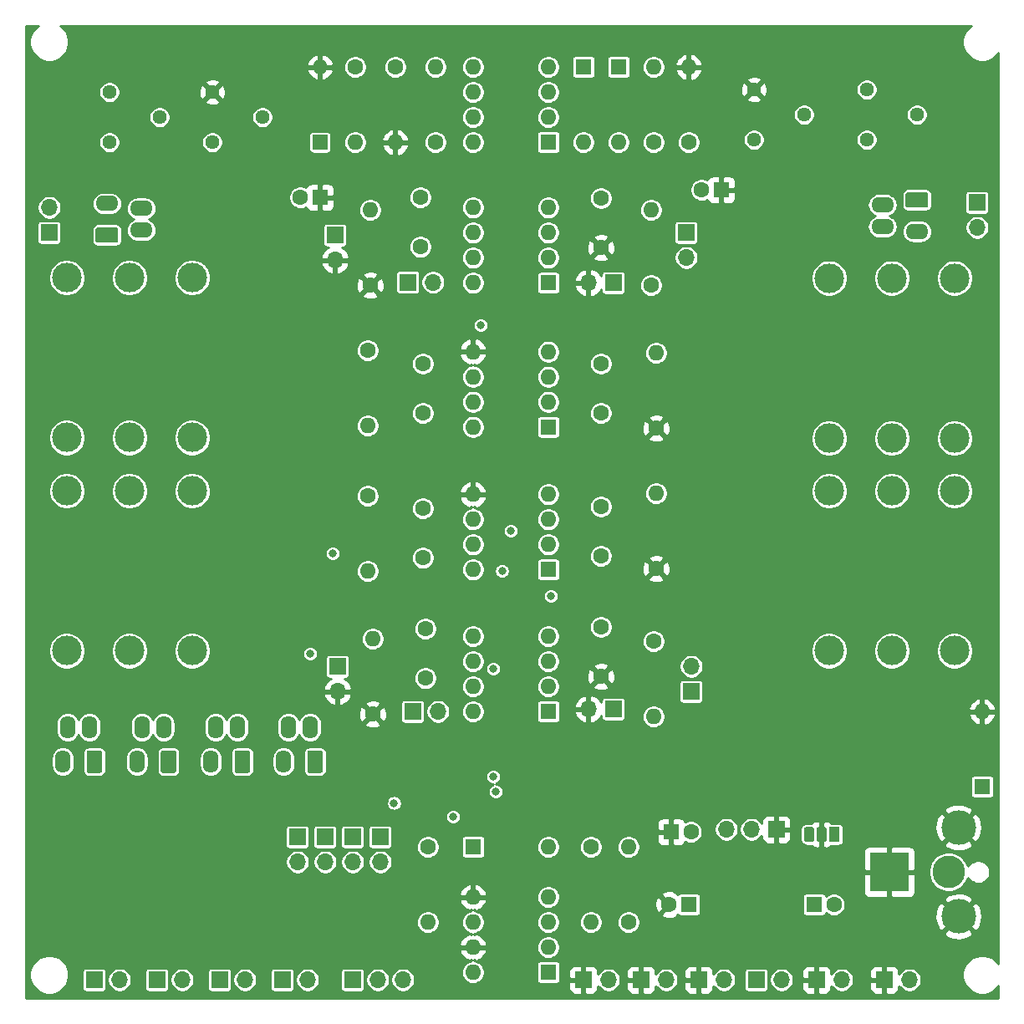
<source format=gbr>
G04 #@! TF.GenerationSoftware,KiCad,Pcbnew,(5.1.5)-3*
G04 #@! TF.CreationDate,2020-07-30T23:32:08-07:00*
G04 #@! TF.ProjectId,AnalogBoard_Rev0,416e616c-6f67-4426-9f61-72645f526576,rev?*
G04 #@! TF.SameCoordinates,Original*
G04 #@! TF.FileFunction,Copper,L2,Inr*
G04 #@! TF.FilePolarity,Positive*
%FSLAX46Y46*%
G04 Gerber Fmt 4.6, Leading zero omitted, Abs format (unit mm)*
G04 Created by KiCad (PCBNEW (5.1.5)-3) date 2020-07-30 23:32:09*
%MOMM*%
%LPD*%
G04 APERTURE LIST*
%ADD10O,1.700000X1.700000*%
%ADD11R,1.700000X1.700000*%
%ADD12C,1.600000*%
%ADD13R,1.600000X1.600000*%
%ADD14C,3.000000*%
%ADD15R,4.000000X4.000000*%
%ADD16C,3.300000*%
%ADD17C,3.500000*%
%ADD18C,1.440000*%
%ADD19O,2.290000X1.570000*%
%ADD20C,0.100000*%
%ADD21O,1.570000X2.290000*%
%ADD22O,1.600000X1.600000*%
%ADD23R,1.050000X1.500000*%
%ADD24R,1.500000X1.500000*%
%ADD25O,1.500000X1.500000*%
%ADD26C,0.800000*%
%ADD27C,0.254000*%
G04 APERTURE END LIST*
D10*
X121920000Y-132334000D03*
X124460000Y-132334000D03*
D11*
X127000000Y-132334000D03*
D10*
X89154000Y-147574000D03*
X86614000Y-147574000D03*
D11*
X84074000Y-147574000D03*
X137922000Y-147574000D03*
D10*
X140462000Y-147574000D03*
D12*
X116110000Y-139954000D03*
D13*
X118110000Y-139954000D03*
D14*
X132334000Y-92710000D03*
X132334000Y-76510000D03*
X138684000Y-92710000D03*
X145034000Y-92710000D03*
X138684000Y-76510000D03*
X145034000Y-76510000D03*
X67818000Y-76454000D03*
X67818000Y-92654000D03*
X61468000Y-76454000D03*
X55118000Y-76454000D03*
X61468000Y-92654000D03*
X55118000Y-92654000D03*
X67818000Y-98044000D03*
X67818000Y-114244000D03*
X61468000Y-98044000D03*
X55118000Y-98044000D03*
X61468000Y-114244000D03*
X55118000Y-114244000D03*
X132334000Y-114244000D03*
X132334000Y-98044000D03*
X138684000Y-114244000D03*
X145034000Y-114244000D03*
X138684000Y-98044000D03*
X145034000Y-98044000D03*
D11*
X119126000Y-147574000D03*
D10*
X121666000Y-147574000D03*
D11*
X107442000Y-147574000D03*
D10*
X109982000Y-147574000D03*
D11*
X124968000Y-147574000D03*
D10*
X127508000Y-147574000D03*
D15*
X138430000Y-136652000D03*
D16*
X144430000Y-136652000D03*
D17*
X145430000Y-141152000D03*
X145430000Y-132152000D03*
D11*
X76962000Y-147574000D03*
D10*
X79502000Y-147574000D03*
D11*
X70612000Y-147574000D03*
D10*
X73152000Y-147574000D03*
D18*
X124714000Y-57404000D03*
X129794000Y-59944000D03*
X124714000Y-62484000D03*
X69850000Y-57658000D03*
X74930000Y-60198000D03*
X69850000Y-62738000D03*
X136144000Y-57404000D03*
X141224000Y-59944000D03*
X136144000Y-62484000D03*
X59436000Y-57658000D03*
X64516000Y-60198000D03*
X59436000Y-62738000D03*
D19*
X137724000Y-69080000D03*
X137724000Y-71280000D03*
X141224000Y-71780000D03*
G04 #@! TA.AperFunction,ViaPad*
D20*
G36*
X142143838Y-67796202D02*
G01*
X142168070Y-67799797D01*
X142191834Y-67805749D01*
X142214899Y-67814002D01*
X142237045Y-67824476D01*
X142258057Y-67837070D01*
X142277734Y-67851663D01*
X142295885Y-67868115D01*
X142312337Y-67886266D01*
X142326930Y-67905943D01*
X142339524Y-67926955D01*
X142349998Y-67949101D01*
X142358251Y-67972166D01*
X142364203Y-67995930D01*
X142367798Y-68020162D01*
X142369000Y-68044630D01*
X142369000Y-69115370D01*
X142367798Y-69139838D01*
X142364203Y-69164070D01*
X142358251Y-69187834D01*
X142349998Y-69210899D01*
X142339524Y-69233045D01*
X142326930Y-69254057D01*
X142312337Y-69273734D01*
X142295885Y-69291885D01*
X142277734Y-69308337D01*
X142258057Y-69322930D01*
X142237045Y-69335524D01*
X142214899Y-69345998D01*
X142191834Y-69354251D01*
X142168070Y-69360203D01*
X142143838Y-69363798D01*
X142119370Y-69365000D01*
X140328630Y-69365000D01*
X140304162Y-69363798D01*
X140279930Y-69360203D01*
X140256166Y-69354251D01*
X140233101Y-69345998D01*
X140210955Y-69335524D01*
X140189943Y-69322930D01*
X140170266Y-69308337D01*
X140152115Y-69291885D01*
X140135663Y-69273734D01*
X140121070Y-69254057D01*
X140108476Y-69233045D01*
X140098002Y-69210899D01*
X140089749Y-69187834D01*
X140083797Y-69164070D01*
X140080202Y-69139838D01*
X140079000Y-69115370D01*
X140079000Y-68044630D01*
X140080202Y-68020162D01*
X140083797Y-67995930D01*
X140089749Y-67972166D01*
X140098002Y-67949101D01*
X140108476Y-67926955D01*
X140121070Y-67905943D01*
X140135663Y-67886266D01*
X140152115Y-67868115D01*
X140170266Y-67851663D01*
X140189943Y-67837070D01*
X140210955Y-67824476D01*
X140233101Y-67814002D01*
X140256166Y-67805749D01*
X140279930Y-67799797D01*
X140304162Y-67796202D01*
X140328630Y-67795000D01*
X142119370Y-67795000D01*
X142143838Y-67796202D01*
G37*
G04 #@! TD.AperFunction*
D19*
X62682000Y-71636000D03*
X62682000Y-69436000D03*
X59182000Y-68936000D03*
G04 #@! TA.AperFunction,ViaPad*
D20*
G36*
X60101838Y-71352202D02*
G01*
X60126070Y-71355797D01*
X60149834Y-71361749D01*
X60172899Y-71370002D01*
X60195045Y-71380476D01*
X60216057Y-71393070D01*
X60235734Y-71407663D01*
X60253885Y-71424115D01*
X60270337Y-71442266D01*
X60284930Y-71461943D01*
X60297524Y-71482955D01*
X60307998Y-71505101D01*
X60316251Y-71528166D01*
X60322203Y-71551930D01*
X60325798Y-71576162D01*
X60327000Y-71600630D01*
X60327000Y-72671370D01*
X60325798Y-72695838D01*
X60322203Y-72720070D01*
X60316251Y-72743834D01*
X60307998Y-72766899D01*
X60297524Y-72789045D01*
X60284930Y-72810057D01*
X60270337Y-72829734D01*
X60253885Y-72847885D01*
X60235734Y-72864337D01*
X60216057Y-72878930D01*
X60195045Y-72891524D01*
X60172899Y-72901998D01*
X60149834Y-72910251D01*
X60126070Y-72916203D01*
X60101838Y-72919798D01*
X60077370Y-72921000D01*
X58286630Y-72921000D01*
X58262162Y-72919798D01*
X58237930Y-72916203D01*
X58214166Y-72910251D01*
X58191101Y-72901998D01*
X58168955Y-72891524D01*
X58147943Y-72878930D01*
X58128266Y-72864337D01*
X58110115Y-72847885D01*
X58093663Y-72829734D01*
X58079070Y-72810057D01*
X58066476Y-72789045D01*
X58056002Y-72766899D01*
X58047749Y-72743834D01*
X58041797Y-72720070D01*
X58038202Y-72695838D01*
X58037000Y-72671370D01*
X58037000Y-71600630D01*
X58038202Y-71576162D01*
X58041797Y-71551930D01*
X58047749Y-71528166D01*
X58056002Y-71505101D01*
X58066476Y-71482955D01*
X58079070Y-71461943D01*
X58093663Y-71442266D01*
X58110115Y-71424115D01*
X58128266Y-71407663D01*
X58147943Y-71393070D01*
X58168955Y-71380476D01*
X58191101Y-71370002D01*
X58214166Y-71361749D01*
X58237930Y-71355797D01*
X58262162Y-71352202D01*
X58286630Y-71351000D01*
X60077370Y-71351000D01*
X60101838Y-71352202D01*
G37*
G04 #@! TD.AperFunction*
D21*
X79764000Y-121976000D03*
X77564000Y-121976000D03*
X77064000Y-125476000D03*
G04 #@! TA.AperFunction,ViaPad*
D20*
G36*
X80823838Y-124332202D02*
G01*
X80848070Y-124335797D01*
X80871834Y-124341749D01*
X80894899Y-124350002D01*
X80917045Y-124360476D01*
X80938057Y-124373070D01*
X80957734Y-124387663D01*
X80975885Y-124404115D01*
X80992337Y-124422266D01*
X81006930Y-124441943D01*
X81019524Y-124462955D01*
X81029998Y-124485101D01*
X81038251Y-124508166D01*
X81044203Y-124531930D01*
X81047798Y-124556162D01*
X81049000Y-124580630D01*
X81049000Y-126371370D01*
X81047798Y-126395838D01*
X81044203Y-126420070D01*
X81038251Y-126443834D01*
X81029998Y-126466899D01*
X81019524Y-126489045D01*
X81006930Y-126510057D01*
X80992337Y-126529734D01*
X80975885Y-126547885D01*
X80957734Y-126564337D01*
X80938057Y-126578930D01*
X80917045Y-126591524D01*
X80894899Y-126601998D01*
X80871834Y-126610251D01*
X80848070Y-126616203D01*
X80823838Y-126619798D01*
X80799370Y-126621000D01*
X79728630Y-126621000D01*
X79704162Y-126619798D01*
X79679930Y-126616203D01*
X79656166Y-126610251D01*
X79633101Y-126601998D01*
X79610955Y-126591524D01*
X79589943Y-126578930D01*
X79570266Y-126564337D01*
X79552115Y-126547885D01*
X79535663Y-126529734D01*
X79521070Y-126510057D01*
X79508476Y-126489045D01*
X79498002Y-126466899D01*
X79489749Y-126443834D01*
X79483797Y-126420070D01*
X79480202Y-126395838D01*
X79479000Y-126371370D01*
X79479000Y-124580630D01*
X79480202Y-124556162D01*
X79483797Y-124531930D01*
X79489749Y-124508166D01*
X79498002Y-124485101D01*
X79508476Y-124462955D01*
X79521070Y-124441943D01*
X79535663Y-124422266D01*
X79552115Y-124404115D01*
X79570266Y-124387663D01*
X79589943Y-124373070D01*
X79610955Y-124360476D01*
X79633101Y-124350002D01*
X79656166Y-124341749D01*
X79679930Y-124335797D01*
X79704162Y-124332202D01*
X79728630Y-124331000D01*
X80799370Y-124331000D01*
X80823838Y-124332202D01*
G37*
G04 #@! TD.AperFunction*
D21*
X72398000Y-121976000D03*
X70198000Y-121976000D03*
X69698000Y-125476000D03*
G04 #@! TA.AperFunction,ViaPad*
D20*
G36*
X73457838Y-124332202D02*
G01*
X73482070Y-124335797D01*
X73505834Y-124341749D01*
X73528899Y-124350002D01*
X73551045Y-124360476D01*
X73572057Y-124373070D01*
X73591734Y-124387663D01*
X73609885Y-124404115D01*
X73626337Y-124422266D01*
X73640930Y-124441943D01*
X73653524Y-124462955D01*
X73663998Y-124485101D01*
X73672251Y-124508166D01*
X73678203Y-124531930D01*
X73681798Y-124556162D01*
X73683000Y-124580630D01*
X73683000Y-126371370D01*
X73681798Y-126395838D01*
X73678203Y-126420070D01*
X73672251Y-126443834D01*
X73663998Y-126466899D01*
X73653524Y-126489045D01*
X73640930Y-126510057D01*
X73626337Y-126529734D01*
X73609885Y-126547885D01*
X73591734Y-126564337D01*
X73572057Y-126578930D01*
X73551045Y-126591524D01*
X73528899Y-126601998D01*
X73505834Y-126610251D01*
X73482070Y-126616203D01*
X73457838Y-126619798D01*
X73433370Y-126621000D01*
X72362630Y-126621000D01*
X72338162Y-126619798D01*
X72313930Y-126616203D01*
X72290166Y-126610251D01*
X72267101Y-126601998D01*
X72244955Y-126591524D01*
X72223943Y-126578930D01*
X72204266Y-126564337D01*
X72186115Y-126547885D01*
X72169663Y-126529734D01*
X72155070Y-126510057D01*
X72142476Y-126489045D01*
X72132002Y-126466899D01*
X72123749Y-126443834D01*
X72117797Y-126420070D01*
X72114202Y-126395838D01*
X72113000Y-126371370D01*
X72113000Y-124580630D01*
X72114202Y-124556162D01*
X72117797Y-124531930D01*
X72123749Y-124508166D01*
X72132002Y-124485101D01*
X72142476Y-124462955D01*
X72155070Y-124441943D01*
X72169663Y-124422266D01*
X72186115Y-124404115D01*
X72204266Y-124387663D01*
X72223943Y-124373070D01*
X72244955Y-124360476D01*
X72267101Y-124350002D01*
X72290166Y-124341749D01*
X72313930Y-124335797D01*
X72338162Y-124332202D01*
X72362630Y-124331000D01*
X73433370Y-124331000D01*
X73457838Y-124332202D01*
G37*
G04 #@! TD.AperFunction*
D21*
X64930000Y-121976000D03*
X62730000Y-121976000D03*
X62230000Y-125476000D03*
G04 #@! TA.AperFunction,ViaPad*
D20*
G36*
X65989838Y-124332202D02*
G01*
X66014070Y-124335797D01*
X66037834Y-124341749D01*
X66060899Y-124350002D01*
X66083045Y-124360476D01*
X66104057Y-124373070D01*
X66123734Y-124387663D01*
X66141885Y-124404115D01*
X66158337Y-124422266D01*
X66172930Y-124441943D01*
X66185524Y-124462955D01*
X66195998Y-124485101D01*
X66204251Y-124508166D01*
X66210203Y-124531930D01*
X66213798Y-124556162D01*
X66215000Y-124580630D01*
X66215000Y-126371370D01*
X66213798Y-126395838D01*
X66210203Y-126420070D01*
X66204251Y-126443834D01*
X66195998Y-126466899D01*
X66185524Y-126489045D01*
X66172930Y-126510057D01*
X66158337Y-126529734D01*
X66141885Y-126547885D01*
X66123734Y-126564337D01*
X66104057Y-126578930D01*
X66083045Y-126591524D01*
X66060899Y-126601998D01*
X66037834Y-126610251D01*
X66014070Y-126616203D01*
X65989838Y-126619798D01*
X65965370Y-126621000D01*
X64894630Y-126621000D01*
X64870162Y-126619798D01*
X64845930Y-126616203D01*
X64822166Y-126610251D01*
X64799101Y-126601998D01*
X64776955Y-126591524D01*
X64755943Y-126578930D01*
X64736266Y-126564337D01*
X64718115Y-126547885D01*
X64701663Y-126529734D01*
X64687070Y-126510057D01*
X64674476Y-126489045D01*
X64664002Y-126466899D01*
X64655749Y-126443834D01*
X64649797Y-126420070D01*
X64646202Y-126395838D01*
X64645000Y-126371370D01*
X64645000Y-124580630D01*
X64646202Y-124556162D01*
X64649797Y-124531930D01*
X64655749Y-124508166D01*
X64664002Y-124485101D01*
X64674476Y-124462955D01*
X64687070Y-124441943D01*
X64701663Y-124422266D01*
X64718115Y-124404115D01*
X64736266Y-124387663D01*
X64755943Y-124373070D01*
X64776955Y-124360476D01*
X64799101Y-124350002D01*
X64822166Y-124341749D01*
X64845930Y-124335797D01*
X64870162Y-124332202D01*
X64894630Y-124331000D01*
X65965370Y-124331000D01*
X65989838Y-124332202D01*
G37*
G04 #@! TD.AperFunction*
D21*
X57412000Y-121976000D03*
X55212000Y-121976000D03*
X54712000Y-125476000D03*
G04 #@! TA.AperFunction,ViaPad*
D20*
G36*
X58471838Y-124332202D02*
G01*
X58496070Y-124335797D01*
X58519834Y-124341749D01*
X58542899Y-124350002D01*
X58565045Y-124360476D01*
X58586057Y-124373070D01*
X58605734Y-124387663D01*
X58623885Y-124404115D01*
X58640337Y-124422266D01*
X58654930Y-124441943D01*
X58667524Y-124462955D01*
X58677998Y-124485101D01*
X58686251Y-124508166D01*
X58692203Y-124531930D01*
X58695798Y-124556162D01*
X58697000Y-124580630D01*
X58697000Y-126371370D01*
X58695798Y-126395838D01*
X58692203Y-126420070D01*
X58686251Y-126443834D01*
X58677998Y-126466899D01*
X58667524Y-126489045D01*
X58654930Y-126510057D01*
X58640337Y-126529734D01*
X58623885Y-126547885D01*
X58605734Y-126564337D01*
X58586057Y-126578930D01*
X58565045Y-126591524D01*
X58542899Y-126601998D01*
X58519834Y-126610251D01*
X58496070Y-126616203D01*
X58471838Y-126619798D01*
X58447370Y-126621000D01*
X57376630Y-126621000D01*
X57352162Y-126619798D01*
X57327930Y-126616203D01*
X57304166Y-126610251D01*
X57281101Y-126601998D01*
X57258955Y-126591524D01*
X57237943Y-126578930D01*
X57218266Y-126564337D01*
X57200115Y-126547885D01*
X57183663Y-126529734D01*
X57169070Y-126510057D01*
X57156476Y-126489045D01*
X57146002Y-126466899D01*
X57137749Y-126443834D01*
X57131797Y-126420070D01*
X57128202Y-126395838D01*
X57127000Y-126371370D01*
X57127000Y-124580630D01*
X57128202Y-124556162D01*
X57131797Y-124531930D01*
X57137749Y-124508166D01*
X57146002Y-124485101D01*
X57156476Y-124462955D01*
X57169070Y-124441943D01*
X57183663Y-124422266D01*
X57200115Y-124404115D01*
X57218266Y-124387663D01*
X57237943Y-124373070D01*
X57258955Y-124360476D01*
X57281101Y-124350002D01*
X57304166Y-124341749D01*
X57327930Y-124335797D01*
X57352162Y-124332202D01*
X57376630Y-124331000D01*
X58447370Y-124331000D01*
X58471838Y-124332202D01*
G37*
G04 #@! TD.AperFunction*
D11*
X110490000Y-76962000D03*
D10*
X107950000Y-76962000D03*
D11*
X110490000Y-120142000D03*
D10*
X107950000Y-120142000D03*
D11*
X82296000Y-72136000D03*
D10*
X82296000Y-74676000D03*
D11*
X82550000Y-115824000D03*
D10*
X82550000Y-118364000D03*
D11*
X89662000Y-76912000D03*
D10*
X92202000Y-76912000D03*
D11*
X117856000Y-71882000D03*
D10*
X117856000Y-74422000D03*
D11*
X90170000Y-120396000D03*
D10*
X92710000Y-120396000D03*
D11*
X118364000Y-118364000D03*
D10*
X118364000Y-115824000D03*
D12*
X91694000Y-134112000D03*
D22*
X91694000Y-141732000D03*
D12*
X108204000Y-134112000D03*
D22*
X108204000Y-141732000D03*
D12*
X112014000Y-141732000D03*
D22*
X112014000Y-134112000D03*
D11*
X131064000Y-147574000D03*
D10*
X133604000Y-147574000D03*
D11*
X147320000Y-68834000D03*
D10*
X147320000Y-71374000D03*
D11*
X53340000Y-71882000D03*
D10*
X53340000Y-69342000D03*
D11*
X64262000Y-147574000D03*
D10*
X66802000Y-147574000D03*
D11*
X57912000Y-147574000D03*
D10*
X60452000Y-147574000D03*
D11*
X86868000Y-133096000D03*
D10*
X86868000Y-135636000D03*
D11*
X84074000Y-133096000D03*
D10*
X84074000Y-135636000D03*
D11*
X81280000Y-133096000D03*
D10*
X81280000Y-135636000D03*
D11*
X78486000Y-133096000D03*
D10*
X78486000Y-135636000D03*
D11*
X113284000Y-147574000D03*
D10*
X115824000Y-147574000D03*
D13*
X103886000Y-146812000D03*
D22*
X96266000Y-139192000D03*
X103886000Y-144272000D03*
X96266000Y-141732000D03*
X103886000Y-141732000D03*
X96266000Y-144272000D03*
X103886000Y-139192000D03*
X96266000Y-146812000D03*
D13*
X103886000Y-62738000D03*
D22*
X96266000Y-55118000D03*
X103886000Y-60198000D03*
X96266000Y-57658000D03*
X103886000Y-57658000D03*
X96266000Y-60198000D03*
X103886000Y-55118000D03*
X96266000Y-62738000D03*
D13*
X103886000Y-76970000D03*
D22*
X96266000Y-69350000D03*
X103886000Y-74430000D03*
X96266000Y-71890000D03*
X103886000Y-71890000D03*
X96266000Y-74430000D03*
X103886000Y-69350000D03*
X96266000Y-76970000D03*
D13*
X103886000Y-120396000D03*
D22*
X96266000Y-112776000D03*
X103886000Y-117856000D03*
X96266000Y-115316000D03*
X103886000Y-115316000D03*
X96266000Y-117856000D03*
X103886000Y-112776000D03*
X96266000Y-120396000D03*
D13*
X103886000Y-91580400D03*
D22*
X96266000Y-83960400D03*
X103886000Y-89040400D03*
X96266000Y-86500400D03*
X103886000Y-86500400D03*
X96266000Y-89040400D03*
X103886000Y-83960400D03*
X96266000Y-91580400D03*
D13*
X103886000Y-106011600D03*
D22*
X96266000Y-98391600D03*
X103886000Y-103471600D03*
X96266000Y-100931600D03*
X103886000Y-100931600D03*
X96266000Y-103471600D03*
X103886000Y-98391600D03*
X96266000Y-106011600D03*
D12*
X85598000Y-83820000D03*
D22*
X85598000Y-91440000D03*
D12*
X85598000Y-98552000D03*
D22*
X85598000Y-106172000D03*
D12*
X84328000Y-55118000D03*
D22*
X84328000Y-62738000D03*
D12*
X88392000Y-55118000D03*
D22*
X88392000Y-62738000D03*
D12*
X92456000Y-62738000D03*
D22*
X92456000Y-55118000D03*
D12*
X114554000Y-62738000D03*
D22*
X114554000Y-55118000D03*
D12*
X85852000Y-77216000D03*
D22*
X85852000Y-69596000D03*
D12*
X86106000Y-120650000D03*
D22*
X86106000Y-113030000D03*
D12*
X118110000Y-62738000D03*
D22*
X118110000Y-55118000D03*
D12*
X114300000Y-77216000D03*
D22*
X114300000Y-69596000D03*
D12*
X114554000Y-113284000D03*
D22*
X114554000Y-120904000D03*
D12*
X114808000Y-91694000D03*
D22*
X114808000Y-84074000D03*
D12*
X114808000Y-105918000D03*
D22*
X114808000Y-98298000D03*
G04 #@! TA.AperFunction,ViaPad*
D20*
G36*
X131860229Y-132093264D02*
G01*
X131885711Y-132097044D01*
X131910700Y-132103303D01*
X131934954Y-132111982D01*
X131958242Y-132122996D01*
X131980337Y-132136239D01*
X132001028Y-132151585D01*
X132020116Y-132168884D01*
X132037415Y-132187972D01*
X132052761Y-132208663D01*
X132066004Y-132230758D01*
X132077018Y-132254046D01*
X132085697Y-132278300D01*
X132091956Y-132303289D01*
X132095736Y-132328771D01*
X132097000Y-132354500D01*
X132097000Y-133329500D01*
X132095736Y-133355229D01*
X132091956Y-133380711D01*
X132085697Y-133405700D01*
X132077018Y-133429954D01*
X132066004Y-133453242D01*
X132052761Y-133475337D01*
X132037415Y-133496028D01*
X132020116Y-133515116D01*
X132001028Y-133532415D01*
X131980337Y-133547761D01*
X131958242Y-133561004D01*
X131934954Y-133572018D01*
X131910700Y-133580697D01*
X131885711Y-133586956D01*
X131860229Y-133590736D01*
X131834500Y-133592000D01*
X131309500Y-133592000D01*
X131283771Y-133590736D01*
X131258289Y-133586956D01*
X131233300Y-133580697D01*
X131209046Y-133572018D01*
X131185758Y-133561004D01*
X131163663Y-133547761D01*
X131142972Y-133532415D01*
X131123884Y-133515116D01*
X131106585Y-133496028D01*
X131091239Y-133475337D01*
X131077996Y-133453242D01*
X131066982Y-133429954D01*
X131058303Y-133405700D01*
X131052044Y-133380711D01*
X131048264Y-133355229D01*
X131047000Y-133329500D01*
X131047000Y-132354500D01*
X131048264Y-132328771D01*
X131052044Y-132303289D01*
X131058303Y-132278300D01*
X131066982Y-132254046D01*
X131077996Y-132230758D01*
X131091239Y-132208663D01*
X131106585Y-132187972D01*
X131123884Y-132168884D01*
X131142972Y-132151585D01*
X131163663Y-132136239D01*
X131185758Y-132122996D01*
X131209046Y-132111982D01*
X131233300Y-132103303D01*
X131258289Y-132097044D01*
X131283771Y-132093264D01*
X131309500Y-132092000D01*
X131834500Y-132092000D01*
X131860229Y-132093264D01*
G37*
G04 #@! TD.AperFunction*
G04 #@! TA.AperFunction,ViaPad*
G36*
X130590229Y-132093264D02*
G01*
X130615711Y-132097044D01*
X130640700Y-132103303D01*
X130664954Y-132111982D01*
X130688242Y-132122996D01*
X130710337Y-132136239D01*
X130731028Y-132151585D01*
X130750116Y-132168884D01*
X130767415Y-132187972D01*
X130782761Y-132208663D01*
X130796004Y-132230758D01*
X130807018Y-132254046D01*
X130815697Y-132278300D01*
X130821956Y-132303289D01*
X130825736Y-132328771D01*
X130827000Y-132354500D01*
X130827000Y-133329500D01*
X130825736Y-133355229D01*
X130821956Y-133380711D01*
X130815697Y-133405700D01*
X130807018Y-133429954D01*
X130796004Y-133453242D01*
X130782761Y-133475337D01*
X130767415Y-133496028D01*
X130750116Y-133515116D01*
X130731028Y-133532415D01*
X130710337Y-133547761D01*
X130688242Y-133561004D01*
X130664954Y-133572018D01*
X130640700Y-133580697D01*
X130615711Y-133586956D01*
X130590229Y-133590736D01*
X130564500Y-133592000D01*
X130039500Y-133592000D01*
X130013771Y-133590736D01*
X129988289Y-133586956D01*
X129963300Y-133580697D01*
X129939046Y-133572018D01*
X129915758Y-133561004D01*
X129893663Y-133547761D01*
X129872972Y-133532415D01*
X129853884Y-133515116D01*
X129836585Y-133496028D01*
X129821239Y-133475337D01*
X129807996Y-133453242D01*
X129796982Y-133429954D01*
X129788303Y-133405700D01*
X129782044Y-133380711D01*
X129778264Y-133355229D01*
X129777000Y-133329500D01*
X129777000Y-132354500D01*
X129778264Y-132328771D01*
X129782044Y-132303289D01*
X129788303Y-132278300D01*
X129796982Y-132254046D01*
X129807996Y-132230758D01*
X129821239Y-132208663D01*
X129836585Y-132187972D01*
X129853884Y-132168884D01*
X129872972Y-132151585D01*
X129893663Y-132136239D01*
X129915758Y-132122996D01*
X129939046Y-132111982D01*
X129963300Y-132103303D01*
X129988289Y-132097044D01*
X130013771Y-132093264D01*
X130039500Y-132092000D01*
X130564500Y-132092000D01*
X130590229Y-132093264D01*
G37*
G04 #@! TD.AperFunction*
D23*
X132842000Y-132842000D03*
D13*
X96266000Y-134112000D03*
D22*
X103886000Y-134112000D03*
D24*
X80772000Y-62738000D03*
D25*
X80772000Y-55118000D03*
D13*
X107442000Y-55118000D03*
D22*
X107442000Y-62738000D03*
D13*
X110998000Y-55118000D03*
D22*
X110998000Y-62738000D03*
D13*
X147828000Y-128016000D03*
D22*
X147828000Y-120396000D03*
D12*
X91186000Y-90170000D03*
X91186000Y-85170000D03*
X91186000Y-99822000D03*
X91186000Y-104822000D03*
D13*
X80772000Y-68326000D03*
D12*
X78772000Y-68326000D03*
D13*
X121412000Y-67564000D03*
D12*
X119412000Y-67564000D03*
D13*
X116332000Y-132588000D03*
D12*
X118332000Y-132588000D03*
X109220000Y-73406000D03*
X109220000Y-68406000D03*
X109220000Y-116840000D03*
X109220000Y-111840000D03*
D13*
X130810000Y-139954000D03*
D12*
X132810000Y-139954000D03*
X90932000Y-68326000D03*
X90932000Y-73326000D03*
X91440000Y-112014000D03*
X91440000Y-117014000D03*
X109220000Y-90170000D03*
X109220000Y-85170000D03*
X109220000Y-104648000D03*
X109220000Y-99648000D03*
D26*
X99201000Y-106172000D03*
X102108000Y-61722000D03*
X102108000Y-105156000D03*
X99201000Y-114441000D03*
X102108000Y-119634000D03*
X102108000Y-90932000D03*
X102108000Y-76200000D03*
X100076000Y-70612000D03*
X100584000Y-56896000D03*
X124841000Y-138303000D03*
X112776000Y-129286000D03*
X60706000Y-52324000D03*
X69088000Y-52832000D03*
X75946000Y-52324000D03*
X61468000Y-85598000D03*
X54610000Y-83058000D03*
X73406000Y-107950000D03*
X57658000Y-107188000D03*
X61468000Y-103378000D03*
X61468000Y-139700000D03*
X75184000Y-144018000D03*
X74676000Y-126492000D03*
X83566000Y-108966000D03*
X92964000Y-128524000D03*
X118364000Y-109220000D03*
X119634000Y-102870000D03*
X128524000Y-103378000D03*
X137414000Y-103378000D03*
X121666000Y-113538000D03*
X133096000Y-108458000D03*
X141224000Y-107442000D03*
X143002000Y-89154000D03*
X146812000Y-83820000D03*
X139954000Y-80772000D03*
X137160000Y-88392000D03*
X107696000Y-95504000D03*
X72644000Y-85598000D03*
X74930000Y-94742000D03*
X74168000Y-100330000D03*
X80518000Y-141986000D03*
X63500000Y-143764000D03*
X54102000Y-140462000D03*
X54356000Y-133096000D03*
X99568000Y-75184000D03*
X101346000Y-85344000D03*
X101092000Y-141732000D03*
X100838000Y-147574000D03*
X100076000Y-144018000D03*
X110490000Y-137414000D03*
X110236000Y-145034000D03*
X124460000Y-126492000D03*
X116840000Y-136398000D03*
X122682000Y-127254000D03*
X119126000Y-129540000D03*
X121412000Y-127508000D03*
X128016000Y-123698000D03*
X128016000Y-128016000D03*
X131572000Y-126238000D03*
X139446000Y-126492000D03*
X134366000Y-121412000D03*
X140462000Y-122682000D03*
X135890000Y-124714000D03*
X136652000Y-143002000D03*
X119126000Y-142494000D03*
X124714000Y-142494000D03*
X128270000Y-144780000D03*
X133350000Y-142748000D03*
X133096000Y-135890000D03*
X127508000Y-135128000D03*
X148844000Y-132334000D03*
X105918000Y-110998000D03*
X108458000Y-102362000D03*
X97536000Y-94996000D03*
X90932000Y-95504000D03*
X84074000Y-95758000D03*
X85344000Y-87884000D03*
X88138000Y-82296000D03*
X104648000Y-80010000D03*
X99822000Y-64516000D03*
X90678000Y-56388000D03*
X108712000Y-51562000D03*
X94234000Y-122682000D03*
X104140000Y-108712000D03*
X100076000Y-102108000D03*
X98552000Y-128524000D03*
X88265000Y-129667000D03*
X79764000Y-114546000D03*
X82042000Y-104394000D03*
X97028010Y-81280000D03*
X94234000Y-131064000D03*
X98298000Y-127000000D03*
X98298000Y-116078000D03*
D27*
G36*
X52077186Y-51039257D02*
G01*
X51801257Y-51315186D01*
X51584461Y-51639645D01*
X51435129Y-52000164D01*
X51359000Y-52382889D01*
X51359000Y-52773111D01*
X51435129Y-53155836D01*
X51584461Y-53516355D01*
X51801257Y-53840814D01*
X52077186Y-54116743D01*
X52401645Y-54333539D01*
X52762164Y-54482871D01*
X53144889Y-54559000D01*
X53535111Y-54559000D01*
X53917836Y-54482871D01*
X54278355Y-54333539D01*
X54602814Y-54116743D01*
X54878743Y-53840814D01*
X55095539Y-53516355D01*
X55244871Y-53155836D01*
X55321000Y-52773111D01*
X55321000Y-52382889D01*
X55244871Y-52000164D01*
X55095539Y-51639645D01*
X54878743Y-51315186D01*
X54602814Y-51039257D01*
X54434809Y-50927000D01*
X146733191Y-50927000D01*
X146565186Y-51039257D01*
X146289257Y-51315186D01*
X146072461Y-51639645D01*
X145923129Y-52000164D01*
X145847000Y-52382889D01*
X145847000Y-52773111D01*
X145923129Y-53155836D01*
X146072461Y-53516355D01*
X146289257Y-53840814D01*
X146565186Y-54116743D01*
X146889645Y-54333539D01*
X147250164Y-54482871D01*
X147632889Y-54559000D01*
X148023111Y-54559000D01*
X148405836Y-54482871D01*
X148766355Y-54333539D01*
X149090814Y-54116743D01*
X149366743Y-53840814D01*
X149479000Y-53672809D01*
X149479000Y-145971191D01*
X149366743Y-145803186D01*
X149090814Y-145527257D01*
X148766355Y-145310461D01*
X148405836Y-145161129D01*
X148023111Y-145085000D01*
X147632889Y-145085000D01*
X147250164Y-145161129D01*
X146889645Y-145310461D01*
X146565186Y-145527257D01*
X146289257Y-145803186D01*
X146072461Y-146127645D01*
X145923129Y-146488164D01*
X145847000Y-146870889D01*
X145847000Y-147261111D01*
X145923129Y-147643836D01*
X146072461Y-148004355D01*
X146289257Y-148328814D01*
X146565186Y-148604743D01*
X146889645Y-148821539D01*
X147250164Y-148970871D01*
X147632889Y-149047000D01*
X148023111Y-149047000D01*
X148405836Y-148970871D01*
X148766355Y-148821539D01*
X149090814Y-148604743D01*
X149366743Y-148328814D01*
X149479000Y-148160809D01*
X149479000Y-149454000D01*
X50952000Y-149454000D01*
X50952000Y-146870889D01*
X51359000Y-146870889D01*
X51359000Y-147261111D01*
X51435129Y-147643836D01*
X51584461Y-148004355D01*
X51801257Y-148328814D01*
X52077186Y-148604743D01*
X52401645Y-148821539D01*
X52762164Y-148970871D01*
X53144889Y-149047000D01*
X53535111Y-149047000D01*
X53917836Y-148970871D01*
X54278355Y-148821539D01*
X54602814Y-148604743D01*
X54878743Y-148328814D01*
X55095539Y-148004355D01*
X55244871Y-147643836D01*
X55321000Y-147261111D01*
X55321000Y-146870889D01*
X55291782Y-146724000D01*
X56679157Y-146724000D01*
X56679157Y-148424000D01*
X56686513Y-148498689D01*
X56708299Y-148570508D01*
X56743678Y-148636696D01*
X56791289Y-148694711D01*
X56849304Y-148742322D01*
X56915492Y-148777701D01*
X56987311Y-148799487D01*
X57062000Y-148806843D01*
X58762000Y-148806843D01*
X58836689Y-148799487D01*
X58908508Y-148777701D01*
X58974696Y-148742322D01*
X59032711Y-148694711D01*
X59080322Y-148636696D01*
X59115701Y-148570508D01*
X59137487Y-148498689D01*
X59144843Y-148424000D01*
X59144843Y-147452757D01*
X59221000Y-147452757D01*
X59221000Y-147695243D01*
X59268307Y-147933069D01*
X59361102Y-148157097D01*
X59495820Y-148358717D01*
X59667283Y-148530180D01*
X59868903Y-148664898D01*
X60092931Y-148757693D01*
X60330757Y-148805000D01*
X60573243Y-148805000D01*
X60811069Y-148757693D01*
X61035097Y-148664898D01*
X61236717Y-148530180D01*
X61408180Y-148358717D01*
X61542898Y-148157097D01*
X61635693Y-147933069D01*
X61683000Y-147695243D01*
X61683000Y-147452757D01*
X61635693Y-147214931D01*
X61542898Y-146990903D01*
X61408180Y-146789283D01*
X61342897Y-146724000D01*
X63029157Y-146724000D01*
X63029157Y-148424000D01*
X63036513Y-148498689D01*
X63058299Y-148570508D01*
X63093678Y-148636696D01*
X63141289Y-148694711D01*
X63199304Y-148742322D01*
X63265492Y-148777701D01*
X63337311Y-148799487D01*
X63412000Y-148806843D01*
X65112000Y-148806843D01*
X65186689Y-148799487D01*
X65258508Y-148777701D01*
X65324696Y-148742322D01*
X65382711Y-148694711D01*
X65430322Y-148636696D01*
X65465701Y-148570508D01*
X65487487Y-148498689D01*
X65494843Y-148424000D01*
X65494843Y-147452757D01*
X65571000Y-147452757D01*
X65571000Y-147695243D01*
X65618307Y-147933069D01*
X65711102Y-148157097D01*
X65845820Y-148358717D01*
X66017283Y-148530180D01*
X66218903Y-148664898D01*
X66442931Y-148757693D01*
X66680757Y-148805000D01*
X66923243Y-148805000D01*
X67161069Y-148757693D01*
X67385097Y-148664898D01*
X67586717Y-148530180D01*
X67758180Y-148358717D01*
X67892898Y-148157097D01*
X67985693Y-147933069D01*
X68033000Y-147695243D01*
X68033000Y-147452757D01*
X67985693Y-147214931D01*
X67892898Y-146990903D01*
X67758180Y-146789283D01*
X67692897Y-146724000D01*
X69379157Y-146724000D01*
X69379157Y-148424000D01*
X69386513Y-148498689D01*
X69408299Y-148570508D01*
X69443678Y-148636696D01*
X69491289Y-148694711D01*
X69549304Y-148742322D01*
X69615492Y-148777701D01*
X69687311Y-148799487D01*
X69762000Y-148806843D01*
X71462000Y-148806843D01*
X71536689Y-148799487D01*
X71608508Y-148777701D01*
X71674696Y-148742322D01*
X71732711Y-148694711D01*
X71780322Y-148636696D01*
X71815701Y-148570508D01*
X71837487Y-148498689D01*
X71844843Y-148424000D01*
X71844843Y-147452757D01*
X71921000Y-147452757D01*
X71921000Y-147695243D01*
X71968307Y-147933069D01*
X72061102Y-148157097D01*
X72195820Y-148358717D01*
X72367283Y-148530180D01*
X72568903Y-148664898D01*
X72792931Y-148757693D01*
X73030757Y-148805000D01*
X73273243Y-148805000D01*
X73511069Y-148757693D01*
X73735097Y-148664898D01*
X73936717Y-148530180D01*
X74108180Y-148358717D01*
X74242898Y-148157097D01*
X74335693Y-147933069D01*
X74383000Y-147695243D01*
X74383000Y-147452757D01*
X74335693Y-147214931D01*
X74242898Y-146990903D01*
X74108180Y-146789283D01*
X74042897Y-146724000D01*
X75729157Y-146724000D01*
X75729157Y-148424000D01*
X75736513Y-148498689D01*
X75758299Y-148570508D01*
X75793678Y-148636696D01*
X75841289Y-148694711D01*
X75899304Y-148742322D01*
X75965492Y-148777701D01*
X76037311Y-148799487D01*
X76112000Y-148806843D01*
X77812000Y-148806843D01*
X77886689Y-148799487D01*
X77958508Y-148777701D01*
X78024696Y-148742322D01*
X78082711Y-148694711D01*
X78130322Y-148636696D01*
X78165701Y-148570508D01*
X78187487Y-148498689D01*
X78194843Y-148424000D01*
X78194843Y-147452757D01*
X78271000Y-147452757D01*
X78271000Y-147695243D01*
X78318307Y-147933069D01*
X78411102Y-148157097D01*
X78545820Y-148358717D01*
X78717283Y-148530180D01*
X78918903Y-148664898D01*
X79142931Y-148757693D01*
X79380757Y-148805000D01*
X79623243Y-148805000D01*
X79861069Y-148757693D01*
X80085097Y-148664898D01*
X80286717Y-148530180D01*
X80458180Y-148358717D01*
X80592898Y-148157097D01*
X80685693Y-147933069D01*
X80733000Y-147695243D01*
X80733000Y-147452757D01*
X80685693Y-147214931D01*
X80592898Y-146990903D01*
X80458180Y-146789283D01*
X80392897Y-146724000D01*
X82841157Y-146724000D01*
X82841157Y-148424000D01*
X82848513Y-148498689D01*
X82870299Y-148570508D01*
X82905678Y-148636696D01*
X82953289Y-148694711D01*
X83011304Y-148742322D01*
X83077492Y-148777701D01*
X83149311Y-148799487D01*
X83224000Y-148806843D01*
X84924000Y-148806843D01*
X84998689Y-148799487D01*
X85070508Y-148777701D01*
X85136696Y-148742322D01*
X85194711Y-148694711D01*
X85242322Y-148636696D01*
X85277701Y-148570508D01*
X85299487Y-148498689D01*
X85306843Y-148424000D01*
X85306843Y-147452757D01*
X85383000Y-147452757D01*
X85383000Y-147695243D01*
X85430307Y-147933069D01*
X85523102Y-148157097D01*
X85657820Y-148358717D01*
X85829283Y-148530180D01*
X86030903Y-148664898D01*
X86254931Y-148757693D01*
X86492757Y-148805000D01*
X86735243Y-148805000D01*
X86973069Y-148757693D01*
X87197097Y-148664898D01*
X87398717Y-148530180D01*
X87570180Y-148358717D01*
X87704898Y-148157097D01*
X87797693Y-147933069D01*
X87845000Y-147695243D01*
X87845000Y-147452757D01*
X87923000Y-147452757D01*
X87923000Y-147695243D01*
X87970307Y-147933069D01*
X88063102Y-148157097D01*
X88197820Y-148358717D01*
X88369283Y-148530180D01*
X88570903Y-148664898D01*
X88794931Y-148757693D01*
X89032757Y-148805000D01*
X89275243Y-148805000D01*
X89513069Y-148757693D01*
X89737097Y-148664898D01*
X89938717Y-148530180D01*
X90044897Y-148424000D01*
X105953928Y-148424000D01*
X105966188Y-148548482D01*
X106002498Y-148668180D01*
X106061463Y-148778494D01*
X106140815Y-148875185D01*
X106237506Y-148954537D01*
X106347820Y-149013502D01*
X106467518Y-149049812D01*
X106592000Y-149062072D01*
X107156250Y-149059000D01*
X107315000Y-148900250D01*
X107315000Y-147701000D01*
X106115750Y-147701000D01*
X105957000Y-147859750D01*
X105953928Y-148424000D01*
X90044897Y-148424000D01*
X90110180Y-148358717D01*
X90244898Y-148157097D01*
X90337693Y-147933069D01*
X90385000Y-147695243D01*
X90385000Y-147452757D01*
X90337693Y-147214931D01*
X90244898Y-146990903D01*
X90110180Y-146789283D01*
X89938717Y-146617820D01*
X89737097Y-146483102D01*
X89513069Y-146390307D01*
X89275243Y-146343000D01*
X89032757Y-146343000D01*
X88794931Y-146390307D01*
X88570903Y-146483102D01*
X88369283Y-146617820D01*
X88197820Y-146789283D01*
X88063102Y-146990903D01*
X87970307Y-147214931D01*
X87923000Y-147452757D01*
X87845000Y-147452757D01*
X87797693Y-147214931D01*
X87704898Y-146990903D01*
X87570180Y-146789283D01*
X87398717Y-146617820D01*
X87197097Y-146483102D01*
X86973069Y-146390307D01*
X86735243Y-146343000D01*
X86492757Y-146343000D01*
X86254931Y-146390307D01*
X86030903Y-146483102D01*
X85829283Y-146617820D01*
X85657820Y-146789283D01*
X85523102Y-146990903D01*
X85430307Y-147214931D01*
X85383000Y-147452757D01*
X85306843Y-147452757D01*
X85306843Y-146724000D01*
X85299487Y-146649311D01*
X85277701Y-146577492D01*
X85242322Y-146511304D01*
X85194711Y-146453289D01*
X85136696Y-146405678D01*
X85070508Y-146370299D01*
X84998689Y-146348513D01*
X84924000Y-146341157D01*
X83224000Y-146341157D01*
X83149311Y-146348513D01*
X83077492Y-146370299D01*
X83011304Y-146405678D01*
X82953289Y-146453289D01*
X82905678Y-146511304D01*
X82870299Y-146577492D01*
X82848513Y-146649311D01*
X82841157Y-146724000D01*
X80392897Y-146724000D01*
X80286717Y-146617820D01*
X80085097Y-146483102D01*
X79861069Y-146390307D01*
X79623243Y-146343000D01*
X79380757Y-146343000D01*
X79142931Y-146390307D01*
X78918903Y-146483102D01*
X78717283Y-146617820D01*
X78545820Y-146789283D01*
X78411102Y-146990903D01*
X78318307Y-147214931D01*
X78271000Y-147452757D01*
X78194843Y-147452757D01*
X78194843Y-146724000D01*
X78187487Y-146649311D01*
X78165701Y-146577492D01*
X78130322Y-146511304D01*
X78082711Y-146453289D01*
X78024696Y-146405678D01*
X77958508Y-146370299D01*
X77886689Y-146348513D01*
X77812000Y-146341157D01*
X76112000Y-146341157D01*
X76037311Y-146348513D01*
X75965492Y-146370299D01*
X75899304Y-146405678D01*
X75841289Y-146453289D01*
X75793678Y-146511304D01*
X75758299Y-146577492D01*
X75736513Y-146649311D01*
X75729157Y-146724000D01*
X74042897Y-146724000D01*
X73936717Y-146617820D01*
X73735097Y-146483102D01*
X73511069Y-146390307D01*
X73273243Y-146343000D01*
X73030757Y-146343000D01*
X72792931Y-146390307D01*
X72568903Y-146483102D01*
X72367283Y-146617820D01*
X72195820Y-146789283D01*
X72061102Y-146990903D01*
X71968307Y-147214931D01*
X71921000Y-147452757D01*
X71844843Y-147452757D01*
X71844843Y-146724000D01*
X71837487Y-146649311D01*
X71815701Y-146577492D01*
X71780322Y-146511304D01*
X71732711Y-146453289D01*
X71674696Y-146405678D01*
X71608508Y-146370299D01*
X71536689Y-146348513D01*
X71462000Y-146341157D01*
X69762000Y-146341157D01*
X69687311Y-146348513D01*
X69615492Y-146370299D01*
X69549304Y-146405678D01*
X69491289Y-146453289D01*
X69443678Y-146511304D01*
X69408299Y-146577492D01*
X69386513Y-146649311D01*
X69379157Y-146724000D01*
X67692897Y-146724000D01*
X67586717Y-146617820D01*
X67385097Y-146483102D01*
X67161069Y-146390307D01*
X66923243Y-146343000D01*
X66680757Y-146343000D01*
X66442931Y-146390307D01*
X66218903Y-146483102D01*
X66017283Y-146617820D01*
X65845820Y-146789283D01*
X65711102Y-146990903D01*
X65618307Y-147214931D01*
X65571000Y-147452757D01*
X65494843Y-147452757D01*
X65494843Y-146724000D01*
X65487487Y-146649311D01*
X65465701Y-146577492D01*
X65430322Y-146511304D01*
X65382711Y-146453289D01*
X65324696Y-146405678D01*
X65258508Y-146370299D01*
X65186689Y-146348513D01*
X65112000Y-146341157D01*
X63412000Y-146341157D01*
X63337311Y-146348513D01*
X63265492Y-146370299D01*
X63199304Y-146405678D01*
X63141289Y-146453289D01*
X63093678Y-146511304D01*
X63058299Y-146577492D01*
X63036513Y-146649311D01*
X63029157Y-146724000D01*
X61342897Y-146724000D01*
X61236717Y-146617820D01*
X61035097Y-146483102D01*
X60811069Y-146390307D01*
X60573243Y-146343000D01*
X60330757Y-146343000D01*
X60092931Y-146390307D01*
X59868903Y-146483102D01*
X59667283Y-146617820D01*
X59495820Y-146789283D01*
X59361102Y-146990903D01*
X59268307Y-147214931D01*
X59221000Y-147452757D01*
X59144843Y-147452757D01*
X59144843Y-146724000D01*
X59137487Y-146649311D01*
X59115701Y-146577492D01*
X59080322Y-146511304D01*
X59032711Y-146453289D01*
X58974696Y-146405678D01*
X58908508Y-146370299D01*
X58836689Y-146348513D01*
X58762000Y-146341157D01*
X57062000Y-146341157D01*
X56987311Y-146348513D01*
X56915492Y-146370299D01*
X56849304Y-146405678D01*
X56791289Y-146453289D01*
X56743678Y-146511304D01*
X56708299Y-146577492D01*
X56686513Y-146649311D01*
X56679157Y-146724000D01*
X55291782Y-146724000D01*
X55244871Y-146488164D01*
X55095539Y-146127645D01*
X54878743Y-145803186D01*
X54602814Y-145527257D01*
X54278355Y-145310461D01*
X53917836Y-145161129D01*
X53535111Y-145085000D01*
X53144889Y-145085000D01*
X52762164Y-145161129D01*
X52401645Y-145310461D01*
X52077186Y-145527257D01*
X51801257Y-145803186D01*
X51584461Y-146127645D01*
X51435129Y-146488164D01*
X51359000Y-146870889D01*
X50952000Y-146870889D01*
X50952000Y-144621039D01*
X94874096Y-144621039D01*
X94914754Y-144755087D01*
X95034963Y-145009420D01*
X95202481Y-145235414D01*
X95410869Y-145424385D01*
X95652119Y-145569070D01*
X95916960Y-145663909D01*
X96138998Y-145542625D01*
X96138998Y-145633125D01*
X95921515Y-145676386D01*
X95706587Y-145765412D01*
X95513157Y-145894658D01*
X95348658Y-146059157D01*
X95219412Y-146252587D01*
X95130386Y-146467515D01*
X95085000Y-146695682D01*
X95085000Y-146928318D01*
X95130386Y-147156485D01*
X95219412Y-147371413D01*
X95348658Y-147564843D01*
X95513157Y-147729342D01*
X95706587Y-147858588D01*
X95921515Y-147947614D01*
X96149682Y-147993000D01*
X96382318Y-147993000D01*
X96610485Y-147947614D01*
X96825413Y-147858588D01*
X97018843Y-147729342D01*
X97183342Y-147564843D01*
X97312588Y-147371413D01*
X97401614Y-147156485D01*
X97447000Y-146928318D01*
X97447000Y-146695682D01*
X97401614Y-146467515D01*
X97312588Y-146252587D01*
X97183342Y-146059157D01*
X97136185Y-146012000D01*
X102703157Y-146012000D01*
X102703157Y-147612000D01*
X102710513Y-147686689D01*
X102732299Y-147758508D01*
X102767678Y-147824696D01*
X102815289Y-147882711D01*
X102873304Y-147930322D01*
X102939492Y-147965701D01*
X103011311Y-147987487D01*
X103086000Y-147994843D01*
X104686000Y-147994843D01*
X104760689Y-147987487D01*
X104832508Y-147965701D01*
X104898696Y-147930322D01*
X104956711Y-147882711D01*
X105004322Y-147824696D01*
X105039701Y-147758508D01*
X105061487Y-147686689D01*
X105068843Y-147612000D01*
X105068843Y-146724000D01*
X105953928Y-146724000D01*
X105957000Y-147288250D01*
X106115750Y-147447000D01*
X107315000Y-147447000D01*
X107315000Y-146247750D01*
X107569000Y-146247750D01*
X107569000Y-147447000D01*
X107589000Y-147447000D01*
X107589000Y-147701000D01*
X107569000Y-147701000D01*
X107569000Y-148900250D01*
X107727750Y-149059000D01*
X108292000Y-149062072D01*
X108416482Y-149049812D01*
X108536180Y-149013502D01*
X108646494Y-148954537D01*
X108743185Y-148875185D01*
X108822537Y-148778494D01*
X108881502Y-148668180D01*
X108917812Y-148548482D01*
X108930072Y-148424000D01*
X108928927Y-148213706D01*
X109025820Y-148358717D01*
X109197283Y-148530180D01*
X109398903Y-148664898D01*
X109622931Y-148757693D01*
X109860757Y-148805000D01*
X110103243Y-148805000D01*
X110341069Y-148757693D01*
X110565097Y-148664898D01*
X110766717Y-148530180D01*
X110872897Y-148424000D01*
X111795928Y-148424000D01*
X111808188Y-148548482D01*
X111844498Y-148668180D01*
X111903463Y-148778494D01*
X111982815Y-148875185D01*
X112079506Y-148954537D01*
X112189820Y-149013502D01*
X112309518Y-149049812D01*
X112434000Y-149062072D01*
X112998250Y-149059000D01*
X113157000Y-148900250D01*
X113157000Y-147701000D01*
X111957750Y-147701000D01*
X111799000Y-147859750D01*
X111795928Y-148424000D01*
X110872897Y-148424000D01*
X110938180Y-148358717D01*
X111072898Y-148157097D01*
X111165693Y-147933069D01*
X111213000Y-147695243D01*
X111213000Y-147452757D01*
X111165693Y-147214931D01*
X111072898Y-146990903D01*
X110938180Y-146789283D01*
X110872897Y-146724000D01*
X111795928Y-146724000D01*
X111799000Y-147288250D01*
X111957750Y-147447000D01*
X113157000Y-147447000D01*
X113157000Y-146247750D01*
X113411000Y-146247750D01*
X113411000Y-147447000D01*
X113431000Y-147447000D01*
X113431000Y-147701000D01*
X113411000Y-147701000D01*
X113411000Y-148900250D01*
X113569750Y-149059000D01*
X114134000Y-149062072D01*
X114258482Y-149049812D01*
X114378180Y-149013502D01*
X114488494Y-148954537D01*
X114585185Y-148875185D01*
X114664537Y-148778494D01*
X114723502Y-148668180D01*
X114759812Y-148548482D01*
X114772072Y-148424000D01*
X114770927Y-148213706D01*
X114867820Y-148358717D01*
X115039283Y-148530180D01*
X115240903Y-148664898D01*
X115464931Y-148757693D01*
X115702757Y-148805000D01*
X115945243Y-148805000D01*
X116183069Y-148757693D01*
X116407097Y-148664898D01*
X116608717Y-148530180D01*
X116714897Y-148424000D01*
X117637928Y-148424000D01*
X117650188Y-148548482D01*
X117686498Y-148668180D01*
X117745463Y-148778494D01*
X117824815Y-148875185D01*
X117921506Y-148954537D01*
X118031820Y-149013502D01*
X118151518Y-149049812D01*
X118276000Y-149062072D01*
X118840250Y-149059000D01*
X118999000Y-148900250D01*
X118999000Y-147701000D01*
X117799750Y-147701000D01*
X117641000Y-147859750D01*
X117637928Y-148424000D01*
X116714897Y-148424000D01*
X116780180Y-148358717D01*
X116914898Y-148157097D01*
X117007693Y-147933069D01*
X117055000Y-147695243D01*
X117055000Y-147452757D01*
X117007693Y-147214931D01*
X116914898Y-146990903D01*
X116780180Y-146789283D01*
X116714897Y-146724000D01*
X117637928Y-146724000D01*
X117641000Y-147288250D01*
X117799750Y-147447000D01*
X118999000Y-147447000D01*
X118999000Y-146247750D01*
X119253000Y-146247750D01*
X119253000Y-147447000D01*
X119273000Y-147447000D01*
X119273000Y-147701000D01*
X119253000Y-147701000D01*
X119253000Y-148900250D01*
X119411750Y-149059000D01*
X119976000Y-149062072D01*
X120100482Y-149049812D01*
X120220180Y-149013502D01*
X120330494Y-148954537D01*
X120427185Y-148875185D01*
X120506537Y-148778494D01*
X120565502Y-148668180D01*
X120601812Y-148548482D01*
X120614072Y-148424000D01*
X120612927Y-148213706D01*
X120709820Y-148358717D01*
X120881283Y-148530180D01*
X121082903Y-148664898D01*
X121306931Y-148757693D01*
X121544757Y-148805000D01*
X121787243Y-148805000D01*
X122025069Y-148757693D01*
X122249097Y-148664898D01*
X122450717Y-148530180D01*
X122622180Y-148358717D01*
X122756898Y-148157097D01*
X122849693Y-147933069D01*
X122897000Y-147695243D01*
X122897000Y-147452757D01*
X122849693Y-147214931D01*
X122756898Y-146990903D01*
X122622180Y-146789283D01*
X122556897Y-146724000D01*
X123735157Y-146724000D01*
X123735157Y-148424000D01*
X123742513Y-148498689D01*
X123764299Y-148570508D01*
X123799678Y-148636696D01*
X123847289Y-148694711D01*
X123905304Y-148742322D01*
X123971492Y-148777701D01*
X124043311Y-148799487D01*
X124118000Y-148806843D01*
X125818000Y-148806843D01*
X125892689Y-148799487D01*
X125964508Y-148777701D01*
X126030696Y-148742322D01*
X126088711Y-148694711D01*
X126136322Y-148636696D01*
X126171701Y-148570508D01*
X126193487Y-148498689D01*
X126200843Y-148424000D01*
X126200843Y-147452757D01*
X126277000Y-147452757D01*
X126277000Y-147695243D01*
X126324307Y-147933069D01*
X126417102Y-148157097D01*
X126551820Y-148358717D01*
X126723283Y-148530180D01*
X126924903Y-148664898D01*
X127148931Y-148757693D01*
X127386757Y-148805000D01*
X127629243Y-148805000D01*
X127867069Y-148757693D01*
X128091097Y-148664898D01*
X128292717Y-148530180D01*
X128398897Y-148424000D01*
X129575928Y-148424000D01*
X129588188Y-148548482D01*
X129624498Y-148668180D01*
X129683463Y-148778494D01*
X129762815Y-148875185D01*
X129859506Y-148954537D01*
X129969820Y-149013502D01*
X130089518Y-149049812D01*
X130214000Y-149062072D01*
X130778250Y-149059000D01*
X130937000Y-148900250D01*
X130937000Y-147701000D01*
X129737750Y-147701000D01*
X129579000Y-147859750D01*
X129575928Y-148424000D01*
X128398897Y-148424000D01*
X128464180Y-148358717D01*
X128598898Y-148157097D01*
X128691693Y-147933069D01*
X128739000Y-147695243D01*
X128739000Y-147452757D01*
X128691693Y-147214931D01*
X128598898Y-146990903D01*
X128464180Y-146789283D01*
X128398897Y-146724000D01*
X129575928Y-146724000D01*
X129579000Y-147288250D01*
X129737750Y-147447000D01*
X130937000Y-147447000D01*
X130937000Y-146247750D01*
X131191000Y-146247750D01*
X131191000Y-147447000D01*
X131211000Y-147447000D01*
X131211000Y-147701000D01*
X131191000Y-147701000D01*
X131191000Y-148900250D01*
X131349750Y-149059000D01*
X131914000Y-149062072D01*
X132038482Y-149049812D01*
X132158180Y-149013502D01*
X132268494Y-148954537D01*
X132365185Y-148875185D01*
X132444537Y-148778494D01*
X132503502Y-148668180D01*
X132539812Y-148548482D01*
X132552072Y-148424000D01*
X132550927Y-148213706D01*
X132647820Y-148358717D01*
X132819283Y-148530180D01*
X133020903Y-148664898D01*
X133244931Y-148757693D01*
X133482757Y-148805000D01*
X133725243Y-148805000D01*
X133963069Y-148757693D01*
X134187097Y-148664898D01*
X134388717Y-148530180D01*
X134494897Y-148424000D01*
X136433928Y-148424000D01*
X136446188Y-148548482D01*
X136482498Y-148668180D01*
X136541463Y-148778494D01*
X136620815Y-148875185D01*
X136717506Y-148954537D01*
X136827820Y-149013502D01*
X136947518Y-149049812D01*
X137072000Y-149062072D01*
X137636250Y-149059000D01*
X137795000Y-148900250D01*
X137795000Y-147701000D01*
X136595750Y-147701000D01*
X136437000Y-147859750D01*
X136433928Y-148424000D01*
X134494897Y-148424000D01*
X134560180Y-148358717D01*
X134694898Y-148157097D01*
X134787693Y-147933069D01*
X134835000Y-147695243D01*
X134835000Y-147452757D01*
X134787693Y-147214931D01*
X134694898Y-146990903D01*
X134560180Y-146789283D01*
X134494897Y-146724000D01*
X136433928Y-146724000D01*
X136437000Y-147288250D01*
X136595750Y-147447000D01*
X137795000Y-147447000D01*
X137795000Y-146247750D01*
X138049000Y-146247750D01*
X138049000Y-147447000D01*
X138069000Y-147447000D01*
X138069000Y-147701000D01*
X138049000Y-147701000D01*
X138049000Y-148900250D01*
X138207750Y-149059000D01*
X138772000Y-149062072D01*
X138896482Y-149049812D01*
X139016180Y-149013502D01*
X139126494Y-148954537D01*
X139223185Y-148875185D01*
X139302537Y-148778494D01*
X139361502Y-148668180D01*
X139397812Y-148548482D01*
X139410072Y-148424000D01*
X139408927Y-148213706D01*
X139505820Y-148358717D01*
X139677283Y-148530180D01*
X139878903Y-148664898D01*
X140102931Y-148757693D01*
X140340757Y-148805000D01*
X140583243Y-148805000D01*
X140821069Y-148757693D01*
X141045097Y-148664898D01*
X141246717Y-148530180D01*
X141418180Y-148358717D01*
X141552898Y-148157097D01*
X141645693Y-147933069D01*
X141693000Y-147695243D01*
X141693000Y-147452757D01*
X141645693Y-147214931D01*
X141552898Y-146990903D01*
X141418180Y-146789283D01*
X141246717Y-146617820D01*
X141045097Y-146483102D01*
X140821069Y-146390307D01*
X140583243Y-146343000D01*
X140340757Y-146343000D01*
X140102931Y-146390307D01*
X139878903Y-146483102D01*
X139677283Y-146617820D01*
X139505820Y-146789283D01*
X139408927Y-146934294D01*
X139410072Y-146724000D01*
X139397812Y-146599518D01*
X139361502Y-146479820D01*
X139302537Y-146369506D01*
X139223185Y-146272815D01*
X139126494Y-146193463D01*
X139016180Y-146134498D01*
X138896482Y-146098188D01*
X138772000Y-146085928D01*
X138207750Y-146089000D01*
X138049000Y-146247750D01*
X137795000Y-146247750D01*
X137636250Y-146089000D01*
X137072000Y-146085928D01*
X136947518Y-146098188D01*
X136827820Y-146134498D01*
X136717506Y-146193463D01*
X136620815Y-146272815D01*
X136541463Y-146369506D01*
X136482498Y-146479820D01*
X136446188Y-146599518D01*
X136433928Y-146724000D01*
X134494897Y-146724000D01*
X134388717Y-146617820D01*
X134187097Y-146483102D01*
X133963069Y-146390307D01*
X133725243Y-146343000D01*
X133482757Y-146343000D01*
X133244931Y-146390307D01*
X133020903Y-146483102D01*
X132819283Y-146617820D01*
X132647820Y-146789283D01*
X132550927Y-146934294D01*
X132552072Y-146724000D01*
X132539812Y-146599518D01*
X132503502Y-146479820D01*
X132444537Y-146369506D01*
X132365185Y-146272815D01*
X132268494Y-146193463D01*
X132158180Y-146134498D01*
X132038482Y-146098188D01*
X131914000Y-146085928D01*
X131349750Y-146089000D01*
X131191000Y-146247750D01*
X130937000Y-146247750D01*
X130778250Y-146089000D01*
X130214000Y-146085928D01*
X130089518Y-146098188D01*
X129969820Y-146134498D01*
X129859506Y-146193463D01*
X129762815Y-146272815D01*
X129683463Y-146369506D01*
X129624498Y-146479820D01*
X129588188Y-146599518D01*
X129575928Y-146724000D01*
X128398897Y-146724000D01*
X128292717Y-146617820D01*
X128091097Y-146483102D01*
X127867069Y-146390307D01*
X127629243Y-146343000D01*
X127386757Y-146343000D01*
X127148931Y-146390307D01*
X126924903Y-146483102D01*
X126723283Y-146617820D01*
X126551820Y-146789283D01*
X126417102Y-146990903D01*
X126324307Y-147214931D01*
X126277000Y-147452757D01*
X126200843Y-147452757D01*
X126200843Y-146724000D01*
X126193487Y-146649311D01*
X126171701Y-146577492D01*
X126136322Y-146511304D01*
X126088711Y-146453289D01*
X126030696Y-146405678D01*
X125964508Y-146370299D01*
X125892689Y-146348513D01*
X125818000Y-146341157D01*
X124118000Y-146341157D01*
X124043311Y-146348513D01*
X123971492Y-146370299D01*
X123905304Y-146405678D01*
X123847289Y-146453289D01*
X123799678Y-146511304D01*
X123764299Y-146577492D01*
X123742513Y-146649311D01*
X123735157Y-146724000D01*
X122556897Y-146724000D01*
X122450717Y-146617820D01*
X122249097Y-146483102D01*
X122025069Y-146390307D01*
X121787243Y-146343000D01*
X121544757Y-146343000D01*
X121306931Y-146390307D01*
X121082903Y-146483102D01*
X120881283Y-146617820D01*
X120709820Y-146789283D01*
X120612927Y-146934294D01*
X120614072Y-146724000D01*
X120601812Y-146599518D01*
X120565502Y-146479820D01*
X120506537Y-146369506D01*
X120427185Y-146272815D01*
X120330494Y-146193463D01*
X120220180Y-146134498D01*
X120100482Y-146098188D01*
X119976000Y-146085928D01*
X119411750Y-146089000D01*
X119253000Y-146247750D01*
X118999000Y-146247750D01*
X118840250Y-146089000D01*
X118276000Y-146085928D01*
X118151518Y-146098188D01*
X118031820Y-146134498D01*
X117921506Y-146193463D01*
X117824815Y-146272815D01*
X117745463Y-146369506D01*
X117686498Y-146479820D01*
X117650188Y-146599518D01*
X117637928Y-146724000D01*
X116714897Y-146724000D01*
X116608717Y-146617820D01*
X116407097Y-146483102D01*
X116183069Y-146390307D01*
X115945243Y-146343000D01*
X115702757Y-146343000D01*
X115464931Y-146390307D01*
X115240903Y-146483102D01*
X115039283Y-146617820D01*
X114867820Y-146789283D01*
X114770927Y-146934294D01*
X114772072Y-146724000D01*
X114759812Y-146599518D01*
X114723502Y-146479820D01*
X114664537Y-146369506D01*
X114585185Y-146272815D01*
X114488494Y-146193463D01*
X114378180Y-146134498D01*
X114258482Y-146098188D01*
X114134000Y-146085928D01*
X113569750Y-146089000D01*
X113411000Y-146247750D01*
X113157000Y-146247750D01*
X112998250Y-146089000D01*
X112434000Y-146085928D01*
X112309518Y-146098188D01*
X112189820Y-146134498D01*
X112079506Y-146193463D01*
X111982815Y-146272815D01*
X111903463Y-146369506D01*
X111844498Y-146479820D01*
X111808188Y-146599518D01*
X111795928Y-146724000D01*
X110872897Y-146724000D01*
X110766717Y-146617820D01*
X110565097Y-146483102D01*
X110341069Y-146390307D01*
X110103243Y-146343000D01*
X109860757Y-146343000D01*
X109622931Y-146390307D01*
X109398903Y-146483102D01*
X109197283Y-146617820D01*
X109025820Y-146789283D01*
X108928927Y-146934294D01*
X108930072Y-146724000D01*
X108917812Y-146599518D01*
X108881502Y-146479820D01*
X108822537Y-146369506D01*
X108743185Y-146272815D01*
X108646494Y-146193463D01*
X108536180Y-146134498D01*
X108416482Y-146098188D01*
X108292000Y-146085928D01*
X107727750Y-146089000D01*
X107569000Y-146247750D01*
X107315000Y-146247750D01*
X107156250Y-146089000D01*
X106592000Y-146085928D01*
X106467518Y-146098188D01*
X106347820Y-146134498D01*
X106237506Y-146193463D01*
X106140815Y-146272815D01*
X106061463Y-146369506D01*
X106002498Y-146479820D01*
X105966188Y-146599518D01*
X105953928Y-146724000D01*
X105068843Y-146724000D01*
X105068843Y-146012000D01*
X105061487Y-145937311D01*
X105039701Y-145865492D01*
X105004322Y-145799304D01*
X104956711Y-145741289D01*
X104898696Y-145693678D01*
X104832508Y-145658299D01*
X104760689Y-145636513D01*
X104686000Y-145629157D01*
X103086000Y-145629157D01*
X103011311Y-145636513D01*
X102939492Y-145658299D01*
X102873304Y-145693678D01*
X102815289Y-145741289D01*
X102767678Y-145799304D01*
X102732299Y-145865492D01*
X102710513Y-145937311D01*
X102703157Y-146012000D01*
X97136185Y-146012000D01*
X97018843Y-145894658D01*
X96825413Y-145765412D01*
X96610485Y-145676386D01*
X96393002Y-145633125D01*
X96393002Y-145542625D01*
X96615040Y-145663909D01*
X96879881Y-145569070D01*
X97121131Y-145424385D01*
X97329519Y-145235414D01*
X97497037Y-145009420D01*
X97617246Y-144755087D01*
X97657904Y-144621039D01*
X97535915Y-144399000D01*
X96393000Y-144399000D01*
X96393000Y-144419000D01*
X96139000Y-144419000D01*
X96139000Y-144399000D01*
X94996085Y-144399000D01*
X94874096Y-144621039D01*
X50952000Y-144621039D01*
X50952000Y-144155682D01*
X102705000Y-144155682D01*
X102705000Y-144388318D01*
X102750386Y-144616485D01*
X102839412Y-144831413D01*
X102968658Y-145024843D01*
X103133157Y-145189342D01*
X103326587Y-145318588D01*
X103541515Y-145407614D01*
X103769682Y-145453000D01*
X104002318Y-145453000D01*
X104230485Y-145407614D01*
X104445413Y-145318588D01*
X104638843Y-145189342D01*
X104803342Y-145024843D01*
X104932588Y-144831413D01*
X105021614Y-144616485D01*
X105067000Y-144388318D01*
X105067000Y-144155682D01*
X105021614Y-143927515D01*
X104932588Y-143712587D01*
X104803342Y-143519157D01*
X104638843Y-143354658D01*
X104445413Y-143225412D01*
X104230485Y-143136386D01*
X104002318Y-143091000D01*
X103769682Y-143091000D01*
X103541515Y-143136386D01*
X103326587Y-143225412D01*
X103133157Y-143354658D01*
X102968658Y-143519157D01*
X102839412Y-143712587D01*
X102750386Y-143927515D01*
X102705000Y-144155682D01*
X50952000Y-144155682D01*
X50952000Y-141615682D01*
X90513000Y-141615682D01*
X90513000Y-141848318D01*
X90558386Y-142076485D01*
X90647412Y-142291413D01*
X90776658Y-142484843D01*
X90941157Y-142649342D01*
X91134587Y-142778588D01*
X91349515Y-142867614D01*
X91577682Y-142913000D01*
X91810318Y-142913000D01*
X92038485Y-142867614D01*
X92253413Y-142778588D01*
X92446843Y-142649342D01*
X92611342Y-142484843D01*
X92740588Y-142291413D01*
X92829614Y-142076485D01*
X92875000Y-141848318D01*
X92875000Y-141615682D01*
X92829614Y-141387515D01*
X92740588Y-141172587D01*
X92611342Y-140979157D01*
X92446843Y-140814658D01*
X92253413Y-140685412D01*
X92038485Y-140596386D01*
X91810318Y-140551000D01*
X91577682Y-140551000D01*
X91349515Y-140596386D01*
X91134587Y-140685412D01*
X90941157Y-140814658D01*
X90776658Y-140979157D01*
X90647412Y-141172587D01*
X90558386Y-141387515D01*
X90513000Y-141615682D01*
X50952000Y-141615682D01*
X50952000Y-139541039D01*
X94874096Y-139541039D01*
X94914754Y-139675087D01*
X95034963Y-139929420D01*
X95202481Y-140155414D01*
X95410869Y-140344385D01*
X95652119Y-140489070D01*
X95916960Y-140583909D01*
X96138998Y-140462625D01*
X96138998Y-140553125D01*
X95921515Y-140596386D01*
X95706587Y-140685412D01*
X95513157Y-140814658D01*
X95348658Y-140979157D01*
X95219412Y-141172587D01*
X95130386Y-141387515D01*
X95085000Y-141615682D01*
X95085000Y-141848318D01*
X95130386Y-142076485D01*
X95219412Y-142291413D01*
X95348658Y-142484843D01*
X95513157Y-142649342D01*
X95706587Y-142778588D01*
X95921515Y-142867614D01*
X96138998Y-142910875D01*
X96138998Y-143001375D01*
X95916960Y-142880091D01*
X95652119Y-142974930D01*
X95410869Y-143119615D01*
X95202481Y-143308586D01*
X95034963Y-143534580D01*
X94914754Y-143788913D01*
X94874096Y-143922961D01*
X94996085Y-144145000D01*
X96139000Y-144145000D01*
X96139000Y-144125000D01*
X96393000Y-144125000D01*
X96393000Y-144145000D01*
X97535915Y-144145000D01*
X97657904Y-143922961D01*
X97617246Y-143788913D01*
X97497037Y-143534580D01*
X97329519Y-143308586D01*
X97121131Y-143119615D01*
X96879881Y-142974930D01*
X96615040Y-142880091D01*
X96393002Y-143001375D01*
X96393002Y-142910875D01*
X96610485Y-142867614D01*
X96825413Y-142778588D01*
X97018843Y-142649342D01*
X97183342Y-142484843D01*
X97312588Y-142291413D01*
X97401614Y-142076485D01*
X97447000Y-141848318D01*
X97447000Y-141615682D01*
X102705000Y-141615682D01*
X102705000Y-141848318D01*
X102750386Y-142076485D01*
X102839412Y-142291413D01*
X102968658Y-142484843D01*
X103133157Y-142649342D01*
X103326587Y-142778588D01*
X103541515Y-142867614D01*
X103769682Y-142913000D01*
X104002318Y-142913000D01*
X104230485Y-142867614D01*
X104445413Y-142778588D01*
X104638843Y-142649342D01*
X104803342Y-142484843D01*
X104932588Y-142291413D01*
X105021614Y-142076485D01*
X105067000Y-141848318D01*
X105067000Y-141615682D01*
X107023000Y-141615682D01*
X107023000Y-141848318D01*
X107068386Y-142076485D01*
X107157412Y-142291413D01*
X107286658Y-142484843D01*
X107451157Y-142649342D01*
X107644587Y-142778588D01*
X107859515Y-142867614D01*
X108087682Y-142913000D01*
X108320318Y-142913000D01*
X108548485Y-142867614D01*
X108763413Y-142778588D01*
X108956843Y-142649342D01*
X109121342Y-142484843D01*
X109250588Y-142291413D01*
X109339614Y-142076485D01*
X109385000Y-141848318D01*
X109385000Y-141615682D01*
X110833000Y-141615682D01*
X110833000Y-141848318D01*
X110878386Y-142076485D01*
X110967412Y-142291413D01*
X111096658Y-142484843D01*
X111261157Y-142649342D01*
X111454587Y-142778588D01*
X111669515Y-142867614D01*
X111897682Y-142913000D01*
X112130318Y-142913000D01*
X112358485Y-142867614D01*
X112469551Y-142821609D01*
X143939997Y-142821609D01*
X144126073Y-143162766D01*
X144543409Y-143378513D01*
X144994815Y-143508696D01*
X145462946Y-143548313D01*
X145929811Y-143495842D01*
X146377468Y-143353297D01*
X146733927Y-143162766D01*
X146920003Y-142821609D01*
X145430000Y-141331605D01*
X143939997Y-142821609D01*
X112469551Y-142821609D01*
X112573413Y-142778588D01*
X112766843Y-142649342D01*
X112931342Y-142484843D01*
X113060588Y-142291413D01*
X113149614Y-142076485D01*
X113195000Y-141848318D01*
X113195000Y-141615682D01*
X113149614Y-141387515D01*
X113060588Y-141172587D01*
X112931342Y-140979157D01*
X112766843Y-140814658D01*
X112573413Y-140685412D01*
X112358485Y-140596386D01*
X112130318Y-140551000D01*
X111897682Y-140551000D01*
X111669515Y-140596386D01*
X111454587Y-140685412D01*
X111261157Y-140814658D01*
X111096658Y-140979157D01*
X110967412Y-141172587D01*
X110878386Y-141387515D01*
X110833000Y-141615682D01*
X109385000Y-141615682D01*
X109339614Y-141387515D01*
X109250588Y-141172587D01*
X109121342Y-140979157D01*
X108956843Y-140814658D01*
X108763413Y-140685412D01*
X108548485Y-140596386D01*
X108320318Y-140551000D01*
X108087682Y-140551000D01*
X107859515Y-140596386D01*
X107644587Y-140685412D01*
X107451157Y-140814658D01*
X107286658Y-140979157D01*
X107157412Y-141172587D01*
X107068386Y-141387515D01*
X107023000Y-141615682D01*
X105067000Y-141615682D01*
X105021614Y-141387515D01*
X104932588Y-141172587D01*
X104803342Y-140979157D01*
X104638843Y-140814658D01*
X104445413Y-140685412D01*
X104230485Y-140596386D01*
X104002318Y-140551000D01*
X103769682Y-140551000D01*
X103541515Y-140596386D01*
X103326587Y-140685412D01*
X103133157Y-140814658D01*
X102968658Y-140979157D01*
X102839412Y-141172587D01*
X102750386Y-141387515D01*
X102705000Y-141615682D01*
X97447000Y-141615682D01*
X97401614Y-141387515D01*
X97312588Y-141172587D01*
X97183342Y-140979157D01*
X97018843Y-140814658D01*
X96825413Y-140685412D01*
X96610485Y-140596386D01*
X96393002Y-140553125D01*
X96393002Y-140462625D01*
X96615040Y-140583909D01*
X96879881Y-140489070D01*
X97121131Y-140344385D01*
X97329519Y-140155414D01*
X97497037Y-139929420D01*
X97617246Y-139675087D01*
X97657904Y-139541039D01*
X97535915Y-139319000D01*
X96393000Y-139319000D01*
X96393000Y-139339000D01*
X96139000Y-139339000D01*
X96139000Y-139319000D01*
X94996085Y-139319000D01*
X94874096Y-139541039D01*
X50952000Y-139541039D01*
X50952000Y-139075682D01*
X102705000Y-139075682D01*
X102705000Y-139308318D01*
X102750386Y-139536485D01*
X102839412Y-139751413D01*
X102968658Y-139944843D01*
X103133157Y-140109342D01*
X103326587Y-140238588D01*
X103541515Y-140327614D01*
X103769682Y-140373000D01*
X104002318Y-140373000D01*
X104230485Y-140327614D01*
X104445413Y-140238588D01*
X104638843Y-140109342D01*
X104723673Y-140024512D01*
X114669783Y-140024512D01*
X114711213Y-140304130D01*
X114806397Y-140570292D01*
X114873329Y-140695514D01*
X115117298Y-140767097D01*
X115930395Y-139954000D01*
X115117298Y-139140903D01*
X114873329Y-139212486D01*
X114752429Y-139467996D01*
X114683700Y-139742184D01*
X114669783Y-140024512D01*
X104723673Y-140024512D01*
X104803342Y-139944843D01*
X104932588Y-139751413D01*
X105021614Y-139536485D01*
X105067000Y-139308318D01*
X105067000Y-139075682D01*
X105044248Y-138961298D01*
X115296903Y-138961298D01*
X116110000Y-139774395D01*
X116124143Y-139760253D01*
X116303748Y-139939858D01*
X116289605Y-139954000D01*
X116303748Y-139968143D01*
X116124143Y-140147748D01*
X116110000Y-140133605D01*
X115296903Y-140946702D01*
X115368486Y-141190671D01*
X115623996Y-141311571D01*
X115898184Y-141380300D01*
X116180512Y-141394217D01*
X116460130Y-141352787D01*
X116726292Y-141257603D01*
X116851514Y-141190671D01*
X116853193Y-141184946D01*
X143033687Y-141184946D01*
X143086158Y-141651811D01*
X143228703Y-142099468D01*
X143419234Y-142455927D01*
X143760391Y-142642003D01*
X145250395Y-141152000D01*
X145609605Y-141152000D01*
X147099609Y-142642003D01*
X147440766Y-142455927D01*
X147656513Y-142038591D01*
X147786696Y-141587185D01*
X147826313Y-141119054D01*
X147773842Y-140652189D01*
X147631297Y-140204532D01*
X147440766Y-139848073D01*
X147099609Y-139661997D01*
X145609605Y-141152000D01*
X145250395Y-141152000D01*
X143760391Y-139661997D01*
X143419234Y-139848073D01*
X143203487Y-140265409D01*
X143073304Y-140716815D01*
X143033687Y-141184946D01*
X116853193Y-141184946D01*
X116923097Y-140946704D01*
X117039370Y-141062977D01*
X117060351Y-141041996D01*
X117097304Y-141072322D01*
X117163492Y-141107701D01*
X117235311Y-141129487D01*
X117310000Y-141136843D01*
X118910000Y-141136843D01*
X118984689Y-141129487D01*
X119056508Y-141107701D01*
X119122696Y-141072322D01*
X119180711Y-141024711D01*
X119228322Y-140966696D01*
X119263701Y-140900508D01*
X119285487Y-140828689D01*
X119292843Y-140754000D01*
X119292843Y-139154000D01*
X129627157Y-139154000D01*
X129627157Y-140754000D01*
X129634513Y-140828689D01*
X129656299Y-140900508D01*
X129691678Y-140966696D01*
X129739289Y-141024711D01*
X129797304Y-141072322D01*
X129863492Y-141107701D01*
X129935311Y-141129487D01*
X130010000Y-141136843D01*
X131610000Y-141136843D01*
X131684689Y-141129487D01*
X131756508Y-141107701D01*
X131822696Y-141072322D01*
X131880711Y-141024711D01*
X131928322Y-140966696D01*
X131963701Y-140900508D01*
X131985487Y-140828689D01*
X131988089Y-140802274D01*
X132057157Y-140871342D01*
X132250587Y-141000588D01*
X132465515Y-141089614D01*
X132693682Y-141135000D01*
X132926318Y-141135000D01*
X133154485Y-141089614D01*
X133369413Y-141000588D01*
X133562843Y-140871342D01*
X133727342Y-140706843D01*
X133856588Y-140513413D01*
X133945614Y-140298485D01*
X133991000Y-140070318D01*
X133991000Y-139837682D01*
X133945614Y-139609515D01*
X133892958Y-139482391D01*
X143939997Y-139482391D01*
X145430000Y-140972395D01*
X146920003Y-139482391D01*
X146733927Y-139141234D01*
X146316591Y-138925487D01*
X145865185Y-138795304D01*
X145397054Y-138755687D01*
X144930189Y-138808158D01*
X144482532Y-138950703D01*
X144126073Y-139141234D01*
X143939997Y-139482391D01*
X133892958Y-139482391D01*
X133856588Y-139394587D01*
X133727342Y-139201157D01*
X133562843Y-139036658D01*
X133369413Y-138907412D01*
X133154485Y-138818386D01*
X132926318Y-138773000D01*
X132693682Y-138773000D01*
X132465515Y-138818386D01*
X132250587Y-138907412D01*
X132057157Y-139036658D01*
X131988089Y-139105726D01*
X131985487Y-139079311D01*
X131963701Y-139007492D01*
X131928322Y-138941304D01*
X131880711Y-138883289D01*
X131822696Y-138835678D01*
X131756508Y-138800299D01*
X131684689Y-138778513D01*
X131610000Y-138771157D01*
X130010000Y-138771157D01*
X129935311Y-138778513D01*
X129863492Y-138800299D01*
X129797304Y-138835678D01*
X129739289Y-138883289D01*
X129691678Y-138941304D01*
X129656299Y-139007492D01*
X129634513Y-139079311D01*
X129627157Y-139154000D01*
X119292843Y-139154000D01*
X119285487Y-139079311D01*
X119263701Y-139007492D01*
X119228322Y-138941304D01*
X119180711Y-138883289D01*
X119122696Y-138835678D01*
X119056508Y-138800299D01*
X118984689Y-138778513D01*
X118910000Y-138771157D01*
X117310000Y-138771157D01*
X117235311Y-138778513D01*
X117163492Y-138800299D01*
X117097304Y-138835678D01*
X117060351Y-138866004D01*
X117039370Y-138845023D01*
X116923097Y-138961296D01*
X116851514Y-138717329D01*
X116713448Y-138652000D01*
X135791928Y-138652000D01*
X135804188Y-138776482D01*
X135840498Y-138896180D01*
X135899463Y-139006494D01*
X135978815Y-139103185D01*
X136075506Y-139182537D01*
X136185820Y-139241502D01*
X136305518Y-139277812D01*
X136430000Y-139290072D01*
X138144250Y-139287000D01*
X138303000Y-139128250D01*
X138303000Y-136779000D01*
X138557000Y-136779000D01*
X138557000Y-139128250D01*
X138715750Y-139287000D01*
X140430000Y-139290072D01*
X140554482Y-139277812D01*
X140674180Y-139241502D01*
X140784494Y-139182537D01*
X140881185Y-139103185D01*
X140960537Y-139006494D01*
X141019502Y-138896180D01*
X141055812Y-138776482D01*
X141068072Y-138652000D01*
X141065000Y-136937750D01*
X140906250Y-136779000D01*
X138557000Y-136779000D01*
X138303000Y-136779000D01*
X135953750Y-136779000D01*
X135795000Y-136937750D01*
X135791928Y-138652000D01*
X116713448Y-138652000D01*
X116596004Y-138596429D01*
X116321816Y-138527700D01*
X116039488Y-138513783D01*
X115759870Y-138555213D01*
X115493708Y-138650397D01*
X115368486Y-138717329D01*
X115296903Y-138961298D01*
X105044248Y-138961298D01*
X105021614Y-138847515D01*
X104932588Y-138632587D01*
X104803342Y-138439157D01*
X104638843Y-138274658D01*
X104445413Y-138145412D01*
X104230485Y-138056386D01*
X104002318Y-138011000D01*
X103769682Y-138011000D01*
X103541515Y-138056386D01*
X103326587Y-138145412D01*
X103133157Y-138274658D01*
X102968658Y-138439157D01*
X102839412Y-138632587D01*
X102750386Y-138847515D01*
X102705000Y-139075682D01*
X50952000Y-139075682D01*
X50952000Y-138842961D01*
X94874096Y-138842961D01*
X94996085Y-139065000D01*
X96139000Y-139065000D01*
X96139000Y-137921376D01*
X96393000Y-137921376D01*
X96393000Y-139065000D01*
X97535915Y-139065000D01*
X97657904Y-138842961D01*
X97617246Y-138708913D01*
X97497037Y-138454580D01*
X97329519Y-138228586D01*
X97121131Y-138039615D01*
X96879881Y-137894930D01*
X96615040Y-137800091D01*
X96393000Y-137921376D01*
X96139000Y-137921376D01*
X95916960Y-137800091D01*
X95652119Y-137894930D01*
X95410869Y-138039615D01*
X95202481Y-138228586D01*
X95034963Y-138454580D01*
X94914754Y-138708913D01*
X94874096Y-138842961D01*
X50952000Y-138842961D01*
X50952000Y-135514757D01*
X77255000Y-135514757D01*
X77255000Y-135757243D01*
X77302307Y-135995069D01*
X77395102Y-136219097D01*
X77529820Y-136420717D01*
X77701283Y-136592180D01*
X77902903Y-136726898D01*
X78126931Y-136819693D01*
X78364757Y-136867000D01*
X78607243Y-136867000D01*
X78845069Y-136819693D01*
X79069097Y-136726898D01*
X79270717Y-136592180D01*
X79442180Y-136420717D01*
X79576898Y-136219097D01*
X79669693Y-135995069D01*
X79717000Y-135757243D01*
X79717000Y-135514757D01*
X80049000Y-135514757D01*
X80049000Y-135757243D01*
X80096307Y-135995069D01*
X80189102Y-136219097D01*
X80323820Y-136420717D01*
X80495283Y-136592180D01*
X80696903Y-136726898D01*
X80920931Y-136819693D01*
X81158757Y-136867000D01*
X81401243Y-136867000D01*
X81639069Y-136819693D01*
X81863097Y-136726898D01*
X82064717Y-136592180D01*
X82236180Y-136420717D01*
X82370898Y-136219097D01*
X82463693Y-135995069D01*
X82511000Y-135757243D01*
X82511000Y-135514757D01*
X82843000Y-135514757D01*
X82843000Y-135757243D01*
X82890307Y-135995069D01*
X82983102Y-136219097D01*
X83117820Y-136420717D01*
X83289283Y-136592180D01*
X83490903Y-136726898D01*
X83714931Y-136819693D01*
X83952757Y-136867000D01*
X84195243Y-136867000D01*
X84433069Y-136819693D01*
X84657097Y-136726898D01*
X84858717Y-136592180D01*
X85030180Y-136420717D01*
X85164898Y-136219097D01*
X85257693Y-135995069D01*
X85305000Y-135757243D01*
X85305000Y-135514757D01*
X85637000Y-135514757D01*
X85637000Y-135757243D01*
X85684307Y-135995069D01*
X85777102Y-136219097D01*
X85911820Y-136420717D01*
X86083283Y-136592180D01*
X86284903Y-136726898D01*
X86508931Y-136819693D01*
X86746757Y-136867000D01*
X86989243Y-136867000D01*
X87227069Y-136819693D01*
X87451097Y-136726898D01*
X87652717Y-136592180D01*
X87824180Y-136420717D01*
X87958898Y-136219097D01*
X88051693Y-135995069D01*
X88099000Y-135757243D01*
X88099000Y-135514757D01*
X88051693Y-135276931D01*
X87958898Y-135052903D01*
X87824180Y-134851283D01*
X87652717Y-134679820D01*
X87451097Y-134545102D01*
X87227069Y-134452307D01*
X86989243Y-134405000D01*
X86746757Y-134405000D01*
X86508931Y-134452307D01*
X86284903Y-134545102D01*
X86083283Y-134679820D01*
X85911820Y-134851283D01*
X85777102Y-135052903D01*
X85684307Y-135276931D01*
X85637000Y-135514757D01*
X85305000Y-135514757D01*
X85257693Y-135276931D01*
X85164898Y-135052903D01*
X85030180Y-134851283D01*
X84858717Y-134679820D01*
X84657097Y-134545102D01*
X84433069Y-134452307D01*
X84195243Y-134405000D01*
X83952757Y-134405000D01*
X83714931Y-134452307D01*
X83490903Y-134545102D01*
X83289283Y-134679820D01*
X83117820Y-134851283D01*
X82983102Y-135052903D01*
X82890307Y-135276931D01*
X82843000Y-135514757D01*
X82511000Y-135514757D01*
X82463693Y-135276931D01*
X82370898Y-135052903D01*
X82236180Y-134851283D01*
X82064717Y-134679820D01*
X81863097Y-134545102D01*
X81639069Y-134452307D01*
X81401243Y-134405000D01*
X81158757Y-134405000D01*
X80920931Y-134452307D01*
X80696903Y-134545102D01*
X80495283Y-134679820D01*
X80323820Y-134851283D01*
X80189102Y-135052903D01*
X80096307Y-135276931D01*
X80049000Y-135514757D01*
X79717000Y-135514757D01*
X79669693Y-135276931D01*
X79576898Y-135052903D01*
X79442180Y-134851283D01*
X79270717Y-134679820D01*
X79069097Y-134545102D01*
X78845069Y-134452307D01*
X78607243Y-134405000D01*
X78364757Y-134405000D01*
X78126931Y-134452307D01*
X77902903Y-134545102D01*
X77701283Y-134679820D01*
X77529820Y-134851283D01*
X77395102Y-135052903D01*
X77302307Y-135276931D01*
X77255000Y-135514757D01*
X50952000Y-135514757D01*
X50952000Y-132246000D01*
X77253157Y-132246000D01*
X77253157Y-133946000D01*
X77260513Y-134020689D01*
X77282299Y-134092508D01*
X77317678Y-134158696D01*
X77365289Y-134216711D01*
X77423304Y-134264322D01*
X77489492Y-134299701D01*
X77561311Y-134321487D01*
X77636000Y-134328843D01*
X79336000Y-134328843D01*
X79410689Y-134321487D01*
X79482508Y-134299701D01*
X79548696Y-134264322D01*
X79606711Y-134216711D01*
X79654322Y-134158696D01*
X79689701Y-134092508D01*
X79711487Y-134020689D01*
X79718843Y-133946000D01*
X79718843Y-132246000D01*
X80047157Y-132246000D01*
X80047157Y-133946000D01*
X80054513Y-134020689D01*
X80076299Y-134092508D01*
X80111678Y-134158696D01*
X80159289Y-134216711D01*
X80217304Y-134264322D01*
X80283492Y-134299701D01*
X80355311Y-134321487D01*
X80430000Y-134328843D01*
X82130000Y-134328843D01*
X82204689Y-134321487D01*
X82276508Y-134299701D01*
X82342696Y-134264322D01*
X82400711Y-134216711D01*
X82448322Y-134158696D01*
X82483701Y-134092508D01*
X82505487Y-134020689D01*
X82512843Y-133946000D01*
X82512843Y-132246000D01*
X82841157Y-132246000D01*
X82841157Y-133946000D01*
X82848513Y-134020689D01*
X82870299Y-134092508D01*
X82905678Y-134158696D01*
X82953289Y-134216711D01*
X83011304Y-134264322D01*
X83077492Y-134299701D01*
X83149311Y-134321487D01*
X83224000Y-134328843D01*
X84924000Y-134328843D01*
X84998689Y-134321487D01*
X85070508Y-134299701D01*
X85136696Y-134264322D01*
X85194711Y-134216711D01*
X85242322Y-134158696D01*
X85277701Y-134092508D01*
X85299487Y-134020689D01*
X85306843Y-133946000D01*
X85306843Y-132246000D01*
X85635157Y-132246000D01*
X85635157Y-133946000D01*
X85642513Y-134020689D01*
X85664299Y-134092508D01*
X85699678Y-134158696D01*
X85747289Y-134216711D01*
X85805304Y-134264322D01*
X85871492Y-134299701D01*
X85943311Y-134321487D01*
X86018000Y-134328843D01*
X87718000Y-134328843D01*
X87792689Y-134321487D01*
X87864508Y-134299701D01*
X87930696Y-134264322D01*
X87988711Y-134216711D01*
X88036322Y-134158696D01*
X88071701Y-134092508D01*
X88093487Y-134020689D01*
X88095949Y-133995682D01*
X90513000Y-133995682D01*
X90513000Y-134228318D01*
X90558386Y-134456485D01*
X90647412Y-134671413D01*
X90776658Y-134864843D01*
X90941157Y-135029342D01*
X91134587Y-135158588D01*
X91349515Y-135247614D01*
X91577682Y-135293000D01*
X91810318Y-135293000D01*
X92038485Y-135247614D01*
X92253413Y-135158588D01*
X92446843Y-135029342D01*
X92611342Y-134864843D01*
X92740588Y-134671413D01*
X92829614Y-134456485D01*
X92875000Y-134228318D01*
X92875000Y-133995682D01*
X92829614Y-133767515D01*
X92740588Y-133552587D01*
X92611342Y-133359157D01*
X92564185Y-133312000D01*
X95083157Y-133312000D01*
X95083157Y-134912000D01*
X95090513Y-134986689D01*
X95112299Y-135058508D01*
X95147678Y-135124696D01*
X95195289Y-135182711D01*
X95253304Y-135230322D01*
X95319492Y-135265701D01*
X95391311Y-135287487D01*
X95466000Y-135294843D01*
X97066000Y-135294843D01*
X97140689Y-135287487D01*
X97212508Y-135265701D01*
X97278696Y-135230322D01*
X97336711Y-135182711D01*
X97384322Y-135124696D01*
X97419701Y-135058508D01*
X97441487Y-134986689D01*
X97448843Y-134912000D01*
X97448843Y-133995682D01*
X102705000Y-133995682D01*
X102705000Y-134228318D01*
X102750386Y-134456485D01*
X102839412Y-134671413D01*
X102968658Y-134864843D01*
X103133157Y-135029342D01*
X103326587Y-135158588D01*
X103541515Y-135247614D01*
X103769682Y-135293000D01*
X104002318Y-135293000D01*
X104230485Y-135247614D01*
X104445413Y-135158588D01*
X104638843Y-135029342D01*
X104803342Y-134864843D01*
X104932588Y-134671413D01*
X105021614Y-134456485D01*
X105067000Y-134228318D01*
X105067000Y-133995682D01*
X107023000Y-133995682D01*
X107023000Y-134228318D01*
X107068386Y-134456485D01*
X107157412Y-134671413D01*
X107286658Y-134864843D01*
X107451157Y-135029342D01*
X107644587Y-135158588D01*
X107859515Y-135247614D01*
X108087682Y-135293000D01*
X108320318Y-135293000D01*
X108548485Y-135247614D01*
X108763413Y-135158588D01*
X108956843Y-135029342D01*
X109121342Y-134864843D01*
X109250588Y-134671413D01*
X109339614Y-134456485D01*
X109385000Y-134228318D01*
X109385000Y-133995682D01*
X110833000Y-133995682D01*
X110833000Y-134228318D01*
X110878386Y-134456485D01*
X110967412Y-134671413D01*
X111096658Y-134864843D01*
X111261157Y-135029342D01*
X111454587Y-135158588D01*
X111669515Y-135247614D01*
X111897682Y-135293000D01*
X112130318Y-135293000D01*
X112358485Y-135247614D01*
X112573413Y-135158588D01*
X112766843Y-135029342D01*
X112931342Y-134864843D01*
X113060588Y-134671413D01*
X113068629Y-134652000D01*
X135791928Y-134652000D01*
X135795000Y-136366250D01*
X135953750Y-136525000D01*
X138303000Y-136525000D01*
X138303000Y-134175750D01*
X138557000Y-134175750D01*
X138557000Y-136525000D01*
X140906250Y-136525000D01*
X140979286Y-136451964D01*
X142399000Y-136451964D01*
X142399000Y-136852036D01*
X142477050Y-137244421D01*
X142630151Y-137614039D01*
X142852419Y-137946687D01*
X143135313Y-138229581D01*
X143467961Y-138451849D01*
X143837579Y-138604950D01*
X144229964Y-138683000D01*
X144630036Y-138683000D01*
X145022421Y-138604950D01*
X145392039Y-138451849D01*
X145724687Y-138229581D01*
X146007581Y-137946687D01*
X146229849Y-137614039D01*
X146382950Y-137244421D01*
X146388115Y-137218452D01*
X146512658Y-137404843D01*
X146677157Y-137569342D01*
X146870587Y-137698588D01*
X147085515Y-137787614D01*
X147313682Y-137833000D01*
X147546318Y-137833000D01*
X147774485Y-137787614D01*
X147989413Y-137698588D01*
X148182843Y-137569342D01*
X148347342Y-137404843D01*
X148476588Y-137211413D01*
X148565614Y-136996485D01*
X148611000Y-136768318D01*
X148611000Y-136535682D01*
X148565614Y-136307515D01*
X148476588Y-136092587D01*
X148347342Y-135899157D01*
X148182843Y-135734658D01*
X147989413Y-135605412D01*
X147774485Y-135516386D01*
X147546318Y-135471000D01*
X147313682Y-135471000D01*
X147085515Y-135516386D01*
X146870587Y-135605412D01*
X146677157Y-135734658D01*
X146512658Y-135899157D01*
X146388115Y-136085548D01*
X146382950Y-136059579D01*
X146229849Y-135689961D01*
X146007581Y-135357313D01*
X145724687Y-135074419D01*
X145392039Y-134852151D01*
X145022421Y-134699050D01*
X144630036Y-134621000D01*
X144229964Y-134621000D01*
X143837579Y-134699050D01*
X143467961Y-134852151D01*
X143135313Y-135074419D01*
X142852419Y-135357313D01*
X142630151Y-135689961D01*
X142477050Y-136059579D01*
X142399000Y-136451964D01*
X140979286Y-136451964D01*
X141065000Y-136366250D01*
X141068072Y-134652000D01*
X141055812Y-134527518D01*
X141019502Y-134407820D01*
X140960537Y-134297506D01*
X140881185Y-134200815D01*
X140784494Y-134121463D01*
X140674180Y-134062498D01*
X140554482Y-134026188D01*
X140430000Y-134013928D01*
X138715750Y-134017000D01*
X138557000Y-134175750D01*
X138303000Y-134175750D01*
X138144250Y-134017000D01*
X136430000Y-134013928D01*
X136305518Y-134026188D01*
X136185820Y-134062498D01*
X136075506Y-134121463D01*
X135978815Y-134200815D01*
X135899463Y-134297506D01*
X135840498Y-134407820D01*
X135804188Y-134527518D01*
X135791928Y-134652000D01*
X113068629Y-134652000D01*
X113149614Y-134456485D01*
X113195000Y-134228318D01*
X113195000Y-133995682D01*
X113149614Y-133767515D01*
X113060588Y-133552587D01*
X112950615Y-133388000D01*
X114893928Y-133388000D01*
X114906188Y-133512482D01*
X114942498Y-133632180D01*
X115001463Y-133742494D01*
X115080815Y-133839185D01*
X115177506Y-133918537D01*
X115287820Y-133977502D01*
X115407518Y-134013812D01*
X115532000Y-134026072D01*
X116046250Y-134023000D01*
X116205000Y-133864250D01*
X116205000Y-132715000D01*
X115055750Y-132715000D01*
X114897000Y-132873750D01*
X114893928Y-133388000D01*
X112950615Y-133388000D01*
X112931342Y-133359157D01*
X112766843Y-133194658D01*
X112573413Y-133065412D01*
X112358485Y-132976386D01*
X112130318Y-132931000D01*
X111897682Y-132931000D01*
X111669515Y-132976386D01*
X111454587Y-133065412D01*
X111261157Y-133194658D01*
X111096658Y-133359157D01*
X110967412Y-133552587D01*
X110878386Y-133767515D01*
X110833000Y-133995682D01*
X109385000Y-133995682D01*
X109339614Y-133767515D01*
X109250588Y-133552587D01*
X109121342Y-133359157D01*
X108956843Y-133194658D01*
X108763413Y-133065412D01*
X108548485Y-132976386D01*
X108320318Y-132931000D01*
X108087682Y-132931000D01*
X107859515Y-132976386D01*
X107644587Y-133065412D01*
X107451157Y-133194658D01*
X107286658Y-133359157D01*
X107157412Y-133552587D01*
X107068386Y-133767515D01*
X107023000Y-133995682D01*
X105067000Y-133995682D01*
X105021614Y-133767515D01*
X104932588Y-133552587D01*
X104803342Y-133359157D01*
X104638843Y-133194658D01*
X104445413Y-133065412D01*
X104230485Y-132976386D01*
X104002318Y-132931000D01*
X103769682Y-132931000D01*
X103541515Y-132976386D01*
X103326587Y-133065412D01*
X103133157Y-133194658D01*
X102968658Y-133359157D01*
X102839412Y-133552587D01*
X102750386Y-133767515D01*
X102705000Y-133995682D01*
X97448843Y-133995682D01*
X97448843Y-133312000D01*
X97441487Y-133237311D01*
X97419701Y-133165492D01*
X97384322Y-133099304D01*
X97336711Y-133041289D01*
X97278696Y-132993678D01*
X97212508Y-132958299D01*
X97140689Y-132936513D01*
X97066000Y-132929157D01*
X95466000Y-132929157D01*
X95391311Y-132936513D01*
X95319492Y-132958299D01*
X95253304Y-132993678D01*
X95195289Y-133041289D01*
X95147678Y-133099304D01*
X95112299Y-133165492D01*
X95090513Y-133237311D01*
X95083157Y-133312000D01*
X92564185Y-133312000D01*
X92446843Y-133194658D01*
X92253413Y-133065412D01*
X92038485Y-132976386D01*
X91810318Y-132931000D01*
X91577682Y-132931000D01*
X91349515Y-132976386D01*
X91134587Y-133065412D01*
X90941157Y-133194658D01*
X90776658Y-133359157D01*
X90647412Y-133552587D01*
X90558386Y-133767515D01*
X90513000Y-133995682D01*
X88095949Y-133995682D01*
X88100843Y-133946000D01*
X88100843Y-132246000D01*
X88093487Y-132171311D01*
X88071701Y-132099492D01*
X88036322Y-132033304D01*
X87988711Y-131975289D01*
X87930696Y-131927678D01*
X87864508Y-131892299D01*
X87792689Y-131870513D01*
X87718000Y-131863157D01*
X86018000Y-131863157D01*
X85943311Y-131870513D01*
X85871492Y-131892299D01*
X85805304Y-131927678D01*
X85747289Y-131975289D01*
X85699678Y-132033304D01*
X85664299Y-132099492D01*
X85642513Y-132171311D01*
X85635157Y-132246000D01*
X85306843Y-132246000D01*
X85299487Y-132171311D01*
X85277701Y-132099492D01*
X85242322Y-132033304D01*
X85194711Y-131975289D01*
X85136696Y-131927678D01*
X85070508Y-131892299D01*
X84998689Y-131870513D01*
X84924000Y-131863157D01*
X83224000Y-131863157D01*
X83149311Y-131870513D01*
X83077492Y-131892299D01*
X83011304Y-131927678D01*
X82953289Y-131975289D01*
X82905678Y-132033304D01*
X82870299Y-132099492D01*
X82848513Y-132171311D01*
X82841157Y-132246000D01*
X82512843Y-132246000D01*
X82505487Y-132171311D01*
X82483701Y-132099492D01*
X82448322Y-132033304D01*
X82400711Y-131975289D01*
X82342696Y-131927678D01*
X82276508Y-131892299D01*
X82204689Y-131870513D01*
X82130000Y-131863157D01*
X80430000Y-131863157D01*
X80355311Y-131870513D01*
X80283492Y-131892299D01*
X80217304Y-131927678D01*
X80159289Y-131975289D01*
X80111678Y-132033304D01*
X80076299Y-132099492D01*
X80054513Y-132171311D01*
X80047157Y-132246000D01*
X79718843Y-132246000D01*
X79711487Y-132171311D01*
X79689701Y-132099492D01*
X79654322Y-132033304D01*
X79606711Y-131975289D01*
X79548696Y-131927678D01*
X79482508Y-131892299D01*
X79410689Y-131870513D01*
X79336000Y-131863157D01*
X77636000Y-131863157D01*
X77561311Y-131870513D01*
X77489492Y-131892299D01*
X77423304Y-131927678D01*
X77365289Y-131975289D01*
X77317678Y-132033304D01*
X77282299Y-132099492D01*
X77260513Y-132171311D01*
X77253157Y-132246000D01*
X50952000Y-132246000D01*
X50952000Y-130987078D01*
X93453000Y-130987078D01*
X93453000Y-131140922D01*
X93483013Y-131291809D01*
X93541887Y-131433942D01*
X93627358Y-131561859D01*
X93736141Y-131670642D01*
X93864058Y-131756113D01*
X94006191Y-131814987D01*
X94157078Y-131845000D01*
X94310922Y-131845000D01*
X94461809Y-131814987D01*
X94526960Y-131788000D01*
X114893928Y-131788000D01*
X114897000Y-132302250D01*
X115055750Y-132461000D01*
X116205000Y-132461000D01*
X116205000Y-131311750D01*
X116459000Y-131311750D01*
X116459000Y-132461000D01*
X116479000Y-132461000D01*
X116479000Y-132715000D01*
X116459000Y-132715000D01*
X116459000Y-133864250D01*
X116617750Y-134023000D01*
X117132000Y-134026072D01*
X117256482Y-134013812D01*
X117376180Y-133977502D01*
X117486494Y-133918537D01*
X117583185Y-133839185D01*
X117662537Y-133742494D01*
X117721502Y-133632180D01*
X117729504Y-133605801D01*
X117772587Y-133634588D01*
X117987515Y-133723614D01*
X118215682Y-133769000D01*
X118448318Y-133769000D01*
X118676485Y-133723614D01*
X118891413Y-133634588D01*
X119084843Y-133505342D01*
X119249342Y-133340843D01*
X119378588Y-133147413D01*
X119467614Y-132932485D01*
X119513000Y-132704318D01*
X119513000Y-132471682D01*
X119467614Y-132243515D01*
X119454874Y-132212757D01*
X120689000Y-132212757D01*
X120689000Y-132455243D01*
X120736307Y-132693069D01*
X120829102Y-132917097D01*
X120963820Y-133118717D01*
X121135283Y-133290180D01*
X121336903Y-133424898D01*
X121560931Y-133517693D01*
X121798757Y-133565000D01*
X122041243Y-133565000D01*
X122279069Y-133517693D01*
X122503097Y-133424898D01*
X122704717Y-133290180D01*
X122876180Y-133118717D01*
X123010898Y-132917097D01*
X123103693Y-132693069D01*
X123151000Y-132455243D01*
X123151000Y-132212757D01*
X123229000Y-132212757D01*
X123229000Y-132455243D01*
X123276307Y-132693069D01*
X123369102Y-132917097D01*
X123503820Y-133118717D01*
X123675283Y-133290180D01*
X123876903Y-133424898D01*
X124100931Y-133517693D01*
X124338757Y-133565000D01*
X124581243Y-133565000D01*
X124819069Y-133517693D01*
X125043097Y-133424898D01*
X125244717Y-133290180D01*
X125416180Y-133118717D01*
X125513073Y-132973706D01*
X125511928Y-133184000D01*
X125524188Y-133308482D01*
X125560498Y-133428180D01*
X125619463Y-133538494D01*
X125698815Y-133635185D01*
X125795506Y-133714537D01*
X125905820Y-133773502D01*
X126025518Y-133809812D01*
X126150000Y-133822072D01*
X126714250Y-133819000D01*
X126873000Y-133660250D01*
X126873000Y-132461000D01*
X127127000Y-132461000D01*
X127127000Y-133660250D01*
X127285750Y-133819000D01*
X127850000Y-133822072D01*
X127974482Y-133809812D01*
X128094180Y-133773502D01*
X128204494Y-133714537D01*
X128301185Y-133635185D01*
X128380537Y-133538494D01*
X128439502Y-133428180D01*
X128475812Y-133308482D01*
X128488072Y-133184000D01*
X128485000Y-132619750D01*
X128326250Y-132461000D01*
X127127000Y-132461000D01*
X126873000Y-132461000D01*
X126853000Y-132461000D01*
X126853000Y-132354500D01*
X129394157Y-132354500D01*
X129394157Y-133329500D01*
X129406557Y-133455400D01*
X129443281Y-133576462D01*
X129502917Y-133688033D01*
X129583174Y-133785826D01*
X129680967Y-133866083D01*
X129792538Y-133925719D01*
X129913600Y-133962443D01*
X130039500Y-133974843D01*
X130539728Y-133974843D01*
X130595815Y-134043185D01*
X130692506Y-134122537D01*
X130802820Y-134181502D01*
X130922518Y-134217812D01*
X131047000Y-134230072D01*
X131286250Y-134227000D01*
X131445000Y-134068250D01*
X131445000Y-132969000D01*
X131425000Y-132969000D01*
X131425000Y-132715000D01*
X131445000Y-132715000D01*
X131445000Y-131615750D01*
X131699000Y-131615750D01*
X131699000Y-132715000D01*
X131719000Y-132715000D01*
X131719000Y-132969000D01*
X131699000Y-132969000D01*
X131699000Y-134068250D01*
X131857750Y-134227000D01*
X132097000Y-134230072D01*
X132221482Y-134217812D01*
X132341180Y-134181502D01*
X132451494Y-134122537D01*
X132548185Y-134043185D01*
X132604272Y-133974843D01*
X133367000Y-133974843D01*
X133441689Y-133967487D01*
X133513508Y-133945701D01*
X133579696Y-133910322D01*
X133637711Y-133862711D01*
X133671442Y-133821609D01*
X143939997Y-133821609D01*
X144126073Y-134162766D01*
X144543409Y-134378513D01*
X144994815Y-134508696D01*
X145462946Y-134548313D01*
X145929811Y-134495842D01*
X146377468Y-134353297D01*
X146733927Y-134162766D01*
X146920003Y-133821609D01*
X145430000Y-132331605D01*
X143939997Y-133821609D01*
X133671442Y-133821609D01*
X133685322Y-133804696D01*
X133720701Y-133738508D01*
X133742487Y-133666689D01*
X133749843Y-133592000D01*
X133749843Y-132184946D01*
X143033687Y-132184946D01*
X143086158Y-132651811D01*
X143228703Y-133099468D01*
X143419234Y-133455927D01*
X143760391Y-133642003D01*
X145250395Y-132152000D01*
X145609605Y-132152000D01*
X147099609Y-133642003D01*
X147440766Y-133455927D01*
X147656513Y-133038591D01*
X147786696Y-132587185D01*
X147826313Y-132119054D01*
X147773842Y-131652189D01*
X147631297Y-131204532D01*
X147440766Y-130848073D01*
X147099609Y-130661997D01*
X145609605Y-132152000D01*
X145250395Y-132152000D01*
X143760391Y-130661997D01*
X143419234Y-130848073D01*
X143203487Y-131265409D01*
X143073304Y-131716815D01*
X143033687Y-132184946D01*
X133749843Y-132184946D01*
X133749843Y-132092000D01*
X133742487Y-132017311D01*
X133720701Y-131945492D01*
X133685322Y-131879304D01*
X133637711Y-131821289D01*
X133579696Y-131773678D01*
X133513508Y-131738299D01*
X133441689Y-131716513D01*
X133367000Y-131709157D01*
X132604272Y-131709157D01*
X132548185Y-131640815D01*
X132451494Y-131561463D01*
X132341180Y-131502498D01*
X132221482Y-131466188D01*
X132097000Y-131453928D01*
X131857750Y-131457000D01*
X131699000Y-131615750D01*
X131445000Y-131615750D01*
X131286250Y-131457000D01*
X131047000Y-131453928D01*
X130922518Y-131466188D01*
X130802820Y-131502498D01*
X130692506Y-131561463D01*
X130595815Y-131640815D01*
X130539728Y-131709157D01*
X130039500Y-131709157D01*
X129913600Y-131721557D01*
X129792538Y-131758281D01*
X129680967Y-131817917D01*
X129583174Y-131898174D01*
X129502917Y-131995967D01*
X129443281Y-132107538D01*
X129406557Y-132228600D01*
X129394157Y-132354500D01*
X126853000Y-132354500D01*
X126853000Y-132207000D01*
X126873000Y-132207000D01*
X126873000Y-131007750D01*
X127127000Y-131007750D01*
X127127000Y-132207000D01*
X128326250Y-132207000D01*
X128485000Y-132048250D01*
X128488072Y-131484000D01*
X128475812Y-131359518D01*
X128439502Y-131239820D01*
X128380537Y-131129506D01*
X128301185Y-131032815D01*
X128204494Y-130953463D01*
X128094180Y-130894498D01*
X127974482Y-130858188D01*
X127850000Y-130845928D01*
X127285750Y-130849000D01*
X127127000Y-131007750D01*
X126873000Y-131007750D01*
X126714250Y-130849000D01*
X126150000Y-130845928D01*
X126025518Y-130858188D01*
X125905820Y-130894498D01*
X125795506Y-130953463D01*
X125698815Y-131032815D01*
X125619463Y-131129506D01*
X125560498Y-131239820D01*
X125524188Y-131359518D01*
X125511928Y-131484000D01*
X125513073Y-131694294D01*
X125416180Y-131549283D01*
X125244717Y-131377820D01*
X125043097Y-131243102D01*
X124819069Y-131150307D01*
X124581243Y-131103000D01*
X124338757Y-131103000D01*
X124100931Y-131150307D01*
X123876903Y-131243102D01*
X123675283Y-131377820D01*
X123503820Y-131549283D01*
X123369102Y-131750903D01*
X123276307Y-131974931D01*
X123229000Y-132212757D01*
X123151000Y-132212757D01*
X123103693Y-131974931D01*
X123010898Y-131750903D01*
X122876180Y-131549283D01*
X122704717Y-131377820D01*
X122503097Y-131243102D01*
X122279069Y-131150307D01*
X122041243Y-131103000D01*
X121798757Y-131103000D01*
X121560931Y-131150307D01*
X121336903Y-131243102D01*
X121135283Y-131377820D01*
X120963820Y-131549283D01*
X120829102Y-131750903D01*
X120736307Y-131974931D01*
X120689000Y-132212757D01*
X119454874Y-132212757D01*
X119378588Y-132028587D01*
X119249342Y-131835157D01*
X119084843Y-131670658D01*
X118891413Y-131541412D01*
X118676485Y-131452386D01*
X118448318Y-131407000D01*
X118215682Y-131407000D01*
X117987515Y-131452386D01*
X117772587Y-131541412D01*
X117729504Y-131570199D01*
X117721502Y-131543820D01*
X117662537Y-131433506D01*
X117583185Y-131336815D01*
X117486494Y-131257463D01*
X117376180Y-131198498D01*
X117256482Y-131162188D01*
X117132000Y-131149928D01*
X116617750Y-131153000D01*
X116459000Y-131311750D01*
X116205000Y-131311750D01*
X116046250Y-131153000D01*
X115532000Y-131149928D01*
X115407518Y-131162188D01*
X115287820Y-131198498D01*
X115177506Y-131257463D01*
X115080815Y-131336815D01*
X115001463Y-131433506D01*
X114942498Y-131543820D01*
X114906188Y-131663518D01*
X114893928Y-131788000D01*
X94526960Y-131788000D01*
X94603942Y-131756113D01*
X94731859Y-131670642D01*
X94840642Y-131561859D01*
X94926113Y-131433942D01*
X94984987Y-131291809D01*
X95015000Y-131140922D01*
X95015000Y-130987078D01*
X94984987Y-130836191D01*
X94926113Y-130694058D01*
X94840642Y-130566141D01*
X94756892Y-130482391D01*
X143939997Y-130482391D01*
X145430000Y-131972395D01*
X146920003Y-130482391D01*
X146733927Y-130141234D01*
X146316591Y-129925487D01*
X145865185Y-129795304D01*
X145397054Y-129755687D01*
X144930189Y-129808158D01*
X144482532Y-129950703D01*
X144126073Y-130141234D01*
X143939997Y-130482391D01*
X94756892Y-130482391D01*
X94731859Y-130457358D01*
X94603942Y-130371887D01*
X94461809Y-130313013D01*
X94310922Y-130283000D01*
X94157078Y-130283000D01*
X94006191Y-130313013D01*
X93864058Y-130371887D01*
X93736141Y-130457358D01*
X93627358Y-130566141D01*
X93541887Y-130694058D01*
X93483013Y-130836191D01*
X93453000Y-130987078D01*
X50952000Y-130987078D01*
X50952000Y-129590078D01*
X87484000Y-129590078D01*
X87484000Y-129743922D01*
X87514013Y-129894809D01*
X87572887Y-130036942D01*
X87658358Y-130164859D01*
X87767141Y-130273642D01*
X87895058Y-130359113D01*
X88037191Y-130417987D01*
X88188078Y-130448000D01*
X88341922Y-130448000D01*
X88492809Y-130417987D01*
X88634942Y-130359113D01*
X88762859Y-130273642D01*
X88871642Y-130164859D01*
X88957113Y-130036942D01*
X89015987Y-129894809D01*
X89046000Y-129743922D01*
X89046000Y-129590078D01*
X89015987Y-129439191D01*
X88957113Y-129297058D01*
X88871642Y-129169141D01*
X88762859Y-129060358D01*
X88634942Y-128974887D01*
X88492809Y-128916013D01*
X88341922Y-128886000D01*
X88188078Y-128886000D01*
X88037191Y-128916013D01*
X87895058Y-128974887D01*
X87767141Y-129060358D01*
X87658358Y-129169141D01*
X87572887Y-129297058D01*
X87514013Y-129439191D01*
X87484000Y-129590078D01*
X50952000Y-129590078D01*
X50952000Y-125058728D01*
X53546000Y-125058728D01*
X53546000Y-125893273D01*
X53562872Y-126064576D01*
X53629545Y-126284368D01*
X53737817Y-126486929D01*
X53883526Y-126664475D01*
X54061072Y-126810184D01*
X54263633Y-126918455D01*
X54483425Y-126985128D01*
X54712000Y-127007641D01*
X54940576Y-126985128D01*
X55160368Y-126918455D01*
X55362929Y-126810184D01*
X55540475Y-126664475D01*
X55686184Y-126486929D01*
X55794455Y-126284368D01*
X55861128Y-126064575D01*
X55878000Y-125893272D01*
X55878000Y-125058727D01*
X55861128Y-124887424D01*
X55794455Y-124667632D01*
X55747952Y-124580630D01*
X56744157Y-124580630D01*
X56744157Y-126371370D01*
X56756310Y-126494759D01*
X56792301Y-126613407D01*
X56850748Y-126722753D01*
X56929404Y-126818596D01*
X57025247Y-126897252D01*
X57134593Y-126955699D01*
X57253241Y-126991690D01*
X57376630Y-127003843D01*
X58447370Y-127003843D01*
X58570759Y-126991690D01*
X58689407Y-126955699D01*
X58798753Y-126897252D01*
X58894596Y-126818596D01*
X58973252Y-126722753D01*
X59031699Y-126613407D01*
X59067690Y-126494759D01*
X59079843Y-126371370D01*
X59079843Y-125058728D01*
X61064000Y-125058728D01*
X61064000Y-125893273D01*
X61080872Y-126064576D01*
X61147545Y-126284368D01*
X61255817Y-126486929D01*
X61401526Y-126664475D01*
X61579072Y-126810184D01*
X61781633Y-126918455D01*
X62001425Y-126985128D01*
X62230000Y-127007641D01*
X62458576Y-126985128D01*
X62678368Y-126918455D01*
X62880929Y-126810184D01*
X63058475Y-126664475D01*
X63204184Y-126486929D01*
X63312455Y-126284368D01*
X63379128Y-126064575D01*
X63396000Y-125893272D01*
X63396000Y-125058727D01*
X63379128Y-124887424D01*
X63312455Y-124667632D01*
X63265952Y-124580630D01*
X64262157Y-124580630D01*
X64262157Y-126371370D01*
X64274310Y-126494759D01*
X64310301Y-126613407D01*
X64368748Y-126722753D01*
X64447404Y-126818596D01*
X64543247Y-126897252D01*
X64652593Y-126955699D01*
X64771241Y-126991690D01*
X64894630Y-127003843D01*
X65965370Y-127003843D01*
X66088759Y-126991690D01*
X66207407Y-126955699D01*
X66316753Y-126897252D01*
X66412596Y-126818596D01*
X66491252Y-126722753D01*
X66549699Y-126613407D01*
X66585690Y-126494759D01*
X66597843Y-126371370D01*
X66597843Y-125058728D01*
X68532000Y-125058728D01*
X68532000Y-125893273D01*
X68548872Y-126064576D01*
X68615545Y-126284368D01*
X68723817Y-126486929D01*
X68869526Y-126664475D01*
X69047072Y-126810184D01*
X69249633Y-126918455D01*
X69469425Y-126985128D01*
X69698000Y-127007641D01*
X69926576Y-126985128D01*
X70146368Y-126918455D01*
X70348929Y-126810184D01*
X70526475Y-126664475D01*
X70672184Y-126486929D01*
X70780455Y-126284368D01*
X70847128Y-126064575D01*
X70864000Y-125893272D01*
X70864000Y-125058727D01*
X70847128Y-124887424D01*
X70780455Y-124667632D01*
X70733952Y-124580630D01*
X71730157Y-124580630D01*
X71730157Y-126371370D01*
X71742310Y-126494759D01*
X71778301Y-126613407D01*
X71836748Y-126722753D01*
X71915404Y-126818596D01*
X72011247Y-126897252D01*
X72120593Y-126955699D01*
X72239241Y-126991690D01*
X72362630Y-127003843D01*
X73433370Y-127003843D01*
X73556759Y-126991690D01*
X73675407Y-126955699D01*
X73784753Y-126897252D01*
X73880596Y-126818596D01*
X73959252Y-126722753D01*
X74017699Y-126613407D01*
X74053690Y-126494759D01*
X74065843Y-126371370D01*
X74065843Y-125058728D01*
X75898000Y-125058728D01*
X75898000Y-125893273D01*
X75914872Y-126064576D01*
X75981545Y-126284368D01*
X76089817Y-126486929D01*
X76235526Y-126664475D01*
X76413072Y-126810184D01*
X76615633Y-126918455D01*
X76835425Y-126985128D01*
X77064000Y-127007641D01*
X77292576Y-126985128D01*
X77512368Y-126918455D01*
X77714929Y-126810184D01*
X77892475Y-126664475D01*
X78038184Y-126486929D01*
X78146455Y-126284368D01*
X78213128Y-126064575D01*
X78230000Y-125893272D01*
X78230000Y-125058727D01*
X78213128Y-124887424D01*
X78146455Y-124667632D01*
X78099952Y-124580630D01*
X79096157Y-124580630D01*
X79096157Y-126371370D01*
X79108310Y-126494759D01*
X79144301Y-126613407D01*
X79202748Y-126722753D01*
X79281404Y-126818596D01*
X79377247Y-126897252D01*
X79486593Y-126955699D01*
X79605241Y-126991690D01*
X79728630Y-127003843D01*
X80799370Y-127003843D01*
X80922759Y-126991690D01*
X81041407Y-126955699D01*
X81102436Y-126923078D01*
X97517000Y-126923078D01*
X97517000Y-127076922D01*
X97547013Y-127227809D01*
X97605887Y-127369942D01*
X97691358Y-127497859D01*
X97800141Y-127606642D01*
X97928058Y-127692113D01*
X98070191Y-127750987D01*
X98221078Y-127781000D01*
X98304909Y-127781000D01*
X98182058Y-127831887D01*
X98054141Y-127917358D01*
X97945358Y-128026141D01*
X97859887Y-128154058D01*
X97801013Y-128296191D01*
X97771000Y-128447078D01*
X97771000Y-128600922D01*
X97801013Y-128751809D01*
X97859887Y-128893942D01*
X97945358Y-129021859D01*
X98054141Y-129130642D01*
X98182058Y-129216113D01*
X98324191Y-129274987D01*
X98475078Y-129305000D01*
X98628922Y-129305000D01*
X98779809Y-129274987D01*
X98921942Y-129216113D01*
X99049859Y-129130642D01*
X99158642Y-129021859D01*
X99244113Y-128893942D01*
X99302987Y-128751809D01*
X99333000Y-128600922D01*
X99333000Y-128447078D01*
X99302987Y-128296191D01*
X99244113Y-128154058D01*
X99158642Y-128026141D01*
X99049859Y-127917358D01*
X98921942Y-127831887D01*
X98779809Y-127773013D01*
X98628922Y-127743000D01*
X98545091Y-127743000D01*
X98667942Y-127692113D01*
X98795859Y-127606642D01*
X98904642Y-127497859D01*
X98990113Y-127369942D01*
X99048987Y-127227809D01*
X99051335Y-127216000D01*
X146645157Y-127216000D01*
X146645157Y-128816000D01*
X146652513Y-128890689D01*
X146674299Y-128962508D01*
X146709678Y-129028696D01*
X146757289Y-129086711D01*
X146815304Y-129134322D01*
X146881492Y-129169701D01*
X146953311Y-129191487D01*
X147028000Y-129198843D01*
X148628000Y-129198843D01*
X148702689Y-129191487D01*
X148774508Y-129169701D01*
X148840696Y-129134322D01*
X148898711Y-129086711D01*
X148946322Y-129028696D01*
X148981701Y-128962508D01*
X149003487Y-128890689D01*
X149010843Y-128816000D01*
X149010843Y-127216000D01*
X149003487Y-127141311D01*
X148981701Y-127069492D01*
X148946322Y-127003304D01*
X148898711Y-126945289D01*
X148840696Y-126897678D01*
X148774508Y-126862299D01*
X148702689Y-126840513D01*
X148628000Y-126833157D01*
X147028000Y-126833157D01*
X146953311Y-126840513D01*
X146881492Y-126862299D01*
X146815304Y-126897678D01*
X146757289Y-126945289D01*
X146709678Y-127003304D01*
X146674299Y-127069492D01*
X146652513Y-127141311D01*
X146645157Y-127216000D01*
X99051335Y-127216000D01*
X99079000Y-127076922D01*
X99079000Y-126923078D01*
X99048987Y-126772191D01*
X98990113Y-126630058D01*
X98904642Y-126502141D01*
X98795859Y-126393358D01*
X98667942Y-126307887D01*
X98525809Y-126249013D01*
X98374922Y-126219000D01*
X98221078Y-126219000D01*
X98070191Y-126249013D01*
X97928058Y-126307887D01*
X97800141Y-126393358D01*
X97691358Y-126502141D01*
X97605887Y-126630058D01*
X97547013Y-126772191D01*
X97517000Y-126923078D01*
X81102436Y-126923078D01*
X81150753Y-126897252D01*
X81246596Y-126818596D01*
X81325252Y-126722753D01*
X81383699Y-126613407D01*
X81419690Y-126494759D01*
X81431843Y-126371370D01*
X81431843Y-124580630D01*
X81419690Y-124457241D01*
X81383699Y-124338593D01*
X81325252Y-124229247D01*
X81246596Y-124133404D01*
X81150753Y-124054748D01*
X81041407Y-123996301D01*
X80922759Y-123960310D01*
X80799370Y-123948157D01*
X79728630Y-123948157D01*
X79605241Y-123960310D01*
X79486593Y-123996301D01*
X79377247Y-124054748D01*
X79281404Y-124133404D01*
X79202748Y-124229247D01*
X79144301Y-124338593D01*
X79108310Y-124457241D01*
X79096157Y-124580630D01*
X78099952Y-124580630D01*
X78038184Y-124465071D01*
X77892475Y-124287525D01*
X77714928Y-124141816D01*
X77512367Y-124033545D01*
X77292575Y-123966872D01*
X77064000Y-123944359D01*
X76835424Y-123966872D01*
X76615632Y-124033545D01*
X76413071Y-124141816D01*
X76235525Y-124287525D01*
X76089816Y-124465072D01*
X75981545Y-124667633D01*
X75914872Y-124887425D01*
X75898000Y-125058728D01*
X74065843Y-125058728D01*
X74065843Y-124580630D01*
X74053690Y-124457241D01*
X74017699Y-124338593D01*
X73959252Y-124229247D01*
X73880596Y-124133404D01*
X73784753Y-124054748D01*
X73675407Y-123996301D01*
X73556759Y-123960310D01*
X73433370Y-123948157D01*
X72362630Y-123948157D01*
X72239241Y-123960310D01*
X72120593Y-123996301D01*
X72011247Y-124054748D01*
X71915404Y-124133404D01*
X71836748Y-124229247D01*
X71778301Y-124338593D01*
X71742310Y-124457241D01*
X71730157Y-124580630D01*
X70733952Y-124580630D01*
X70672184Y-124465071D01*
X70526475Y-124287525D01*
X70348928Y-124141816D01*
X70146367Y-124033545D01*
X69926575Y-123966872D01*
X69698000Y-123944359D01*
X69469424Y-123966872D01*
X69249632Y-124033545D01*
X69047071Y-124141816D01*
X68869525Y-124287525D01*
X68723816Y-124465072D01*
X68615545Y-124667633D01*
X68548872Y-124887425D01*
X68532000Y-125058728D01*
X66597843Y-125058728D01*
X66597843Y-124580630D01*
X66585690Y-124457241D01*
X66549699Y-124338593D01*
X66491252Y-124229247D01*
X66412596Y-124133404D01*
X66316753Y-124054748D01*
X66207407Y-123996301D01*
X66088759Y-123960310D01*
X65965370Y-123948157D01*
X64894630Y-123948157D01*
X64771241Y-123960310D01*
X64652593Y-123996301D01*
X64543247Y-124054748D01*
X64447404Y-124133404D01*
X64368748Y-124229247D01*
X64310301Y-124338593D01*
X64274310Y-124457241D01*
X64262157Y-124580630D01*
X63265952Y-124580630D01*
X63204184Y-124465071D01*
X63058475Y-124287525D01*
X62880928Y-124141816D01*
X62678367Y-124033545D01*
X62458575Y-123966872D01*
X62230000Y-123944359D01*
X62001424Y-123966872D01*
X61781632Y-124033545D01*
X61579071Y-124141816D01*
X61401525Y-124287525D01*
X61255816Y-124465072D01*
X61147545Y-124667633D01*
X61080872Y-124887425D01*
X61064000Y-125058728D01*
X59079843Y-125058728D01*
X59079843Y-124580630D01*
X59067690Y-124457241D01*
X59031699Y-124338593D01*
X58973252Y-124229247D01*
X58894596Y-124133404D01*
X58798753Y-124054748D01*
X58689407Y-123996301D01*
X58570759Y-123960310D01*
X58447370Y-123948157D01*
X57376630Y-123948157D01*
X57253241Y-123960310D01*
X57134593Y-123996301D01*
X57025247Y-124054748D01*
X56929404Y-124133404D01*
X56850748Y-124229247D01*
X56792301Y-124338593D01*
X56756310Y-124457241D01*
X56744157Y-124580630D01*
X55747952Y-124580630D01*
X55686184Y-124465071D01*
X55540475Y-124287525D01*
X55362928Y-124141816D01*
X55160367Y-124033545D01*
X54940575Y-123966872D01*
X54712000Y-123944359D01*
X54483424Y-123966872D01*
X54263632Y-124033545D01*
X54061071Y-124141816D01*
X53883525Y-124287525D01*
X53737816Y-124465072D01*
X53629545Y-124667633D01*
X53562872Y-124887425D01*
X53546000Y-125058728D01*
X50952000Y-125058728D01*
X50952000Y-121558728D01*
X54046000Y-121558728D01*
X54046000Y-122393273D01*
X54062872Y-122564576D01*
X54129545Y-122784368D01*
X54237817Y-122986929D01*
X54383526Y-123164475D01*
X54561072Y-123310184D01*
X54763633Y-123418455D01*
X54983425Y-123485128D01*
X55212000Y-123507641D01*
X55440576Y-123485128D01*
X55660368Y-123418455D01*
X55862929Y-123310184D01*
X56040475Y-123164475D01*
X56186184Y-122986929D01*
X56294455Y-122784368D01*
X56312000Y-122726530D01*
X56329545Y-122784368D01*
X56437817Y-122986929D01*
X56583526Y-123164475D01*
X56761072Y-123310184D01*
X56963633Y-123418455D01*
X57183425Y-123485128D01*
X57412000Y-123507641D01*
X57640576Y-123485128D01*
X57860368Y-123418455D01*
X58062929Y-123310184D01*
X58240475Y-123164475D01*
X58386184Y-122986929D01*
X58494455Y-122784368D01*
X58561128Y-122564575D01*
X58578000Y-122393272D01*
X58578000Y-121558728D01*
X61564000Y-121558728D01*
X61564000Y-122393273D01*
X61580872Y-122564576D01*
X61647545Y-122784368D01*
X61755817Y-122986929D01*
X61901526Y-123164475D01*
X62079072Y-123310184D01*
X62281633Y-123418455D01*
X62501425Y-123485128D01*
X62730000Y-123507641D01*
X62958576Y-123485128D01*
X63178368Y-123418455D01*
X63380929Y-123310184D01*
X63558475Y-123164475D01*
X63704184Y-122986929D01*
X63812455Y-122784368D01*
X63830000Y-122726530D01*
X63847545Y-122784368D01*
X63955817Y-122986929D01*
X64101526Y-123164475D01*
X64279072Y-123310184D01*
X64481633Y-123418455D01*
X64701425Y-123485128D01*
X64930000Y-123507641D01*
X65158576Y-123485128D01*
X65378368Y-123418455D01*
X65580929Y-123310184D01*
X65758475Y-123164475D01*
X65904184Y-122986929D01*
X66012455Y-122784368D01*
X66079128Y-122564575D01*
X66096000Y-122393272D01*
X66096000Y-121558728D01*
X69032000Y-121558728D01*
X69032000Y-122393273D01*
X69048872Y-122564576D01*
X69115545Y-122784368D01*
X69223817Y-122986929D01*
X69369526Y-123164475D01*
X69547072Y-123310184D01*
X69749633Y-123418455D01*
X69969425Y-123485128D01*
X70198000Y-123507641D01*
X70426576Y-123485128D01*
X70646368Y-123418455D01*
X70848929Y-123310184D01*
X71026475Y-123164475D01*
X71172184Y-122986929D01*
X71280455Y-122784368D01*
X71298000Y-122726530D01*
X71315545Y-122784368D01*
X71423817Y-122986929D01*
X71569526Y-123164475D01*
X71747072Y-123310184D01*
X71949633Y-123418455D01*
X72169425Y-123485128D01*
X72398000Y-123507641D01*
X72626576Y-123485128D01*
X72846368Y-123418455D01*
X73048929Y-123310184D01*
X73226475Y-123164475D01*
X73372184Y-122986929D01*
X73480455Y-122784368D01*
X73547128Y-122564575D01*
X73564000Y-122393272D01*
X73564000Y-121558728D01*
X76398000Y-121558728D01*
X76398000Y-122393273D01*
X76414872Y-122564576D01*
X76481545Y-122784368D01*
X76589817Y-122986929D01*
X76735526Y-123164475D01*
X76913072Y-123310184D01*
X77115633Y-123418455D01*
X77335425Y-123485128D01*
X77564000Y-123507641D01*
X77792576Y-123485128D01*
X78012368Y-123418455D01*
X78214929Y-123310184D01*
X78392475Y-123164475D01*
X78538184Y-122986929D01*
X78646455Y-122784368D01*
X78664000Y-122726530D01*
X78681545Y-122784368D01*
X78789817Y-122986929D01*
X78935526Y-123164475D01*
X79113072Y-123310184D01*
X79315633Y-123418455D01*
X79535425Y-123485128D01*
X79764000Y-123507641D01*
X79992576Y-123485128D01*
X80212368Y-123418455D01*
X80414929Y-123310184D01*
X80592475Y-123164475D01*
X80738184Y-122986929D01*
X80846455Y-122784368D01*
X80913128Y-122564575D01*
X80930000Y-122393272D01*
X80930000Y-121642702D01*
X85292903Y-121642702D01*
X85364486Y-121886671D01*
X85619996Y-122007571D01*
X85894184Y-122076300D01*
X86176512Y-122090217D01*
X86456130Y-122048787D01*
X86722292Y-121953603D01*
X86847514Y-121886671D01*
X86919097Y-121642702D01*
X86106000Y-120829605D01*
X85292903Y-121642702D01*
X80930000Y-121642702D01*
X80930000Y-121558727D01*
X80913128Y-121387424D01*
X80846455Y-121167632D01*
X80738184Y-120965071D01*
X80592475Y-120787525D01*
X80510820Y-120720512D01*
X84665783Y-120720512D01*
X84707213Y-121000130D01*
X84802397Y-121266292D01*
X84869329Y-121391514D01*
X85113298Y-121463097D01*
X85926395Y-120650000D01*
X86285605Y-120650000D01*
X87098702Y-121463097D01*
X87342671Y-121391514D01*
X87463571Y-121136004D01*
X87532300Y-120861816D01*
X87546217Y-120579488D01*
X87504787Y-120299870D01*
X87409603Y-120033708D01*
X87342671Y-119908486D01*
X87098702Y-119836903D01*
X86285605Y-120650000D01*
X85926395Y-120650000D01*
X85113298Y-119836903D01*
X84869329Y-119908486D01*
X84748429Y-120163996D01*
X84679700Y-120438184D01*
X84665783Y-120720512D01*
X80510820Y-120720512D01*
X80414928Y-120641816D01*
X80212367Y-120533545D01*
X79992575Y-120466872D01*
X79764000Y-120444359D01*
X79535424Y-120466872D01*
X79315632Y-120533545D01*
X79113071Y-120641816D01*
X78935525Y-120787525D01*
X78789816Y-120965072D01*
X78681545Y-121167633D01*
X78664000Y-121225471D01*
X78646455Y-121167632D01*
X78538184Y-120965071D01*
X78392475Y-120787525D01*
X78214928Y-120641816D01*
X78012367Y-120533545D01*
X77792575Y-120466872D01*
X77564000Y-120444359D01*
X77335424Y-120466872D01*
X77115632Y-120533545D01*
X76913071Y-120641816D01*
X76735525Y-120787525D01*
X76589816Y-120965072D01*
X76481545Y-121167633D01*
X76414872Y-121387425D01*
X76398000Y-121558728D01*
X73564000Y-121558728D01*
X73564000Y-121558727D01*
X73547128Y-121387424D01*
X73480455Y-121167632D01*
X73372184Y-120965071D01*
X73226475Y-120787525D01*
X73048928Y-120641816D01*
X72846367Y-120533545D01*
X72626575Y-120466872D01*
X72398000Y-120444359D01*
X72169424Y-120466872D01*
X71949632Y-120533545D01*
X71747071Y-120641816D01*
X71569525Y-120787525D01*
X71423816Y-120965072D01*
X71315545Y-121167633D01*
X71298000Y-121225471D01*
X71280455Y-121167632D01*
X71172184Y-120965071D01*
X71026475Y-120787525D01*
X70848928Y-120641816D01*
X70646367Y-120533545D01*
X70426575Y-120466872D01*
X70198000Y-120444359D01*
X69969424Y-120466872D01*
X69749632Y-120533545D01*
X69547071Y-120641816D01*
X69369525Y-120787525D01*
X69223816Y-120965072D01*
X69115545Y-121167633D01*
X69048872Y-121387425D01*
X69032000Y-121558728D01*
X66096000Y-121558728D01*
X66096000Y-121558727D01*
X66079128Y-121387424D01*
X66012455Y-121167632D01*
X65904184Y-120965071D01*
X65758475Y-120787525D01*
X65580928Y-120641816D01*
X65378367Y-120533545D01*
X65158575Y-120466872D01*
X64930000Y-120444359D01*
X64701424Y-120466872D01*
X64481632Y-120533545D01*
X64279071Y-120641816D01*
X64101525Y-120787525D01*
X63955816Y-120965072D01*
X63847545Y-121167633D01*
X63830000Y-121225471D01*
X63812455Y-121167632D01*
X63704184Y-120965071D01*
X63558475Y-120787525D01*
X63380928Y-120641816D01*
X63178367Y-120533545D01*
X62958575Y-120466872D01*
X62730000Y-120444359D01*
X62501424Y-120466872D01*
X62281632Y-120533545D01*
X62079071Y-120641816D01*
X61901525Y-120787525D01*
X61755816Y-120965072D01*
X61647545Y-121167633D01*
X61580872Y-121387425D01*
X61564000Y-121558728D01*
X58578000Y-121558728D01*
X58578000Y-121558727D01*
X58561128Y-121387424D01*
X58494455Y-121167632D01*
X58386184Y-120965071D01*
X58240475Y-120787525D01*
X58062928Y-120641816D01*
X57860367Y-120533545D01*
X57640575Y-120466872D01*
X57412000Y-120444359D01*
X57183424Y-120466872D01*
X56963632Y-120533545D01*
X56761071Y-120641816D01*
X56583525Y-120787525D01*
X56437816Y-120965072D01*
X56329545Y-121167633D01*
X56312000Y-121225471D01*
X56294455Y-121167632D01*
X56186184Y-120965071D01*
X56040475Y-120787525D01*
X55862928Y-120641816D01*
X55660367Y-120533545D01*
X55440575Y-120466872D01*
X55212000Y-120444359D01*
X54983424Y-120466872D01*
X54763632Y-120533545D01*
X54561071Y-120641816D01*
X54383525Y-120787525D01*
X54237816Y-120965072D01*
X54129545Y-121167633D01*
X54062872Y-121387425D01*
X54046000Y-121558728D01*
X50952000Y-121558728D01*
X50952000Y-118720890D01*
X81108524Y-118720890D01*
X81153175Y-118868099D01*
X81278359Y-119130920D01*
X81452412Y-119364269D01*
X81668645Y-119559178D01*
X81918748Y-119708157D01*
X82193109Y-119805481D01*
X82423000Y-119684814D01*
X82423000Y-118491000D01*
X82677000Y-118491000D01*
X82677000Y-119684814D01*
X82906891Y-119805481D01*
X83181252Y-119708157D01*
X83266633Y-119657298D01*
X85292903Y-119657298D01*
X86106000Y-120470395D01*
X86919097Y-119657298D01*
X86886442Y-119546000D01*
X88937157Y-119546000D01*
X88937157Y-121246000D01*
X88944513Y-121320689D01*
X88966299Y-121392508D01*
X89001678Y-121458696D01*
X89049289Y-121516711D01*
X89107304Y-121564322D01*
X89173492Y-121599701D01*
X89245311Y-121621487D01*
X89320000Y-121628843D01*
X91020000Y-121628843D01*
X91094689Y-121621487D01*
X91166508Y-121599701D01*
X91232696Y-121564322D01*
X91290711Y-121516711D01*
X91338322Y-121458696D01*
X91373701Y-121392508D01*
X91395487Y-121320689D01*
X91402843Y-121246000D01*
X91402843Y-120274757D01*
X91479000Y-120274757D01*
X91479000Y-120517243D01*
X91526307Y-120755069D01*
X91619102Y-120979097D01*
X91753820Y-121180717D01*
X91925283Y-121352180D01*
X92126903Y-121486898D01*
X92350931Y-121579693D01*
X92588757Y-121627000D01*
X92831243Y-121627000D01*
X93069069Y-121579693D01*
X93293097Y-121486898D01*
X93494717Y-121352180D01*
X93666180Y-121180717D01*
X93800898Y-120979097D01*
X93893693Y-120755069D01*
X93941000Y-120517243D01*
X93941000Y-120279682D01*
X95085000Y-120279682D01*
X95085000Y-120512318D01*
X95130386Y-120740485D01*
X95219412Y-120955413D01*
X95348658Y-121148843D01*
X95513157Y-121313342D01*
X95706587Y-121442588D01*
X95921515Y-121531614D01*
X96149682Y-121577000D01*
X96382318Y-121577000D01*
X96610485Y-121531614D01*
X96825413Y-121442588D01*
X97018843Y-121313342D01*
X97183342Y-121148843D01*
X97312588Y-120955413D01*
X97401614Y-120740485D01*
X97447000Y-120512318D01*
X97447000Y-120279682D01*
X97401614Y-120051515D01*
X97312588Y-119836587D01*
X97183342Y-119643157D01*
X97136185Y-119596000D01*
X102703157Y-119596000D01*
X102703157Y-121196000D01*
X102710513Y-121270689D01*
X102732299Y-121342508D01*
X102767678Y-121408696D01*
X102815289Y-121466711D01*
X102873304Y-121514322D01*
X102939492Y-121549701D01*
X103011311Y-121571487D01*
X103086000Y-121578843D01*
X104686000Y-121578843D01*
X104760689Y-121571487D01*
X104832508Y-121549701D01*
X104898696Y-121514322D01*
X104956711Y-121466711D01*
X105004322Y-121408696D01*
X105039701Y-121342508D01*
X105061487Y-121270689D01*
X105068843Y-121196000D01*
X105068843Y-120498891D01*
X106508519Y-120498891D01*
X106605843Y-120773252D01*
X106754822Y-121023355D01*
X106949731Y-121239588D01*
X107183080Y-121413641D01*
X107445901Y-121538825D01*
X107593110Y-121583476D01*
X107823000Y-121462155D01*
X107823000Y-120269000D01*
X106629186Y-120269000D01*
X106508519Y-120498891D01*
X105068843Y-120498891D01*
X105068843Y-119785109D01*
X106508519Y-119785109D01*
X106629186Y-120015000D01*
X107823000Y-120015000D01*
X107823000Y-118821845D01*
X108077000Y-118821845D01*
X108077000Y-120015000D01*
X108097000Y-120015000D01*
X108097000Y-120269000D01*
X108077000Y-120269000D01*
X108077000Y-121462155D01*
X108306890Y-121583476D01*
X108454099Y-121538825D01*
X108716920Y-121413641D01*
X108950269Y-121239588D01*
X109145178Y-121023355D01*
X109257157Y-120835367D01*
X109257157Y-120992000D01*
X109264513Y-121066689D01*
X109286299Y-121138508D01*
X109321678Y-121204696D01*
X109369289Y-121262711D01*
X109427304Y-121310322D01*
X109493492Y-121345701D01*
X109565311Y-121367487D01*
X109640000Y-121374843D01*
X111340000Y-121374843D01*
X111414689Y-121367487D01*
X111486508Y-121345701D01*
X111552696Y-121310322D01*
X111610711Y-121262711D01*
X111658322Y-121204696D01*
X111693701Y-121138508D01*
X111715487Y-121066689D01*
X111722843Y-120992000D01*
X111722843Y-120787682D01*
X113373000Y-120787682D01*
X113373000Y-121020318D01*
X113418386Y-121248485D01*
X113507412Y-121463413D01*
X113636658Y-121656843D01*
X113801157Y-121821342D01*
X113994587Y-121950588D01*
X114209515Y-122039614D01*
X114437682Y-122085000D01*
X114670318Y-122085000D01*
X114898485Y-122039614D01*
X115113413Y-121950588D01*
X115306843Y-121821342D01*
X115471342Y-121656843D01*
X115600588Y-121463413D01*
X115689614Y-121248485D01*
X115735000Y-121020318D01*
X115735000Y-120787682D01*
X115726518Y-120745040D01*
X146436091Y-120745040D01*
X146530930Y-121009881D01*
X146675615Y-121251131D01*
X146864586Y-121459519D01*
X147090580Y-121627037D01*
X147344913Y-121747246D01*
X147478961Y-121787904D01*
X147701000Y-121665915D01*
X147701000Y-120523000D01*
X147955000Y-120523000D01*
X147955000Y-121665915D01*
X148177039Y-121787904D01*
X148311087Y-121747246D01*
X148565420Y-121627037D01*
X148791414Y-121459519D01*
X148980385Y-121251131D01*
X149125070Y-121009881D01*
X149219909Y-120745040D01*
X149098624Y-120523000D01*
X147955000Y-120523000D01*
X147701000Y-120523000D01*
X146557376Y-120523000D01*
X146436091Y-120745040D01*
X115726518Y-120745040D01*
X115689614Y-120559515D01*
X115600588Y-120344587D01*
X115471342Y-120151157D01*
X115367145Y-120046960D01*
X146436091Y-120046960D01*
X146557376Y-120269000D01*
X147701000Y-120269000D01*
X147701000Y-119126085D01*
X147955000Y-119126085D01*
X147955000Y-120269000D01*
X149098624Y-120269000D01*
X149219909Y-120046960D01*
X149125070Y-119782119D01*
X148980385Y-119540869D01*
X148791414Y-119332481D01*
X148565420Y-119164963D01*
X148311087Y-119044754D01*
X148177039Y-119004096D01*
X147955000Y-119126085D01*
X147701000Y-119126085D01*
X147478961Y-119004096D01*
X147344913Y-119044754D01*
X147090580Y-119164963D01*
X146864586Y-119332481D01*
X146675615Y-119540869D01*
X146530930Y-119782119D01*
X146436091Y-120046960D01*
X115367145Y-120046960D01*
X115306843Y-119986658D01*
X115113413Y-119857412D01*
X114898485Y-119768386D01*
X114670318Y-119723000D01*
X114437682Y-119723000D01*
X114209515Y-119768386D01*
X113994587Y-119857412D01*
X113801157Y-119986658D01*
X113636658Y-120151157D01*
X113507412Y-120344587D01*
X113418386Y-120559515D01*
X113373000Y-120787682D01*
X111722843Y-120787682D01*
X111722843Y-119292000D01*
X111715487Y-119217311D01*
X111693701Y-119145492D01*
X111658322Y-119079304D01*
X111610711Y-119021289D01*
X111552696Y-118973678D01*
X111486508Y-118938299D01*
X111414689Y-118916513D01*
X111340000Y-118909157D01*
X109640000Y-118909157D01*
X109565311Y-118916513D01*
X109493492Y-118938299D01*
X109427304Y-118973678D01*
X109369289Y-119021289D01*
X109321678Y-119079304D01*
X109286299Y-119145492D01*
X109264513Y-119217311D01*
X109257157Y-119292000D01*
X109257157Y-119448633D01*
X109145178Y-119260645D01*
X108950269Y-119044412D01*
X108716920Y-118870359D01*
X108454099Y-118745175D01*
X108306890Y-118700524D01*
X108077000Y-118821845D01*
X107823000Y-118821845D01*
X107593110Y-118700524D01*
X107445901Y-118745175D01*
X107183080Y-118870359D01*
X106949731Y-119044412D01*
X106754822Y-119260645D01*
X106605843Y-119510748D01*
X106508519Y-119785109D01*
X105068843Y-119785109D01*
X105068843Y-119596000D01*
X105061487Y-119521311D01*
X105039701Y-119449492D01*
X105004322Y-119383304D01*
X104956711Y-119325289D01*
X104898696Y-119277678D01*
X104832508Y-119242299D01*
X104760689Y-119220513D01*
X104686000Y-119213157D01*
X103086000Y-119213157D01*
X103011311Y-119220513D01*
X102939492Y-119242299D01*
X102873304Y-119277678D01*
X102815289Y-119325289D01*
X102767678Y-119383304D01*
X102732299Y-119449492D01*
X102710513Y-119521311D01*
X102703157Y-119596000D01*
X97136185Y-119596000D01*
X97018843Y-119478658D01*
X96825413Y-119349412D01*
X96610485Y-119260386D01*
X96382318Y-119215000D01*
X96149682Y-119215000D01*
X95921515Y-119260386D01*
X95706587Y-119349412D01*
X95513157Y-119478658D01*
X95348658Y-119643157D01*
X95219412Y-119836587D01*
X95130386Y-120051515D01*
X95085000Y-120279682D01*
X93941000Y-120279682D01*
X93941000Y-120274757D01*
X93893693Y-120036931D01*
X93800898Y-119812903D01*
X93666180Y-119611283D01*
X93494717Y-119439820D01*
X93293097Y-119305102D01*
X93069069Y-119212307D01*
X92831243Y-119165000D01*
X92588757Y-119165000D01*
X92350931Y-119212307D01*
X92126903Y-119305102D01*
X91925283Y-119439820D01*
X91753820Y-119611283D01*
X91619102Y-119812903D01*
X91526307Y-120036931D01*
X91479000Y-120274757D01*
X91402843Y-120274757D01*
X91402843Y-119546000D01*
X91395487Y-119471311D01*
X91373701Y-119399492D01*
X91338322Y-119333304D01*
X91290711Y-119275289D01*
X91232696Y-119227678D01*
X91166508Y-119192299D01*
X91094689Y-119170513D01*
X91020000Y-119163157D01*
X89320000Y-119163157D01*
X89245311Y-119170513D01*
X89173492Y-119192299D01*
X89107304Y-119227678D01*
X89049289Y-119275289D01*
X89001678Y-119333304D01*
X88966299Y-119399492D01*
X88944513Y-119471311D01*
X88937157Y-119546000D01*
X86886442Y-119546000D01*
X86847514Y-119413329D01*
X86592004Y-119292429D01*
X86317816Y-119223700D01*
X86035488Y-119209783D01*
X85755870Y-119251213D01*
X85489708Y-119346397D01*
X85364486Y-119413329D01*
X85292903Y-119657298D01*
X83266633Y-119657298D01*
X83431355Y-119559178D01*
X83647588Y-119364269D01*
X83821641Y-119130920D01*
X83946825Y-118868099D01*
X83991476Y-118720890D01*
X83870155Y-118491000D01*
X82677000Y-118491000D01*
X82423000Y-118491000D01*
X81229845Y-118491000D01*
X81108524Y-118720890D01*
X50952000Y-118720890D01*
X50952000Y-118007110D01*
X81108524Y-118007110D01*
X81229845Y-118237000D01*
X82423000Y-118237000D01*
X82423000Y-118217000D01*
X82677000Y-118217000D01*
X82677000Y-118237000D01*
X83870155Y-118237000D01*
X83991476Y-118007110D01*
X83946825Y-117859901D01*
X83821641Y-117597080D01*
X83647588Y-117363731D01*
X83431355Y-117168822D01*
X83243367Y-117056843D01*
X83400000Y-117056843D01*
X83474689Y-117049487D01*
X83546508Y-117027701D01*
X83612696Y-116992322D01*
X83670711Y-116944711D01*
X83709306Y-116897682D01*
X90259000Y-116897682D01*
X90259000Y-117130318D01*
X90304386Y-117358485D01*
X90393412Y-117573413D01*
X90522658Y-117766843D01*
X90687157Y-117931342D01*
X90880587Y-118060588D01*
X91095515Y-118149614D01*
X91323682Y-118195000D01*
X91556318Y-118195000D01*
X91784485Y-118149614D01*
X91999413Y-118060588D01*
X92192843Y-117931342D01*
X92357342Y-117766843D01*
X92375490Y-117739682D01*
X95085000Y-117739682D01*
X95085000Y-117972318D01*
X95130386Y-118200485D01*
X95219412Y-118415413D01*
X95348658Y-118608843D01*
X95513157Y-118773342D01*
X95706587Y-118902588D01*
X95921515Y-118991614D01*
X96149682Y-119037000D01*
X96382318Y-119037000D01*
X96610485Y-118991614D01*
X96825413Y-118902588D01*
X97018843Y-118773342D01*
X97183342Y-118608843D01*
X97312588Y-118415413D01*
X97401614Y-118200485D01*
X97447000Y-117972318D01*
X97447000Y-117739682D01*
X102705000Y-117739682D01*
X102705000Y-117972318D01*
X102750386Y-118200485D01*
X102839412Y-118415413D01*
X102968658Y-118608843D01*
X103133157Y-118773342D01*
X103326587Y-118902588D01*
X103541515Y-118991614D01*
X103769682Y-119037000D01*
X104002318Y-119037000D01*
X104230485Y-118991614D01*
X104445413Y-118902588D01*
X104638843Y-118773342D01*
X104803342Y-118608843D01*
X104932588Y-118415413D01*
X105021614Y-118200485D01*
X105067000Y-117972318D01*
X105067000Y-117832702D01*
X108406903Y-117832702D01*
X108478486Y-118076671D01*
X108733996Y-118197571D01*
X109008184Y-118266300D01*
X109290512Y-118280217D01*
X109570130Y-118238787D01*
X109836292Y-118143603D01*
X109961514Y-118076671D01*
X110033097Y-117832702D01*
X109220000Y-117019605D01*
X108406903Y-117832702D01*
X105067000Y-117832702D01*
X105067000Y-117739682D01*
X105021614Y-117511515D01*
X104932588Y-117296587D01*
X104803342Y-117103157D01*
X104638843Y-116938658D01*
X104596720Y-116910512D01*
X107779783Y-116910512D01*
X107821213Y-117190130D01*
X107916397Y-117456292D01*
X107983329Y-117581514D01*
X108227298Y-117653097D01*
X109040395Y-116840000D01*
X109399605Y-116840000D01*
X110212702Y-117653097D01*
X110456671Y-117581514D01*
X110488616Y-117514000D01*
X117131157Y-117514000D01*
X117131157Y-119214000D01*
X117138513Y-119288689D01*
X117160299Y-119360508D01*
X117195678Y-119426696D01*
X117243289Y-119484711D01*
X117301304Y-119532322D01*
X117367492Y-119567701D01*
X117439311Y-119589487D01*
X117514000Y-119596843D01*
X119214000Y-119596843D01*
X119288689Y-119589487D01*
X119360508Y-119567701D01*
X119426696Y-119532322D01*
X119484711Y-119484711D01*
X119532322Y-119426696D01*
X119567701Y-119360508D01*
X119589487Y-119288689D01*
X119596843Y-119214000D01*
X119596843Y-117514000D01*
X119589487Y-117439311D01*
X119567701Y-117367492D01*
X119532322Y-117301304D01*
X119484711Y-117243289D01*
X119426696Y-117195678D01*
X119360508Y-117160299D01*
X119288689Y-117138513D01*
X119214000Y-117131157D01*
X117514000Y-117131157D01*
X117439311Y-117138513D01*
X117367492Y-117160299D01*
X117301304Y-117195678D01*
X117243289Y-117243289D01*
X117195678Y-117301304D01*
X117160299Y-117367492D01*
X117138513Y-117439311D01*
X117131157Y-117514000D01*
X110488616Y-117514000D01*
X110577571Y-117326004D01*
X110646300Y-117051816D01*
X110660217Y-116769488D01*
X110618787Y-116489870D01*
X110523603Y-116223708D01*
X110456671Y-116098486D01*
X110212702Y-116026903D01*
X109399605Y-116840000D01*
X109040395Y-116840000D01*
X108227298Y-116026903D01*
X107983329Y-116098486D01*
X107862429Y-116353996D01*
X107793700Y-116628184D01*
X107779783Y-116910512D01*
X104596720Y-116910512D01*
X104445413Y-116809412D01*
X104230485Y-116720386D01*
X104002318Y-116675000D01*
X103769682Y-116675000D01*
X103541515Y-116720386D01*
X103326587Y-116809412D01*
X103133157Y-116938658D01*
X102968658Y-117103157D01*
X102839412Y-117296587D01*
X102750386Y-117511515D01*
X102705000Y-117739682D01*
X97447000Y-117739682D01*
X97401614Y-117511515D01*
X97312588Y-117296587D01*
X97183342Y-117103157D01*
X97018843Y-116938658D01*
X96825413Y-116809412D01*
X96610485Y-116720386D01*
X96382318Y-116675000D01*
X96149682Y-116675000D01*
X95921515Y-116720386D01*
X95706587Y-116809412D01*
X95513157Y-116938658D01*
X95348658Y-117103157D01*
X95219412Y-117296587D01*
X95130386Y-117511515D01*
X95085000Y-117739682D01*
X92375490Y-117739682D01*
X92486588Y-117573413D01*
X92575614Y-117358485D01*
X92621000Y-117130318D01*
X92621000Y-116897682D01*
X92575614Y-116669515D01*
X92486588Y-116454587D01*
X92357342Y-116261157D01*
X92192843Y-116096658D01*
X91999413Y-115967412D01*
X91784485Y-115878386D01*
X91556318Y-115833000D01*
X91323682Y-115833000D01*
X91095515Y-115878386D01*
X90880587Y-115967412D01*
X90687157Y-116096658D01*
X90522658Y-116261157D01*
X90393412Y-116454587D01*
X90304386Y-116669515D01*
X90259000Y-116897682D01*
X83709306Y-116897682D01*
X83718322Y-116886696D01*
X83753701Y-116820508D01*
X83775487Y-116748689D01*
X83782843Y-116674000D01*
X83782843Y-115199682D01*
X95085000Y-115199682D01*
X95085000Y-115432318D01*
X95130386Y-115660485D01*
X95219412Y-115875413D01*
X95348658Y-116068843D01*
X95513157Y-116233342D01*
X95706587Y-116362588D01*
X95921515Y-116451614D01*
X96149682Y-116497000D01*
X96382318Y-116497000D01*
X96610485Y-116451614D01*
X96825413Y-116362588D01*
X97018843Y-116233342D01*
X97183342Y-116068843D01*
X97228621Y-116001078D01*
X97517000Y-116001078D01*
X97517000Y-116154922D01*
X97547013Y-116305809D01*
X97605887Y-116447942D01*
X97691358Y-116575859D01*
X97800141Y-116684642D01*
X97928058Y-116770113D01*
X98070191Y-116828987D01*
X98221078Y-116859000D01*
X98374922Y-116859000D01*
X98525809Y-116828987D01*
X98667942Y-116770113D01*
X98795859Y-116684642D01*
X98904642Y-116575859D01*
X98990113Y-116447942D01*
X99048987Y-116305809D01*
X99079000Y-116154922D01*
X99079000Y-116001078D01*
X99048987Y-115850191D01*
X98990113Y-115708058D01*
X98904642Y-115580141D01*
X98795859Y-115471358D01*
X98667942Y-115385887D01*
X98525809Y-115327013D01*
X98374922Y-115297000D01*
X98221078Y-115297000D01*
X98070191Y-115327013D01*
X97928058Y-115385887D01*
X97800141Y-115471358D01*
X97691358Y-115580141D01*
X97605887Y-115708058D01*
X97547013Y-115850191D01*
X97517000Y-116001078D01*
X97228621Y-116001078D01*
X97312588Y-115875413D01*
X97401614Y-115660485D01*
X97447000Y-115432318D01*
X97447000Y-115199682D01*
X102705000Y-115199682D01*
X102705000Y-115432318D01*
X102750386Y-115660485D01*
X102839412Y-115875413D01*
X102968658Y-116068843D01*
X103133157Y-116233342D01*
X103326587Y-116362588D01*
X103541515Y-116451614D01*
X103769682Y-116497000D01*
X104002318Y-116497000D01*
X104230485Y-116451614D01*
X104445413Y-116362588D01*
X104638843Y-116233342D01*
X104803342Y-116068843D01*
X104932588Y-115875413D01*
X104944233Y-115847298D01*
X108406903Y-115847298D01*
X109220000Y-116660395D01*
X110033097Y-115847298D01*
X109990688Y-115702757D01*
X117133000Y-115702757D01*
X117133000Y-115945243D01*
X117180307Y-116183069D01*
X117273102Y-116407097D01*
X117407820Y-116608717D01*
X117579283Y-116780180D01*
X117780903Y-116914898D01*
X118004931Y-117007693D01*
X118242757Y-117055000D01*
X118485243Y-117055000D01*
X118723069Y-117007693D01*
X118947097Y-116914898D01*
X119148717Y-116780180D01*
X119320180Y-116608717D01*
X119454898Y-116407097D01*
X119547693Y-116183069D01*
X119595000Y-115945243D01*
X119595000Y-115702757D01*
X119547693Y-115464931D01*
X119454898Y-115240903D01*
X119320180Y-115039283D01*
X119148717Y-114867820D01*
X118947097Y-114733102D01*
X118723069Y-114640307D01*
X118485243Y-114593000D01*
X118242757Y-114593000D01*
X118004931Y-114640307D01*
X117780903Y-114733102D01*
X117579283Y-114867820D01*
X117407820Y-115039283D01*
X117273102Y-115240903D01*
X117180307Y-115464931D01*
X117133000Y-115702757D01*
X109990688Y-115702757D01*
X109961514Y-115603329D01*
X109706004Y-115482429D01*
X109431816Y-115413700D01*
X109149488Y-115399783D01*
X108869870Y-115441213D01*
X108603708Y-115536397D01*
X108478486Y-115603329D01*
X108406903Y-115847298D01*
X104944233Y-115847298D01*
X105021614Y-115660485D01*
X105067000Y-115432318D01*
X105067000Y-115199682D01*
X105021614Y-114971515D01*
X104932588Y-114756587D01*
X104803342Y-114563157D01*
X104638843Y-114398658D01*
X104445413Y-114269412D01*
X104230485Y-114180386D01*
X104002318Y-114135000D01*
X103769682Y-114135000D01*
X103541515Y-114180386D01*
X103326587Y-114269412D01*
X103133157Y-114398658D01*
X102968658Y-114563157D01*
X102839412Y-114756587D01*
X102750386Y-114971515D01*
X102705000Y-115199682D01*
X97447000Y-115199682D01*
X97401614Y-114971515D01*
X97312588Y-114756587D01*
X97183342Y-114563157D01*
X97018843Y-114398658D01*
X96825413Y-114269412D01*
X96610485Y-114180386D01*
X96382318Y-114135000D01*
X96149682Y-114135000D01*
X95921515Y-114180386D01*
X95706587Y-114269412D01*
X95513157Y-114398658D01*
X95348658Y-114563157D01*
X95219412Y-114756587D01*
X95130386Y-114971515D01*
X95085000Y-115199682D01*
X83782843Y-115199682D01*
X83782843Y-114974000D01*
X83775487Y-114899311D01*
X83753701Y-114827492D01*
X83718322Y-114761304D01*
X83670711Y-114703289D01*
X83612696Y-114655678D01*
X83546508Y-114620299D01*
X83474689Y-114598513D01*
X83400000Y-114591157D01*
X81700000Y-114591157D01*
X81625311Y-114598513D01*
X81553492Y-114620299D01*
X81487304Y-114655678D01*
X81429289Y-114703289D01*
X81381678Y-114761304D01*
X81346299Y-114827492D01*
X81324513Y-114899311D01*
X81317157Y-114974000D01*
X81317157Y-116674000D01*
X81324513Y-116748689D01*
X81346299Y-116820508D01*
X81381678Y-116886696D01*
X81429289Y-116944711D01*
X81487304Y-116992322D01*
X81553492Y-117027701D01*
X81625311Y-117049487D01*
X81700000Y-117056843D01*
X81856633Y-117056843D01*
X81668645Y-117168822D01*
X81452412Y-117363731D01*
X81278359Y-117597080D01*
X81153175Y-117859901D01*
X81108524Y-118007110D01*
X50952000Y-118007110D01*
X50952000Y-114058738D01*
X53237000Y-114058738D01*
X53237000Y-114429262D01*
X53309286Y-114792667D01*
X53451080Y-115134987D01*
X53656932Y-115443067D01*
X53918933Y-115705068D01*
X54227013Y-115910920D01*
X54569333Y-116052714D01*
X54932738Y-116125000D01*
X55303262Y-116125000D01*
X55666667Y-116052714D01*
X56008987Y-115910920D01*
X56317067Y-115705068D01*
X56579068Y-115443067D01*
X56784920Y-115134987D01*
X56926714Y-114792667D01*
X56999000Y-114429262D01*
X56999000Y-114058738D01*
X59587000Y-114058738D01*
X59587000Y-114429262D01*
X59659286Y-114792667D01*
X59801080Y-115134987D01*
X60006932Y-115443067D01*
X60268933Y-115705068D01*
X60577013Y-115910920D01*
X60919333Y-116052714D01*
X61282738Y-116125000D01*
X61653262Y-116125000D01*
X62016667Y-116052714D01*
X62358987Y-115910920D01*
X62667067Y-115705068D01*
X62929068Y-115443067D01*
X63134920Y-115134987D01*
X63276714Y-114792667D01*
X63349000Y-114429262D01*
X63349000Y-114058738D01*
X65937000Y-114058738D01*
X65937000Y-114429262D01*
X66009286Y-114792667D01*
X66151080Y-115134987D01*
X66356932Y-115443067D01*
X66618933Y-115705068D01*
X66927013Y-115910920D01*
X67269333Y-116052714D01*
X67632738Y-116125000D01*
X68003262Y-116125000D01*
X68366667Y-116052714D01*
X68708987Y-115910920D01*
X69017067Y-115705068D01*
X69279068Y-115443067D01*
X69484920Y-115134987D01*
X69626714Y-114792667D01*
X69691080Y-114469078D01*
X78983000Y-114469078D01*
X78983000Y-114622922D01*
X79013013Y-114773809D01*
X79071887Y-114915942D01*
X79157358Y-115043859D01*
X79266141Y-115152642D01*
X79394058Y-115238113D01*
X79536191Y-115296987D01*
X79687078Y-115327000D01*
X79840922Y-115327000D01*
X79991809Y-115296987D01*
X80133942Y-115238113D01*
X80261859Y-115152642D01*
X80370642Y-115043859D01*
X80456113Y-114915942D01*
X80514987Y-114773809D01*
X80545000Y-114622922D01*
X80545000Y-114469078D01*
X80514987Y-114318191D01*
X80456113Y-114176058D01*
X80370642Y-114048141D01*
X80261859Y-113939358D01*
X80133942Y-113853887D01*
X79991809Y-113795013D01*
X79840922Y-113765000D01*
X79687078Y-113765000D01*
X79536191Y-113795013D01*
X79394058Y-113853887D01*
X79266141Y-113939358D01*
X79157358Y-114048141D01*
X79071887Y-114176058D01*
X79013013Y-114318191D01*
X78983000Y-114469078D01*
X69691080Y-114469078D01*
X69699000Y-114429262D01*
X69699000Y-114058738D01*
X69626714Y-113695333D01*
X69484920Y-113353013D01*
X69279068Y-113044933D01*
X69147817Y-112913682D01*
X84925000Y-112913682D01*
X84925000Y-113146318D01*
X84970386Y-113374485D01*
X85059412Y-113589413D01*
X85188658Y-113782843D01*
X85353157Y-113947342D01*
X85546587Y-114076588D01*
X85761515Y-114165614D01*
X85989682Y-114211000D01*
X86222318Y-114211000D01*
X86450485Y-114165614D01*
X86665413Y-114076588D01*
X86858843Y-113947342D01*
X87023342Y-113782843D01*
X87152588Y-113589413D01*
X87241614Y-113374485D01*
X87287000Y-113146318D01*
X87287000Y-112913682D01*
X87241614Y-112685515D01*
X87152588Y-112470587D01*
X87023342Y-112277157D01*
X86858843Y-112112658D01*
X86665413Y-111983412D01*
X86458443Y-111897682D01*
X90259000Y-111897682D01*
X90259000Y-112130318D01*
X90304386Y-112358485D01*
X90393412Y-112573413D01*
X90522658Y-112766843D01*
X90687157Y-112931342D01*
X90880587Y-113060588D01*
X91095515Y-113149614D01*
X91323682Y-113195000D01*
X91556318Y-113195000D01*
X91784485Y-113149614D01*
X91999413Y-113060588D01*
X92192843Y-112931342D01*
X92357342Y-112766843D01*
X92428944Y-112659682D01*
X95085000Y-112659682D01*
X95085000Y-112892318D01*
X95130386Y-113120485D01*
X95219412Y-113335413D01*
X95348658Y-113528843D01*
X95513157Y-113693342D01*
X95706587Y-113822588D01*
X95921515Y-113911614D01*
X96149682Y-113957000D01*
X96382318Y-113957000D01*
X96610485Y-113911614D01*
X96825413Y-113822588D01*
X97018843Y-113693342D01*
X97183342Y-113528843D01*
X97312588Y-113335413D01*
X97401614Y-113120485D01*
X97447000Y-112892318D01*
X97447000Y-112659682D01*
X102705000Y-112659682D01*
X102705000Y-112892318D01*
X102750386Y-113120485D01*
X102839412Y-113335413D01*
X102968658Y-113528843D01*
X103133157Y-113693342D01*
X103326587Y-113822588D01*
X103541515Y-113911614D01*
X103769682Y-113957000D01*
X104002318Y-113957000D01*
X104230485Y-113911614D01*
X104445413Y-113822588D01*
X104638843Y-113693342D01*
X104803342Y-113528843D01*
X104932588Y-113335413D01*
X105002064Y-113167682D01*
X113373000Y-113167682D01*
X113373000Y-113400318D01*
X113418386Y-113628485D01*
X113507412Y-113843413D01*
X113636658Y-114036843D01*
X113801157Y-114201342D01*
X113994587Y-114330588D01*
X114209515Y-114419614D01*
X114437682Y-114465000D01*
X114670318Y-114465000D01*
X114898485Y-114419614D01*
X115113413Y-114330588D01*
X115306843Y-114201342D01*
X115449447Y-114058738D01*
X130453000Y-114058738D01*
X130453000Y-114429262D01*
X130525286Y-114792667D01*
X130667080Y-115134987D01*
X130872932Y-115443067D01*
X131134933Y-115705068D01*
X131443013Y-115910920D01*
X131785333Y-116052714D01*
X132148738Y-116125000D01*
X132519262Y-116125000D01*
X132882667Y-116052714D01*
X133224987Y-115910920D01*
X133533067Y-115705068D01*
X133795068Y-115443067D01*
X134000920Y-115134987D01*
X134142714Y-114792667D01*
X134215000Y-114429262D01*
X134215000Y-114058738D01*
X136803000Y-114058738D01*
X136803000Y-114429262D01*
X136875286Y-114792667D01*
X137017080Y-115134987D01*
X137222932Y-115443067D01*
X137484933Y-115705068D01*
X137793013Y-115910920D01*
X138135333Y-116052714D01*
X138498738Y-116125000D01*
X138869262Y-116125000D01*
X139232667Y-116052714D01*
X139574987Y-115910920D01*
X139883067Y-115705068D01*
X140145068Y-115443067D01*
X140350920Y-115134987D01*
X140492714Y-114792667D01*
X140565000Y-114429262D01*
X140565000Y-114058738D01*
X143153000Y-114058738D01*
X143153000Y-114429262D01*
X143225286Y-114792667D01*
X143367080Y-115134987D01*
X143572932Y-115443067D01*
X143834933Y-115705068D01*
X144143013Y-115910920D01*
X144485333Y-116052714D01*
X144848738Y-116125000D01*
X145219262Y-116125000D01*
X145582667Y-116052714D01*
X145924987Y-115910920D01*
X146233067Y-115705068D01*
X146495068Y-115443067D01*
X146700920Y-115134987D01*
X146842714Y-114792667D01*
X146915000Y-114429262D01*
X146915000Y-114058738D01*
X146842714Y-113695333D01*
X146700920Y-113353013D01*
X146495068Y-113044933D01*
X146233067Y-112782932D01*
X145924987Y-112577080D01*
X145582667Y-112435286D01*
X145219262Y-112363000D01*
X144848738Y-112363000D01*
X144485333Y-112435286D01*
X144143013Y-112577080D01*
X143834933Y-112782932D01*
X143572932Y-113044933D01*
X143367080Y-113353013D01*
X143225286Y-113695333D01*
X143153000Y-114058738D01*
X140565000Y-114058738D01*
X140492714Y-113695333D01*
X140350920Y-113353013D01*
X140145068Y-113044933D01*
X139883067Y-112782932D01*
X139574987Y-112577080D01*
X139232667Y-112435286D01*
X138869262Y-112363000D01*
X138498738Y-112363000D01*
X138135333Y-112435286D01*
X137793013Y-112577080D01*
X137484933Y-112782932D01*
X137222932Y-113044933D01*
X137017080Y-113353013D01*
X136875286Y-113695333D01*
X136803000Y-114058738D01*
X134215000Y-114058738D01*
X134142714Y-113695333D01*
X134000920Y-113353013D01*
X133795068Y-113044933D01*
X133533067Y-112782932D01*
X133224987Y-112577080D01*
X132882667Y-112435286D01*
X132519262Y-112363000D01*
X132148738Y-112363000D01*
X131785333Y-112435286D01*
X131443013Y-112577080D01*
X131134933Y-112782932D01*
X130872932Y-113044933D01*
X130667080Y-113353013D01*
X130525286Y-113695333D01*
X130453000Y-114058738D01*
X115449447Y-114058738D01*
X115471342Y-114036843D01*
X115600588Y-113843413D01*
X115689614Y-113628485D01*
X115735000Y-113400318D01*
X115735000Y-113167682D01*
X115689614Y-112939515D01*
X115600588Y-112724587D01*
X115471342Y-112531157D01*
X115306843Y-112366658D01*
X115113413Y-112237412D01*
X114898485Y-112148386D01*
X114670318Y-112103000D01*
X114437682Y-112103000D01*
X114209515Y-112148386D01*
X113994587Y-112237412D01*
X113801157Y-112366658D01*
X113636658Y-112531157D01*
X113507412Y-112724587D01*
X113418386Y-112939515D01*
X113373000Y-113167682D01*
X105002064Y-113167682D01*
X105021614Y-113120485D01*
X105067000Y-112892318D01*
X105067000Y-112659682D01*
X105021614Y-112431515D01*
X104932588Y-112216587D01*
X104803342Y-112023157D01*
X104638843Y-111858658D01*
X104445413Y-111729412D01*
X104431580Y-111723682D01*
X108039000Y-111723682D01*
X108039000Y-111956318D01*
X108084386Y-112184485D01*
X108173412Y-112399413D01*
X108302658Y-112592843D01*
X108467157Y-112757342D01*
X108660587Y-112886588D01*
X108875515Y-112975614D01*
X109103682Y-113021000D01*
X109336318Y-113021000D01*
X109564485Y-112975614D01*
X109779413Y-112886588D01*
X109972843Y-112757342D01*
X110137342Y-112592843D01*
X110266588Y-112399413D01*
X110355614Y-112184485D01*
X110401000Y-111956318D01*
X110401000Y-111723682D01*
X110355614Y-111495515D01*
X110266588Y-111280587D01*
X110137342Y-111087157D01*
X109972843Y-110922658D01*
X109779413Y-110793412D01*
X109564485Y-110704386D01*
X109336318Y-110659000D01*
X109103682Y-110659000D01*
X108875515Y-110704386D01*
X108660587Y-110793412D01*
X108467157Y-110922658D01*
X108302658Y-111087157D01*
X108173412Y-111280587D01*
X108084386Y-111495515D01*
X108039000Y-111723682D01*
X104431580Y-111723682D01*
X104230485Y-111640386D01*
X104002318Y-111595000D01*
X103769682Y-111595000D01*
X103541515Y-111640386D01*
X103326587Y-111729412D01*
X103133157Y-111858658D01*
X102968658Y-112023157D01*
X102839412Y-112216587D01*
X102750386Y-112431515D01*
X102705000Y-112659682D01*
X97447000Y-112659682D01*
X97401614Y-112431515D01*
X97312588Y-112216587D01*
X97183342Y-112023157D01*
X97018843Y-111858658D01*
X96825413Y-111729412D01*
X96610485Y-111640386D01*
X96382318Y-111595000D01*
X96149682Y-111595000D01*
X95921515Y-111640386D01*
X95706587Y-111729412D01*
X95513157Y-111858658D01*
X95348658Y-112023157D01*
X95219412Y-112216587D01*
X95130386Y-112431515D01*
X95085000Y-112659682D01*
X92428944Y-112659682D01*
X92486588Y-112573413D01*
X92575614Y-112358485D01*
X92621000Y-112130318D01*
X92621000Y-111897682D01*
X92575614Y-111669515D01*
X92486588Y-111454587D01*
X92357342Y-111261157D01*
X92192843Y-111096658D01*
X91999413Y-110967412D01*
X91784485Y-110878386D01*
X91556318Y-110833000D01*
X91323682Y-110833000D01*
X91095515Y-110878386D01*
X90880587Y-110967412D01*
X90687157Y-111096658D01*
X90522658Y-111261157D01*
X90393412Y-111454587D01*
X90304386Y-111669515D01*
X90259000Y-111897682D01*
X86458443Y-111897682D01*
X86450485Y-111894386D01*
X86222318Y-111849000D01*
X85989682Y-111849000D01*
X85761515Y-111894386D01*
X85546587Y-111983412D01*
X85353157Y-112112658D01*
X85188658Y-112277157D01*
X85059412Y-112470587D01*
X84970386Y-112685515D01*
X84925000Y-112913682D01*
X69147817Y-112913682D01*
X69017067Y-112782932D01*
X68708987Y-112577080D01*
X68366667Y-112435286D01*
X68003262Y-112363000D01*
X67632738Y-112363000D01*
X67269333Y-112435286D01*
X66927013Y-112577080D01*
X66618933Y-112782932D01*
X66356932Y-113044933D01*
X66151080Y-113353013D01*
X66009286Y-113695333D01*
X65937000Y-114058738D01*
X63349000Y-114058738D01*
X63276714Y-113695333D01*
X63134920Y-113353013D01*
X62929068Y-113044933D01*
X62667067Y-112782932D01*
X62358987Y-112577080D01*
X62016667Y-112435286D01*
X61653262Y-112363000D01*
X61282738Y-112363000D01*
X60919333Y-112435286D01*
X60577013Y-112577080D01*
X60268933Y-112782932D01*
X60006932Y-113044933D01*
X59801080Y-113353013D01*
X59659286Y-113695333D01*
X59587000Y-114058738D01*
X56999000Y-114058738D01*
X56926714Y-113695333D01*
X56784920Y-113353013D01*
X56579068Y-113044933D01*
X56317067Y-112782932D01*
X56008987Y-112577080D01*
X55666667Y-112435286D01*
X55303262Y-112363000D01*
X54932738Y-112363000D01*
X54569333Y-112435286D01*
X54227013Y-112577080D01*
X53918933Y-112782932D01*
X53656932Y-113044933D01*
X53451080Y-113353013D01*
X53309286Y-113695333D01*
X53237000Y-114058738D01*
X50952000Y-114058738D01*
X50952000Y-108635078D01*
X103359000Y-108635078D01*
X103359000Y-108788922D01*
X103389013Y-108939809D01*
X103447887Y-109081942D01*
X103533358Y-109209859D01*
X103642141Y-109318642D01*
X103770058Y-109404113D01*
X103912191Y-109462987D01*
X104063078Y-109493000D01*
X104216922Y-109493000D01*
X104367809Y-109462987D01*
X104509942Y-109404113D01*
X104637859Y-109318642D01*
X104746642Y-109209859D01*
X104832113Y-109081942D01*
X104890987Y-108939809D01*
X104921000Y-108788922D01*
X104921000Y-108635078D01*
X104890987Y-108484191D01*
X104832113Y-108342058D01*
X104746642Y-108214141D01*
X104637859Y-108105358D01*
X104509942Y-108019887D01*
X104367809Y-107961013D01*
X104216922Y-107931000D01*
X104063078Y-107931000D01*
X103912191Y-107961013D01*
X103770058Y-108019887D01*
X103642141Y-108105358D01*
X103533358Y-108214141D01*
X103447887Y-108342058D01*
X103389013Y-108484191D01*
X103359000Y-108635078D01*
X50952000Y-108635078D01*
X50952000Y-106055682D01*
X84417000Y-106055682D01*
X84417000Y-106288318D01*
X84462386Y-106516485D01*
X84551412Y-106731413D01*
X84680658Y-106924843D01*
X84845157Y-107089342D01*
X85038587Y-107218588D01*
X85253515Y-107307614D01*
X85481682Y-107353000D01*
X85714318Y-107353000D01*
X85942485Y-107307614D01*
X86157413Y-107218588D01*
X86350843Y-107089342D01*
X86515342Y-106924843D01*
X86644588Y-106731413D01*
X86733614Y-106516485D01*
X86779000Y-106288318D01*
X86779000Y-106055682D01*
X86733614Y-105827515D01*
X86644588Y-105612587D01*
X86515342Y-105419157D01*
X86350843Y-105254658D01*
X86157413Y-105125412D01*
X85942485Y-105036386D01*
X85714318Y-104991000D01*
X85481682Y-104991000D01*
X85253515Y-105036386D01*
X85038587Y-105125412D01*
X84845157Y-105254658D01*
X84680658Y-105419157D01*
X84551412Y-105612587D01*
X84462386Y-105827515D01*
X84417000Y-106055682D01*
X50952000Y-106055682D01*
X50952000Y-104317078D01*
X81261000Y-104317078D01*
X81261000Y-104470922D01*
X81291013Y-104621809D01*
X81349887Y-104763942D01*
X81435358Y-104891859D01*
X81544141Y-105000642D01*
X81672058Y-105086113D01*
X81814191Y-105144987D01*
X81965078Y-105175000D01*
X82118922Y-105175000D01*
X82269809Y-105144987D01*
X82411942Y-105086113D01*
X82539859Y-105000642D01*
X82648642Y-104891859D01*
X82734113Y-104763942D01*
X82758245Y-104705682D01*
X90005000Y-104705682D01*
X90005000Y-104938318D01*
X90050386Y-105166485D01*
X90139412Y-105381413D01*
X90268658Y-105574843D01*
X90433157Y-105739342D01*
X90626587Y-105868588D01*
X90841515Y-105957614D01*
X91069682Y-106003000D01*
X91302318Y-106003000D01*
X91530485Y-105957614D01*
X91680967Y-105895282D01*
X95085000Y-105895282D01*
X95085000Y-106127918D01*
X95130386Y-106356085D01*
X95219412Y-106571013D01*
X95348658Y-106764443D01*
X95513157Y-106928942D01*
X95706587Y-107058188D01*
X95921515Y-107147214D01*
X96149682Y-107192600D01*
X96382318Y-107192600D01*
X96610485Y-107147214D01*
X96825413Y-107058188D01*
X97018843Y-106928942D01*
X97183342Y-106764443D01*
X97312588Y-106571013D01*
X97401614Y-106356085D01*
X97447000Y-106127918D01*
X97447000Y-106095078D01*
X98420000Y-106095078D01*
X98420000Y-106248922D01*
X98450013Y-106399809D01*
X98508887Y-106541942D01*
X98594358Y-106669859D01*
X98703141Y-106778642D01*
X98831058Y-106864113D01*
X98973191Y-106922987D01*
X99124078Y-106953000D01*
X99277922Y-106953000D01*
X99428809Y-106922987D01*
X99570942Y-106864113D01*
X99698859Y-106778642D01*
X99807642Y-106669859D01*
X99893113Y-106541942D01*
X99951987Y-106399809D01*
X99982000Y-106248922D01*
X99982000Y-106095078D01*
X99951987Y-105944191D01*
X99893113Y-105802058D01*
X99807642Y-105674141D01*
X99698859Y-105565358D01*
X99570942Y-105479887D01*
X99428809Y-105421013D01*
X99277922Y-105391000D01*
X99124078Y-105391000D01*
X98973191Y-105421013D01*
X98831058Y-105479887D01*
X98703141Y-105565358D01*
X98594358Y-105674141D01*
X98508887Y-105802058D01*
X98450013Y-105944191D01*
X98420000Y-106095078D01*
X97447000Y-106095078D01*
X97447000Y-105895282D01*
X97401614Y-105667115D01*
X97312588Y-105452187D01*
X97183342Y-105258757D01*
X97136185Y-105211600D01*
X102703157Y-105211600D01*
X102703157Y-106811600D01*
X102710513Y-106886289D01*
X102732299Y-106958108D01*
X102767678Y-107024296D01*
X102815289Y-107082311D01*
X102873304Y-107129922D01*
X102939492Y-107165301D01*
X103011311Y-107187087D01*
X103086000Y-107194443D01*
X104686000Y-107194443D01*
X104760689Y-107187087D01*
X104832508Y-107165301D01*
X104898696Y-107129922D01*
X104956711Y-107082311D01*
X105004322Y-107024296D01*
X105039701Y-106958108D01*
X105054081Y-106910702D01*
X113994903Y-106910702D01*
X114066486Y-107154671D01*
X114321996Y-107275571D01*
X114596184Y-107344300D01*
X114878512Y-107358217D01*
X115158130Y-107316787D01*
X115424292Y-107221603D01*
X115549514Y-107154671D01*
X115621097Y-106910702D01*
X114808000Y-106097605D01*
X113994903Y-106910702D01*
X105054081Y-106910702D01*
X105061487Y-106886289D01*
X105068843Y-106811600D01*
X105068843Y-105988512D01*
X113367783Y-105988512D01*
X113409213Y-106268130D01*
X113504397Y-106534292D01*
X113571329Y-106659514D01*
X113815298Y-106731097D01*
X114628395Y-105918000D01*
X114987605Y-105918000D01*
X115800702Y-106731097D01*
X116044671Y-106659514D01*
X116165571Y-106404004D01*
X116234300Y-106129816D01*
X116248217Y-105847488D01*
X116206787Y-105567870D01*
X116111603Y-105301708D01*
X116044671Y-105176486D01*
X115800702Y-105104903D01*
X114987605Y-105918000D01*
X114628395Y-105918000D01*
X113815298Y-105104903D01*
X113571329Y-105176486D01*
X113450429Y-105431996D01*
X113381700Y-105706184D01*
X113367783Y-105988512D01*
X105068843Y-105988512D01*
X105068843Y-105211600D01*
X105061487Y-105136911D01*
X105039701Y-105065092D01*
X105004322Y-104998904D01*
X104956711Y-104940889D01*
X104898696Y-104893278D01*
X104832508Y-104857899D01*
X104760689Y-104836113D01*
X104686000Y-104828757D01*
X103086000Y-104828757D01*
X103011311Y-104836113D01*
X102939492Y-104857899D01*
X102873304Y-104893278D01*
X102815289Y-104940889D01*
X102767678Y-104998904D01*
X102732299Y-105065092D01*
X102710513Y-105136911D01*
X102703157Y-105211600D01*
X97136185Y-105211600D01*
X97018843Y-105094258D01*
X96825413Y-104965012D01*
X96610485Y-104875986D01*
X96382318Y-104830600D01*
X96149682Y-104830600D01*
X95921515Y-104875986D01*
X95706587Y-104965012D01*
X95513157Y-105094258D01*
X95348658Y-105258757D01*
X95219412Y-105452187D01*
X95130386Y-105667115D01*
X95085000Y-105895282D01*
X91680967Y-105895282D01*
X91745413Y-105868588D01*
X91938843Y-105739342D01*
X92103342Y-105574843D01*
X92232588Y-105381413D01*
X92321614Y-105166485D01*
X92367000Y-104938318D01*
X92367000Y-104705682D01*
X92321614Y-104477515D01*
X92232588Y-104262587D01*
X92103342Y-104069157D01*
X91938843Y-103904658D01*
X91745413Y-103775412D01*
X91530485Y-103686386D01*
X91302318Y-103641000D01*
X91069682Y-103641000D01*
X90841515Y-103686386D01*
X90626587Y-103775412D01*
X90433157Y-103904658D01*
X90268658Y-104069157D01*
X90139412Y-104262587D01*
X90050386Y-104477515D01*
X90005000Y-104705682D01*
X82758245Y-104705682D01*
X82792987Y-104621809D01*
X82823000Y-104470922D01*
X82823000Y-104317078D01*
X82792987Y-104166191D01*
X82734113Y-104024058D01*
X82648642Y-103896141D01*
X82539859Y-103787358D01*
X82411942Y-103701887D01*
X82269809Y-103643013D01*
X82118922Y-103613000D01*
X81965078Y-103613000D01*
X81814191Y-103643013D01*
X81672058Y-103701887D01*
X81544141Y-103787358D01*
X81435358Y-103896141D01*
X81349887Y-104024058D01*
X81291013Y-104166191D01*
X81261000Y-104317078D01*
X50952000Y-104317078D01*
X50952000Y-103355282D01*
X95085000Y-103355282D01*
X95085000Y-103587918D01*
X95130386Y-103816085D01*
X95219412Y-104031013D01*
X95348658Y-104224443D01*
X95513157Y-104388942D01*
X95706587Y-104518188D01*
X95921515Y-104607214D01*
X96149682Y-104652600D01*
X96382318Y-104652600D01*
X96610485Y-104607214D01*
X96825413Y-104518188D01*
X97018843Y-104388942D01*
X97183342Y-104224443D01*
X97312588Y-104031013D01*
X97401614Y-103816085D01*
X97447000Y-103587918D01*
X97447000Y-103355282D01*
X102705000Y-103355282D01*
X102705000Y-103587918D01*
X102750386Y-103816085D01*
X102839412Y-104031013D01*
X102968658Y-104224443D01*
X103133157Y-104388942D01*
X103326587Y-104518188D01*
X103541515Y-104607214D01*
X103769682Y-104652600D01*
X104002318Y-104652600D01*
X104230485Y-104607214D01*
X104412835Y-104531682D01*
X108039000Y-104531682D01*
X108039000Y-104764318D01*
X108084386Y-104992485D01*
X108173412Y-105207413D01*
X108302658Y-105400843D01*
X108467157Y-105565342D01*
X108660587Y-105694588D01*
X108875515Y-105783614D01*
X109103682Y-105829000D01*
X109336318Y-105829000D01*
X109564485Y-105783614D01*
X109779413Y-105694588D01*
X109972843Y-105565342D01*
X110137342Y-105400843D01*
X110266588Y-105207413D01*
X110355614Y-104992485D01*
X110368978Y-104925298D01*
X113994903Y-104925298D01*
X114808000Y-105738395D01*
X115621097Y-104925298D01*
X115549514Y-104681329D01*
X115294004Y-104560429D01*
X115019816Y-104491700D01*
X114737488Y-104477783D01*
X114457870Y-104519213D01*
X114191708Y-104614397D01*
X114066486Y-104681329D01*
X113994903Y-104925298D01*
X110368978Y-104925298D01*
X110401000Y-104764318D01*
X110401000Y-104531682D01*
X110355614Y-104303515D01*
X110266588Y-104088587D01*
X110137342Y-103895157D01*
X109972843Y-103730658D01*
X109779413Y-103601412D01*
X109564485Y-103512386D01*
X109336318Y-103467000D01*
X109103682Y-103467000D01*
X108875515Y-103512386D01*
X108660587Y-103601412D01*
X108467157Y-103730658D01*
X108302658Y-103895157D01*
X108173412Y-104088587D01*
X108084386Y-104303515D01*
X108039000Y-104531682D01*
X104412835Y-104531682D01*
X104445413Y-104518188D01*
X104638843Y-104388942D01*
X104803342Y-104224443D01*
X104932588Y-104031013D01*
X105021614Y-103816085D01*
X105067000Y-103587918D01*
X105067000Y-103355282D01*
X105021614Y-103127115D01*
X104932588Y-102912187D01*
X104803342Y-102718757D01*
X104638843Y-102554258D01*
X104445413Y-102425012D01*
X104230485Y-102335986D01*
X104002318Y-102290600D01*
X103769682Y-102290600D01*
X103541515Y-102335986D01*
X103326587Y-102425012D01*
X103133157Y-102554258D01*
X102968658Y-102718757D01*
X102839412Y-102912187D01*
X102750386Y-103127115D01*
X102705000Y-103355282D01*
X97447000Y-103355282D01*
X97401614Y-103127115D01*
X97312588Y-102912187D01*
X97183342Y-102718757D01*
X97018843Y-102554258D01*
X96825413Y-102425012D01*
X96610485Y-102335986D01*
X96382318Y-102290600D01*
X96149682Y-102290600D01*
X95921515Y-102335986D01*
X95706587Y-102425012D01*
X95513157Y-102554258D01*
X95348658Y-102718757D01*
X95219412Y-102912187D01*
X95130386Y-103127115D01*
X95085000Y-103355282D01*
X50952000Y-103355282D01*
X50952000Y-97858738D01*
X53237000Y-97858738D01*
X53237000Y-98229262D01*
X53309286Y-98592667D01*
X53451080Y-98934987D01*
X53656932Y-99243067D01*
X53918933Y-99505068D01*
X54227013Y-99710920D01*
X54569333Y-99852714D01*
X54932738Y-99925000D01*
X55303262Y-99925000D01*
X55666667Y-99852714D01*
X56008987Y-99710920D01*
X56317067Y-99505068D01*
X56579068Y-99243067D01*
X56784920Y-98934987D01*
X56926714Y-98592667D01*
X56999000Y-98229262D01*
X56999000Y-97858738D01*
X59587000Y-97858738D01*
X59587000Y-98229262D01*
X59659286Y-98592667D01*
X59801080Y-98934987D01*
X60006932Y-99243067D01*
X60268933Y-99505068D01*
X60577013Y-99710920D01*
X60919333Y-99852714D01*
X61282738Y-99925000D01*
X61653262Y-99925000D01*
X62016667Y-99852714D01*
X62358987Y-99710920D01*
X62667067Y-99505068D01*
X62929068Y-99243067D01*
X63134920Y-98934987D01*
X63276714Y-98592667D01*
X63349000Y-98229262D01*
X63349000Y-97858738D01*
X65937000Y-97858738D01*
X65937000Y-98229262D01*
X66009286Y-98592667D01*
X66151080Y-98934987D01*
X66356932Y-99243067D01*
X66618933Y-99505068D01*
X66927013Y-99710920D01*
X67269333Y-99852714D01*
X67632738Y-99925000D01*
X68003262Y-99925000D01*
X68366667Y-99852714D01*
X68708987Y-99710920D01*
X69017067Y-99505068D01*
X69279068Y-99243067D01*
X69484920Y-98934987D01*
X69626714Y-98592667D01*
X69657940Y-98435682D01*
X84417000Y-98435682D01*
X84417000Y-98668318D01*
X84462386Y-98896485D01*
X84551412Y-99111413D01*
X84680658Y-99304843D01*
X84845157Y-99469342D01*
X85038587Y-99598588D01*
X85253515Y-99687614D01*
X85481682Y-99733000D01*
X85714318Y-99733000D01*
X85851652Y-99705682D01*
X90005000Y-99705682D01*
X90005000Y-99938318D01*
X90050386Y-100166485D01*
X90139412Y-100381413D01*
X90268658Y-100574843D01*
X90433157Y-100739342D01*
X90626587Y-100868588D01*
X90841515Y-100957614D01*
X91069682Y-101003000D01*
X91302318Y-101003000D01*
X91530485Y-100957614D01*
X91745413Y-100868588D01*
X91938843Y-100739342D01*
X92103342Y-100574843D01*
X92232588Y-100381413D01*
X92321614Y-100166485D01*
X92367000Y-99938318D01*
X92367000Y-99705682D01*
X92321614Y-99477515D01*
X92232588Y-99262587D01*
X92103342Y-99069157D01*
X91938843Y-98904658D01*
X91745413Y-98775412D01*
X91661464Y-98740639D01*
X94874096Y-98740639D01*
X94914754Y-98874687D01*
X95034963Y-99129020D01*
X95202481Y-99355014D01*
X95410869Y-99543985D01*
X95652119Y-99688670D01*
X95916960Y-99783509D01*
X96138998Y-99662225D01*
X96138998Y-99752725D01*
X95921515Y-99795986D01*
X95706587Y-99885012D01*
X95513157Y-100014258D01*
X95348658Y-100178757D01*
X95219412Y-100372187D01*
X95130386Y-100587115D01*
X95085000Y-100815282D01*
X95085000Y-101047918D01*
X95130386Y-101276085D01*
X95219412Y-101491013D01*
X95348658Y-101684443D01*
X95513157Y-101848942D01*
X95706587Y-101978188D01*
X95921515Y-102067214D01*
X96149682Y-102112600D01*
X96382318Y-102112600D01*
X96610485Y-102067214D01*
X96697725Y-102031078D01*
X99295000Y-102031078D01*
X99295000Y-102184922D01*
X99325013Y-102335809D01*
X99383887Y-102477942D01*
X99469358Y-102605859D01*
X99578141Y-102714642D01*
X99706058Y-102800113D01*
X99848191Y-102858987D01*
X99999078Y-102889000D01*
X100152922Y-102889000D01*
X100303809Y-102858987D01*
X100445942Y-102800113D01*
X100573859Y-102714642D01*
X100682642Y-102605859D01*
X100768113Y-102477942D01*
X100826987Y-102335809D01*
X100857000Y-102184922D01*
X100857000Y-102031078D01*
X100826987Y-101880191D01*
X100768113Y-101738058D01*
X100682642Y-101610141D01*
X100573859Y-101501358D01*
X100445942Y-101415887D01*
X100303809Y-101357013D01*
X100152922Y-101327000D01*
X99999078Y-101327000D01*
X99848191Y-101357013D01*
X99706058Y-101415887D01*
X99578141Y-101501358D01*
X99469358Y-101610141D01*
X99383887Y-101738058D01*
X99325013Y-101880191D01*
X99295000Y-102031078D01*
X96697725Y-102031078D01*
X96825413Y-101978188D01*
X97018843Y-101848942D01*
X97183342Y-101684443D01*
X97312588Y-101491013D01*
X97401614Y-101276085D01*
X97447000Y-101047918D01*
X97447000Y-100815282D01*
X102705000Y-100815282D01*
X102705000Y-101047918D01*
X102750386Y-101276085D01*
X102839412Y-101491013D01*
X102968658Y-101684443D01*
X103133157Y-101848942D01*
X103326587Y-101978188D01*
X103541515Y-102067214D01*
X103769682Y-102112600D01*
X104002318Y-102112600D01*
X104230485Y-102067214D01*
X104445413Y-101978188D01*
X104638843Y-101848942D01*
X104803342Y-101684443D01*
X104932588Y-101491013D01*
X105021614Y-101276085D01*
X105067000Y-101047918D01*
X105067000Y-100815282D01*
X105021614Y-100587115D01*
X104932588Y-100372187D01*
X104803342Y-100178757D01*
X104638843Y-100014258D01*
X104445413Y-99885012D01*
X104230485Y-99795986D01*
X104002318Y-99750600D01*
X103769682Y-99750600D01*
X103541515Y-99795986D01*
X103326587Y-99885012D01*
X103133157Y-100014258D01*
X102968658Y-100178757D01*
X102839412Y-100372187D01*
X102750386Y-100587115D01*
X102705000Y-100815282D01*
X97447000Y-100815282D01*
X97401614Y-100587115D01*
X97312588Y-100372187D01*
X97183342Y-100178757D01*
X97018843Y-100014258D01*
X96825413Y-99885012D01*
X96610485Y-99795986D01*
X96393002Y-99752725D01*
X96393002Y-99662225D01*
X96615040Y-99783509D01*
X96879881Y-99688670D01*
X97121131Y-99543985D01*
X97329519Y-99355014D01*
X97497037Y-99129020D01*
X97617246Y-98874687D01*
X97657904Y-98740639D01*
X97535915Y-98518600D01*
X96393000Y-98518600D01*
X96393000Y-98538600D01*
X96139000Y-98538600D01*
X96139000Y-98518600D01*
X94996085Y-98518600D01*
X94874096Y-98740639D01*
X91661464Y-98740639D01*
X91530485Y-98686386D01*
X91302318Y-98641000D01*
X91069682Y-98641000D01*
X90841515Y-98686386D01*
X90626587Y-98775412D01*
X90433157Y-98904658D01*
X90268658Y-99069157D01*
X90139412Y-99262587D01*
X90050386Y-99477515D01*
X90005000Y-99705682D01*
X85851652Y-99705682D01*
X85942485Y-99687614D01*
X86157413Y-99598588D01*
X86350843Y-99469342D01*
X86515342Y-99304843D01*
X86644588Y-99111413D01*
X86733614Y-98896485D01*
X86779000Y-98668318D01*
X86779000Y-98435682D01*
X86747094Y-98275282D01*
X102705000Y-98275282D01*
X102705000Y-98507918D01*
X102750386Y-98736085D01*
X102839412Y-98951013D01*
X102968658Y-99144443D01*
X103133157Y-99308942D01*
X103326587Y-99438188D01*
X103541515Y-99527214D01*
X103769682Y-99572600D01*
X104002318Y-99572600D01*
X104208023Y-99531682D01*
X108039000Y-99531682D01*
X108039000Y-99764318D01*
X108084386Y-99992485D01*
X108173412Y-100207413D01*
X108302658Y-100400843D01*
X108467157Y-100565342D01*
X108660587Y-100694588D01*
X108875515Y-100783614D01*
X109103682Y-100829000D01*
X109336318Y-100829000D01*
X109564485Y-100783614D01*
X109779413Y-100694588D01*
X109972843Y-100565342D01*
X110137342Y-100400843D01*
X110266588Y-100207413D01*
X110355614Y-99992485D01*
X110401000Y-99764318D01*
X110401000Y-99531682D01*
X110355614Y-99303515D01*
X110266588Y-99088587D01*
X110137342Y-98895157D01*
X109972843Y-98730658D01*
X109779413Y-98601412D01*
X109564485Y-98512386D01*
X109336318Y-98467000D01*
X109103682Y-98467000D01*
X108875515Y-98512386D01*
X108660587Y-98601412D01*
X108467157Y-98730658D01*
X108302658Y-98895157D01*
X108173412Y-99088587D01*
X108084386Y-99303515D01*
X108039000Y-99531682D01*
X104208023Y-99531682D01*
X104230485Y-99527214D01*
X104445413Y-99438188D01*
X104638843Y-99308942D01*
X104803342Y-99144443D01*
X104932588Y-98951013D01*
X105021614Y-98736085D01*
X105067000Y-98507918D01*
X105067000Y-98275282D01*
X105048382Y-98181682D01*
X113627000Y-98181682D01*
X113627000Y-98414318D01*
X113672386Y-98642485D01*
X113761412Y-98857413D01*
X113890658Y-99050843D01*
X114055157Y-99215342D01*
X114248587Y-99344588D01*
X114463515Y-99433614D01*
X114691682Y-99479000D01*
X114924318Y-99479000D01*
X115152485Y-99433614D01*
X115367413Y-99344588D01*
X115560843Y-99215342D01*
X115725342Y-99050843D01*
X115854588Y-98857413D01*
X115943614Y-98642485D01*
X115989000Y-98414318D01*
X115989000Y-98181682D01*
X115943614Y-97953515D01*
X115904357Y-97858738D01*
X130453000Y-97858738D01*
X130453000Y-98229262D01*
X130525286Y-98592667D01*
X130667080Y-98934987D01*
X130872932Y-99243067D01*
X131134933Y-99505068D01*
X131443013Y-99710920D01*
X131785333Y-99852714D01*
X132148738Y-99925000D01*
X132519262Y-99925000D01*
X132882667Y-99852714D01*
X133224987Y-99710920D01*
X133533067Y-99505068D01*
X133795068Y-99243067D01*
X134000920Y-98934987D01*
X134142714Y-98592667D01*
X134215000Y-98229262D01*
X134215000Y-97858738D01*
X136803000Y-97858738D01*
X136803000Y-98229262D01*
X136875286Y-98592667D01*
X137017080Y-98934987D01*
X137222932Y-99243067D01*
X137484933Y-99505068D01*
X137793013Y-99710920D01*
X138135333Y-99852714D01*
X138498738Y-99925000D01*
X138869262Y-99925000D01*
X139232667Y-99852714D01*
X139574987Y-99710920D01*
X139883067Y-99505068D01*
X140145068Y-99243067D01*
X140350920Y-98934987D01*
X140492714Y-98592667D01*
X140565000Y-98229262D01*
X140565000Y-97858738D01*
X143153000Y-97858738D01*
X143153000Y-98229262D01*
X143225286Y-98592667D01*
X143367080Y-98934987D01*
X143572932Y-99243067D01*
X143834933Y-99505068D01*
X144143013Y-99710920D01*
X144485333Y-99852714D01*
X144848738Y-99925000D01*
X145219262Y-99925000D01*
X145582667Y-99852714D01*
X145924987Y-99710920D01*
X146233067Y-99505068D01*
X146495068Y-99243067D01*
X146700920Y-98934987D01*
X146842714Y-98592667D01*
X146915000Y-98229262D01*
X146915000Y-97858738D01*
X146842714Y-97495333D01*
X146700920Y-97153013D01*
X146495068Y-96844933D01*
X146233067Y-96582932D01*
X145924987Y-96377080D01*
X145582667Y-96235286D01*
X145219262Y-96163000D01*
X144848738Y-96163000D01*
X144485333Y-96235286D01*
X144143013Y-96377080D01*
X143834933Y-96582932D01*
X143572932Y-96844933D01*
X143367080Y-97153013D01*
X143225286Y-97495333D01*
X143153000Y-97858738D01*
X140565000Y-97858738D01*
X140492714Y-97495333D01*
X140350920Y-97153013D01*
X140145068Y-96844933D01*
X139883067Y-96582932D01*
X139574987Y-96377080D01*
X139232667Y-96235286D01*
X138869262Y-96163000D01*
X138498738Y-96163000D01*
X138135333Y-96235286D01*
X137793013Y-96377080D01*
X137484933Y-96582932D01*
X137222932Y-96844933D01*
X137017080Y-97153013D01*
X136875286Y-97495333D01*
X136803000Y-97858738D01*
X134215000Y-97858738D01*
X134142714Y-97495333D01*
X134000920Y-97153013D01*
X133795068Y-96844933D01*
X133533067Y-96582932D01*
X133224987Y-96377080D01*
X132882667Y-96235286D01*
X132519262Y-96163000D01*
X132148738Y-96163000D01*
X131785333Y-96235286D01*
X131443013Y-96377080D01*
X131134933Y-96582932D01*
X130872932Y-96844933D01*
X130667080Y-97153013D01*
X130525286Y-97495333D01*
X130453000Y-97858738D01*
X115904357Y-97858738D01*
X115854588Y-97738587D01*
X115725342Y-97545157D01*
X115560843Y-97380658D01*
X115367413Y-97251412D01*
X115152485Y-97162386D01*
X114924318Y-97117000D01*
X114691682Y-97117000D01*
X114463515Y-97162386D01*
X114248587Y-97251412D01*
X114055157Y-97380658D01*
X113890658Y-97545157D01*
X113761412Y-97738587D01*
X113672386Y-97953515D01*
X113627000Y-98181682D01*
X105048382Y-98181682D01*
X105021614Y-98047115D01*
X104932588Y-97832187D01*
X104803342Y-97638757D01*
X104638843Y-97474258D01*
X104445413Y-97345012D01*
X104230485Y-97255986D01*
X104002318Y-97210600D01*
X103769682Y-97210600D01*
X103541515Y-97255986D01*
X103326587Y-97345012D01*
X103133157Y-97474258D01*
X102968658Y-97638757D01*
X102839412Y-97832187D01*
X102750386Y-98047115D01*
X102705000Y-98275282D01*
X86747094Y-98275282D01*
X86733614Y-98207515D01*
X86665288Y-98042561D01*
X94874096Y-98042561D01*
X94996085Y-98264600D01*
X96139000Y-98264600D01*
X96139000Y-97120976D01*
X96393000Y-97120976D01*
X96393000Y-98264600D01*
X97535915Y-98264600D01*
X97657904Y-98042561D01*
X97617246Y-97908513D01*
X97497037Y-97654180D01*
X97329519Y-97428186D01*
X97121131Y-97239215D01*
X96879881Y-97094530D01*
X96615040Y-96999691D01*
X96393000Y-97120976D01*
X96139000Y-97120976D01*
X95916960Y-96999691D01*
X95652119Y-97094530D01*
X95410869Y-97239215D01*
X95202481Y-97428186D01*
X95034963Y-97654180D01*
X94914754Y-97908513D01*
X94874096Y-98042561D01*
X86665288Y-98042561D01*
X86644588Y-97992587D01*
X86515342Y-97799157D01*
X86350843Y-97634658D01*
X86157413Y-97505412D01*
X85942485Y-97416386D01*
X85714318Y-97371000D01*
X85481682Y-97371000D01*
X85253515Y-97416386D01*
X85038587Y-97505412D01*
X84845157Y-97634658D01*
X84680658Y-97799157D01*
X84551412Y-97992587D01*
X84462386Y-98207515D01*
X84417000Y-98435682D01*
X69657940Y-98435682D01*
X69699000Y-98229262D01*
X69699000Y-97858738D01*
X69626714Y-97495333D01*
X69484920Y-97153013D01*
X69279068Y-96844933D01*
X69017067Y-96582932D01*
X68708987Y-96377080D01*
X68366667Y-96235286D01*
X68003262Y-96163000D01*
X67632738Y-96163000D01*
X67269333Y-96235286D01*
X66927013Y-96377080D01*
X66618933Y-96582932D01*
X66356932Y-96844933D01*
X66151080Y-97153013D01*
X66009286Y-97495333D01*
X65937000Y-97858738D01*
X63349000Y-97858738D01*
X63276714Y-97495333D01*
X63134920Y-97153013D01*
X62929068Y-96844933D01*
X62667067Y-96582932D01*
X62358987Y-96377080D01*
X62016667Y-96235286D01*
X61653262Y-96163000D01*
X61282738Y-96163000D01*
X60919333Y-96235286D01*
X60577013Y-96377080D01*
X60268933Y-96582932D01*
X60006932Y-96844933D01*
X59801080Y-97153013D01*
X59659286Y-97495333D01*
X59587000Y-97858738D01*
X56999000Y-97858738D01*
X56926714Y-97495333D01*
X56784920Y-97153013D01*
X56579068Y-96844933D01*
X56317067Y-96582932D01*
X56008987Y-96377080D01*
X55666667Y-96235286D01*
X55303262Y-96163000D01*
X54932738Y-96163000D01*
X54569333Y-96235286D01*
X54227013Y-96377080D01*
X53918933Y-96582932D01*
X53656932Y-96844933D01*
X53451080Y-97153013D01*
X53309286Y-97495333D01*
X53237000Y-97858738D01*
X50952000Y-97858738D01*
X50952000Y-92468738D01*
X53237000Y-92468738D01*
X53237000Y-92839262D01*
X53309286Y-93202667D01*
X53451080Y-93544987D01*
X53656932Y-93853067D01*
X53918933Y-94115068D01*
X54227013Y-94320920D01*
X54569333Y-94462714D01*
X54932738Y-94535000D01*
X55303262Y-94535000D01*
X55666667Y-94462714D01*
X56008987Y-94320920D01*
X56317067Y-94115068D01*
X56579068Y-93853067D01*
X56784920Y-93544987D01*
X56926714Y-93202667D01*
X56999000Y-92839262D01*
X56999000Y-92468738D01*
X59587000Y-92468738D01*
X59587000Y-92839262D01*
X59659286Y-93202667D01*
X59801080Y-93544987D01*
X60006932Y-93853067D01*
X60268933Y-94115068D01*
X60577013Y-94320920D01*
X60919333Y-94462714D01*
X61282738Y-94535000D01*
X61653262Y-94535000D01*
X62016667Y-94462714D01*
X62358987Y-94320920D01*
X62667067Y-94115068D01*
X62929068Y-93853067D01*
X63134920Y-93544987D01*
X63276714Y-93202667D01*
X63349000Y-92839262D01*
X63349000Y-92468738D01*
X65937000Y-92468738D01*
X65937000Y-92839262D01*
X66009286Y-93202667D01*
X66151080Y-93544987D01*
X66356932Y-93853067D01*
X66618933Y-94115068D01*
X66927013Y-94320920D01*
X67269333Y-94462714D01*
X67632738Y-94535000D01*
X68003262Y-94535000D01*
X68366667Y-94462714D01*
X68708987Y-94320920D01*
X69017067Y-94115068D01*
X69279068Y-93853067D01*
X69484920Y-93544987D01*
X69626714Y-93202667D01*
X69699000Y-92839262D01*
X69699000Y-92468738D01*
X69626714Y-92105333D01*
X69484920Y-91763013D01*
X69279068Y-91454933D01*
X69147817Y-91323682D01*
X84417000Y-91323682D01*
X84417000Y-91556318D01*
X84462386Y-91784485D01*
X84551412Y-91999413D01*
X84680658Y-92192843D01*
X84845157Y-92357342D01*
X85038587Y-92486588D01*
X85253515Y-92575614D01*
X85481682Y-92621000D01*
X85714318Y-92621000D01*
X85942485Y-92575614D01*
X86157413Y-92486588D01*
X86350843Y-92357342D01*
X86515342Y-92192843D01*
X86644588Y-91999413D01*
X86733614Y-91784485D01*
X86779000Y-91556318D01*
X86779000Y-91464082D01*
X95085000Y-91464082D01*
X95085000Y-91696718D01*
X95130386Y-91924885D01*
X95219412Y-92139813D01*
X95348658Y-92333243D01*
X95513157Y-92497742D01*
X95706587Y-92626988D01*
X95921515Y-92716014D01*
X96149682Y-92761400D01*
X96382318Y-92761400D01*
X96610485Y-92716014D01*
X96825413Y-92626988D01*
X97018843Y-92497742D01*
X97183342Y-92333243D01*
X97312588Y-92139813D01*
X97401614Y-91924885D01*
X97447000Y-91696718D01*
X97447000Y-91464082D01*
X97401614Y-91235915D01*
X97312588Y-91020987D01*
X97183342Y-90827557D01*
X97136185Y-90780400D01*
X102703157Y-90780400D01*
X102703157Y-92380400D01*
X102710513Y-92455089D01*
X102732299Y-92526908D01*
X102767678Y-92593096D01*
X102815289Y-92651111D01*
X102873304Y-92698722D01*
X102939492Y-92734101D01*
X103011311Y-92755887D01*
X103086000Y-92763243D01*
X104686000Y-92763243D01*
X104760689Y-92755887D01*
X104832508Y-92734101D01*
X104898696Y-92698722D01*
X104913342Y-92686702D01*
X113994903Y-92686702D01*
X114066486Y-92930671D01*
X114321996Y-93051571D01*
X114596184Y-93120300D01*
X114878512Y-93134217D01*
X115158130Y-93092787D01*
X115424292Y-92997603D01*
X115549514Y-92930671D01*
X115621097Y-92686702D01*
X115459133Y-92524738D01*
X130453000Y-92524738D01*
X130453000Y-92895262D01*
X130525286Y-93258667D01*
X130667080Y-93600987D01*
X130872932Y-93909067D01*
X131134933Y-94171068D01*
X131443013Y-94376920D01*
X131785333Y-94518714D01*
X132148738Y-94591000D01*
X132519262Y-94591000D01*
X132882667Y-94518714D01*
X133224987Y-94376920D01*
X133533067Y-94171068D01*
X133795068Y-93909067D01*
X134000920Y-93600987D01*
X134142714Y-93258667D01*
X134215000Y-92895262D01*
X134215000Y-92524738D01*
X136803000Y-92524738D01*
X136803000Y-92895262D01*
X136875286Y-93258667D01*
X137017080Y-93600987D01*
X137222932Y-93909067D01*
X137484933Y-94171068D01*
X137793013Y-94376920D01*
X138135333Y-94518714D01*
X138498738Y-94591000D01*
X138869262Y-94591000D01*
X139232667Y-94518714D01*
X139574987Y-94376920D01*
X139883067Y-94171068D01*
X140145068Y-93909067D01*
X140350920Y-93600987D01*
X140492714Y-93258667D01*
X140565000Y-92895262D01*
X140565000Y-92524738D01*
X143153000Y-92524738D01*
X143153000Y-92895262D01*
X143225286Y-93258667D01*
X143367080Y-93600987D01*
X143572932Y-93909067D01*
X143834933Y-94171068D01*
X144143013Y-94376920D01*
X144485333Y-94518714D01*
X144848738Y-94591000D01*
X145219262Y-94591000D01*
X145582667Y-94518714D01*
X145924987Y-94376920D01*
X146233067Y-94171068D01*
X146495068Y-93909067D01*
X146700920Y-93600987D01*
X146842714Y-93258667D01*
X146915000Y-92895262D01*
X146915000Y-92524738D01*
X146842714Y-92161333D01*
X146700920Y-91819013D01*
X146495068Y-91510933D01*
X146233067Y-91248932D01*
X145924987Y-91043080D01*
X145582667Y-90901286D01*
X145219262Y-90829000D01*
X144848738Y-90829000D01*
X144485333Y-90901286D01*
X144143013Y-91043080D01*
X143834933Y-91248932D01*
X143572932Y-91510933D01*
X143367080Y-91819013D01*
X143225286Y-92161333D01*
X143153000Y-92524738D01*
X140565000Y-92524738D01*
X140492714Y-92161333D01*
X140350920Y-91819013D01*
X140145068Y-91510933D01*
X139883067Y-91248932D01*
X139574987Y-91043080D01*
X139232667Y-90901286D01*
X138869262Y-90829000D01*
X138498738Y-90829000D01*
X138135333Y-90901286D01*
X137793013Y-91043080D01*
X137484933Y-91248932D01*
X137222932Y-91510933D01*
X137017080Y-91819013D01*
X136875286Y-92161333D01*
X136803000Y-92524738D01*
X134215000Y-92524738D01*
X134142714Y-92161333D01*
X134000920Y-91819013D01*
X133795068Y-91510933D01*
X133533067Y-91248932D01*
X133224987Y-91043080D01*
X132882667Y-90901286D01*
X132519262Y-90829000D01*
X132148738Y-90829000D01*
X131785333Y-90901286D01*
X131443013Y-91043080D01*
X131134933Y-91248932D01*
X130872932Y-91510933D01*
X130667080Y-91819013D01*
X130525286Y-92161333D01*
X130453000Y-92524738D01*
X115459133Y-92524738D01*
X114808000Y-91873605D01*
X113994903Y-92686702D01*
X104913342Y-92686702D01*
X104956711Y-92651111D01*
X105004322Y-92593096D01*
X105039701Y-92526908D01*
X105061487Y-92455089D01*
X105068843Y-92380400D01*
X105068843Y-91764512D01*
X113367783Y-91764512D01*
X113409213Y-92044130D01*
X113504397Y-92310292D01*
X113571329Y-92435514D01*
X113815298Y-92507097D01*
X114628395Y-91694000D01*
X114987605Y-91694000D01*
X115800702Y-92507097D01*
X116044671Y-92435514D01*
X116165571Y-92180004D01*
X116234300Y-91905816D01*
X116248217Y-91623488D01*
X116206787Y-91343870D01*
X116111603Y-91077708D01*
X116044671Y-90952486D01*
X115800702Y-90880903D01*
X114987605Y-91694000D01*
X114628395Y-91694000D01*
X113815298Y-90880903D01*
X113571329Y-90952486D01*
X113450429Y-91207996D01*
X113381700Y-91482184D01*
X113367783Y-91764512D01*
X105068843Y-91764512D01*
X105068843Y-90780400D01*
X105061487Y-90705711D01*
X105039701Y-90633892D01*
X105004322Y-90567704D01*
X104956711Y-90509689D01*
X104898696Y-90462078D01*
X104832508Y-90426699D01*
X104760689Y-90404913D01*
X104686000Y-90397557D01*
X103086000Y-90397557D01*
X103011311Y-90404913D01*
X102939492Y-90426699D01*
X102873304Y-90462078D01*
X102815289Y-90509689D01*
X102767678Y-90567704D01*
X102732299Y-90633892D01*
X102710513Y-90705711D01*
X102703157Y-90780400D01*
X97136185Y-90780400D01*
X97018843Y-90663058D01*
X96825413Y-90533812D01*
X96610485Y-90444786D01*
X96382318Y-90399400D01*
X96149682Y-90399400D01*
X95921515Y-90444786D01*
X95706587Y-90533812D01*
X95513157Y-90663058D01*
X95348658Y-90827557D01*
X95219412Y-91020987D01*
X95130386Y-91235915D01*
X95085000Y-91464082D01*
X86779000Y-91464082D01*
X86779000Y-91323682D01*
X86733614Y-91095515D01*
X86644588Y-90880587D01*
X86515342Y-90687157D01*
X86350843Y-90522658D01*
X86157413Y-90393412D01*
X85942485Y-90304386D01*
X85714318Y-90259000D01*
X85481682Y-90259000D01*
X85253515Y-90304386D01*
X85038587Y-90393412D01*
X84845157Y-90522658D01*
X84680658Y-90687157D01*
X84551412Y-90880587D01*
X84462386Y-91095515D01*
X84417000Y-91323682D01*
X69147817Y-91323682D01*
X69017067Y-91192932D01*
X68708987Y-90987080D01*
X68366667Y-90845286D01*
X68003262Y-90773000D01*
X67632738Y-90773000D01*
X67269333Y-90845286D01*
X66927013Y-90987080D01*
X66618933Y-91192932D01*
X66356932Y-91454933D01*
X66151080Y-91763013D01*
X66009286Y-92105333D01*
X65937000Y-92468738D01*
X63349000Y-92468738D01*
X63276714Y-92105333D01*
X63134920Y-91763013D01*
X62929068Y-91454933D01*
X62667067Y-91192932D01*
X62358987Y-90987080D01*
X62016667Y-90845286D01*
X61653262Y-90773000D01*
X61282738Y-90773000D01*
X60919333Y-90845286D01*
X60577013Y-90987080D01*
X60268933Y-91192932D01*
X60006932Y-91454933D01*
X59801080Y-91763013D01*
X59659286Y-92105333D01*
X59587000Y-92468738D01*
X56999000Y-92468738D01*
X56926714Y-92105333D01*
X56784920Y-91763013D01*
X56579068Y-91454933D01*
X56317067Y-91192932D01*
X56008987Y-90987080D01*
X55666667Y-90845286D01*
X55303262Y-90773000D01*
X54932738Y-90773000D01*
X54569333Y-90845286D01*
X54227013Y-90987080D01*
X53918933Y-91192932D01*
X53656932Y-91454933D01*
X53451080Y-91763013D01*
X53309286Y-92105333D01*
X53237000Y-92468738D01*
X50952000Y-92468738D01*
X50952000Y-90053682D01*
X90005000Y-90053682D01*
X90005000Y-90286318D01*
X90050386Y-90514485D01*
X90139412Y-90729413D01*
X90268658Y-90922843D01*
X90433157Y-91087342D01*
X90626587Y-91216588D01*
X90841515Y-91305614D01*
X91069682Y-91351000D01*
X91302318Y-91351000D01*
X91530485Y-91305614D01*
X91745413Y-91216588D01*
X91938843Y-91087342D01*
X92103342Y-90922843D01*
X92232588Y-90729413D01*
X92321614Y-90514485D01*
X92367000Y-90286318D01*
X92367000Y-90053682D01*
X92321614Y-89825515D01*
X92232588Y-89610587D01*
X92103342Y-89417157D01*
X91938843Y-89252658D01*
X91745413Y-89123412D01*
X91530485Y-89034386D01*
X91302318Y-88989000D01*
X91069682Y-88989000D01*
X90841515Y-89034386D01*
X90626587Y-89123412D01*
X90433157Y-89252658D01*
X90268658Y-89417157D01*
X90139412Y-89610587D01*
X90050386Y-89825515D01*
X90005000Y-90053682D01*
X50952000Y-90053682D01*
X50952000Y-88924082D01*
X95085000Y-88924082D01*
X95085000Y-89156718D01*
X95130386Y-89384885D01*
X95219412Y-89599813D01*
X95348658Y-89793243D01*
X95513157Y-89957742D01*
X95706587Y-90086988D01*
X95921515Y-90176014D01*
X96149682Y-90221400D01*
X96382318Y-90221400D01*
X96610485Y-90176014D01*
X96825413Y-90086988D01*
X97018843Y-89957742D01*
X97183342Y-89793243D01*
X97312588Y-89599813D01*
X97401614Y-89384885D01*
X97447000Y-89156718D01*
X97447000Y-88924082D01*
X102705000Y-88924082D01*
X102705000Y-89156718D01*
X102750386Y-89384885D01*
X102839412Y-89599813D01*
X102968658Y-89793243D01*
X103133157Y-89957742D01*
X103326587Y-90086988D01*
X103541515Y-90176014D01*
X103769682Y-90221400D01*
X104002318Y-90221400D01*
X104230485Y-90176014D01*
X104445413Y-90086988D01*
X104495258Y-90053682D01*
X108039000Y-90053682D01*
X108039000Y-90286318D01*
X108084386Y-90514485D01*
X108173412Y-90729413D01*
X108302658Y-90922843D01*
X108467157Y-91087342D01*
X108660587Y-91216588D01*
X108875515Y-91305614D01*
X109103682Y-91351000D01*
X109336318Y-91351000D01*
X109564485Y-91305614D01*
X109779413Y-91216588D01*
X109972843Y-91087342D01*
X110137342Y-90922843D01*
X110266588Y-90729413D01*
X110278233Y-90701298D01*
X113994903Y-90701298D01*
X114808000Y-91514395D01*
X115621097Y-90701298D01*
X115549514Y-90457329D01*
X115294004Y-90336429D01*
X115019816Y-90267700D01*
X114737488Y-90253783D01*
X114457870Y-90295213D01*
X114191708Y-90390397D01*
X114066486Y-90457329D01*
X113994903Y-90701298D01*
X110278233Y-90701298D01*
X110355614Y-90514485D01*
X110401000Y-90286318D01*
X110401000Y-90053682D01*
X110355614Y-89825515D01*
X110266588Y-89610587D01*
X110137342Y-89417157D01*
X109972843Y-89252658D01*
X109779413Y-89123412D01*
X109564485Y-89034386D01*
X109336318Y-88989000D01*
X109103682Y-88989000D01*
X108875515Y-89034386D01*
X108660587Y-89123412D01*
X108467157Y-89252658D01*
X108302658Y-89417157D01*
X108173412Y-89610587D01*
X108084386Y-89825515D01*
X108039000Y-90053682D01*
X104495258Y-90053682D01*
X104638843Y-89957742D01*
X104803342Y-89793243D01*
X104932588Y-89599813D01*
X105021614Y-89384885D01*
X105067000Y-89156718D01*
X105067000Y-88924082D01*
X105021614Y-88695915D01*
X104932588Y-88480987D01*
X104803342Y-88287557D01*
X104638843Y-88123058D01*
X104445413Y-87993812D01*
X104230485Y-87904786D01*
X104002318Y-87859400D01*
X103769682Y-87859400D01*
X103541515Y-87904786D01*
X103326587Y-87993812D01*
X103133157Y-88123058D01*
X102968658Y-88287557D01*
X102839412Y-88480987D01*
X102750386Y-88695915D01*
X102705000Y-88924082D01*
X97447000Y-88924082D01*
X97401614Y-88695915D01*
X97312588Y-88480987D01*
X97183342Y-88287557D01*
X97018843Y-88123058D01*
X96825413Y-87993812D01*
X96610485Y-87904786D01*
X96382318Y-87859400D01*
X96149682Y-87859400D01*
X95921515Y-87904786D01*
X95706587Y-87993812D01*
X95513157Y-88123058D01*
X95348658Y-88287557D01*
X95219412Y-88480987D01*
X95130386Y-88695915D01*
X95085000Y-88924082D01*
X50952000Y-88924082D01*
X50952000Y-85053682D01*
X90005000Y-85053682D01*
X90005000Y-85286318D01*
X90050386Y-85514485D01*
X90139412Y-85729413D01*
X90268658Y-85922843D01*
X90433157Y-86087342D01*
X90626587Y-86216588D01*
X90841515Y-86305614D01*
X91069682Y-86351000D01*
X91302318Y-86351000D01*
X91530485Y-86305614D01*
X91745413Y-86216588D01*
X91938843Y-86087342D01*
X92103342Y-85922843D01*
X92232588Y-85729413D01*
X92321614Y-85514485D01*
X92367000Y-85286318D01*
X92367000Y-85053682D01*
X92321614Y-84825515D01*
X92232588Y-84610587D01*
X92103342Y-84417157D01*
X91995624Y-84309439D01*
X94874096Y-84309439D01*
X94914754Y-84443487D01*
X95034963Y-84697820D01*
X95202481Y-84923814D01*
X95410869Y-85112785D01*
X95652119Y-85257470D01*
X95916960Y-85352309D01*
X96138998Y-85231025D01*
X96138998Y-85321525D01*
X95921515Y-85364786D01*
X95706587Y-85453812D01*
X95513157Y-85583058D01*
X95348658Y-85747557D01*
X95219412Y-85940987D01*
X95130386Y-86155915D01*
X95085000Y-86384082D01*
X95085000Y-86616718D01*
X95130386Y-86844885D01*
X95219412Y-87059813D01*
X95348658Y-87253243D01*
X95513157Y-87417742D01*
X95706587Y-87546988D01*
X95921515Y-87636014D01*
X96149682Y-87681400D01*
X96382318Y-87681400D01*
X96610485Y-87636014D01*
X96825413Y-87546988D01*
X97018843Y-87417742D01*
X97183342Y-87253243D01*
X97312588Y-87059813D01*
X97401614Y-86844885D01*
X97447000Y-86616718D01*
X97447000Y-86384082D01*
X102705000Y-86384082D01*
X102705000Y-86616718D01*
X102750386Y-86844885D01*
X102839412Y-87059813D01*
X102968658Y-87253243D01*
X103133157Y-87417742D01*
X103326587Y-87546988D01*
X103541515Y-87636014D01*
X103769682Y-87681400D01*
X104002318Y-87681400D01*
X104230485Y-87636014D01*
X104445413Y-87546988D01*
X104638843Y-87417742D01*
X104803342Y-87253243D01*
X104932588Y-87059813D01*
X105021614Y-86844885D01*
X105067000Y-86616718D01*
X105067000Y-86384082D01*
X105021614Y-86155915D01*
X104932588Y-85940987D01*
X104803342Y-85747557D01*
X104638843Y-85583058D01*
X104445413Y-85453812D01*
X104230485Y-85364786D01*
X104002318Y-85319400D01*
X103769682Y-85319400D01*
X103541515Y-85364786D01*
X103326587Y-85453812D01*
X103133157Y-85583058D01*
X102968658Y-85747557D01*
X102839412Y-85940987D01*
X102750386Y-86155915D01*
X102705000Y-86384082D01*
X97447000Y-86384082D01*
X97401614Y-86155915D01*
X97312588Y-85940987D01*
X97183342Y-85747557D01*
X97018843Y-85583058D01*
X96825413Y-85453812D01*
X96610485Y-85364786D01*
X96393002Y-85321525D01*
X96393002Y-85231025D01*
X96615040Y-85352309D01*
X96879881Y-85257470D01*
X97121131Y-85112785D01*
X97329519Y-84923814D01*
X97497037Y-84697820D01*
X97617246Y-84443487D01*
X97657904Y-84309439D01*
X97535915Y-84087400D01*
X96393000Y-84087400D01*
X96393000Y-84107400D01*
X96139000Y-84107400D01*
X96139000Y-84087400D01*
X94996085Y-84087400D01*
X94874096Y-84309439D01*
X91995624Y-84309439D01*
X91938843Y-84252658D01*
X91745413Y-84123412D01*
X91530485Y-84034386D01*
X91302318Y-83989000D01*
X91069682Y-83989000D01*
X90841515Y-84034386D01*
X90626587Y-84123412D01*
X90433157Y-84252658D01*
X90268658Y-84417157D01*
X90139412Y-84610587D01*
X90050386Y-84825515D01*
X90005000Y-85053682D01*
X50952000Y-85053682D01*
X50952000Y-83703682D01*
X84417000Y-83703682D01*
X84417000Y-83936318D01*
X84462386Y-84164485D01*
X84551412Y-84379413D01*
X84680658Y-84572843D01*
X84845157Y-84737342D01*
X85038587Y-84866588D01*
X85253515Y-84955614D01*
X85481682Y-85001000D01*
X85714318Y-85001000D01*
X85942485Y-84955614D01*
X86157413Y-84866588D01*
X86350843Y-84737342D01*
X86515342Y-84572843D01*
X86644588Y-84379413D01*
X86733614Y-84164485D01*
X86779000Y-83936318D01*
X86779000Y-83844082D01*
X102705000Y-83844082D01*
X102705000Y-84076718D01*
X102750386Y-84304885D01*
X102839412Y-84519813D01*
X102968658Y-84713243D01*
X103133157Y-84877742D01*
X103326587Y-85006988D01*
X103541515Y-85096014D01*
X103769682Y-85141400D01*
X104002318Y-85141400D01*
X104230485Y-85096014D01*
X104332683Y-85053682D01*
X108039000Y-85053682D01*
X108039000Y-85286318D01*
X108084386Y-85514485D01*
X108173412Y-85729413D01*
X108302658Y-85922843D01*
X108467157Y-86087342D01*
X108660587Y-86216588D01*
X108875515Y-86305614D01*
X109103682Y-86351000D01*
X109336318Y-86351000D01*
X109564485Y-86305614D01*
X109779413Y-86216588D01*
X109972843Y-86087342D01*
X110137342Y-85922843D01*
X110266588Y-85729413D01*
X110355614Y-85514485D01*
X110401000Y-85286318D01*
X110401000Y-85053682D01*
X110355614Y-84825515D01*
X110266588Y-84610587D01*
X110137342Y-84417157D01*
X109972843Y-84252658D01*
X109779413Y-84123412D01*
X109564485Y-84034386D01*
X109336318Y-83989000D01*
X109103682Y-83989000D01*
X108875515Y-84034386D01*
X108660587Y-84123412D01*
X108467157Y-84252658D01*
X108302658Y-84417157D01*
X108173412Y-84610587D01*
X108084386Y-84825515D01*
X108039000Y-85053682D01*
X104332683Y-85053682D01*
X104445413Y-85006988D01*
X104638843Y-84877742D01*
X104803342Y-84713243D01*
X104932588Y-84519813D01*
X105021614Y-84304885D01*
X105067000Y-84076718D01*
X105067000Y-83957682D01*
X113627000Y-83957682D01*
X113627000Y-84190318D01*
X113672386Y-84418485D01*
X113761412Y-84633413D01*
X113890658Y-84826843D01*
X114055157Y-84991342D01*
X114248587Y-85120588D01*
X114463515Y-85209614D01*
X114691682Y-85255000D01*
X114924318Y-85255000D01*
X115152485Y-85209614D01*
X115367413Y-85120588D01*
X115560843Y-84991342D01*
X115725342Y-84826843D01*
X115854588Y-84633413D01*
X115943614Y-84418485D01*
X115989000Y-84190318D01*
X115989000Y-83957682D01*
X115943614Y-83729515D01*
X115854588Y-83514587D01*
X115725342Y-83321157D01*
X115560843Y-83156658D01*
X115367413Y-83027412D01*
X115152485Y-82938386D01*
X114924318Y-82893000D01*
X114691682Y-82893000D01*
X114463515Y-82938386D01*
X114248587Y-83027412D01*
X114055157Y-83156658D01*
X113890658Y-83321157D01*
X113761412Y-83514587D01*
X113672386Y-83729515D01*
X113627000Y-83957682D01*
X105067000Y-83957682D01*
X105067000Y-83844082D01*
X105021614Y-83615915D01*
X104932588Y-83400987D01*
X104803342Y-83207557D01*
X104638843Y-83043058D01*
X104445413Y-82913812D01*
X104230485Y-82824786D01*
X104002318Y-82779400D01*
X103769682Y-82779400D01*
X103541515Y-82824786D01*
X103326587Y-82913812D01*
X103133157Y-83043058D01*
X102968658Y-83207557D01*
X102839412Y-83400987D01*
X102750386Y-83615915D01*
X102705000Y-83844082D01*
X86779000Y-83844082D01*
X86779000Y-83703682D01*
X86760636Y-83611361D01*
X94874096Y-83611361D01*
X94996085Y-83833400D01*
X96139000Y-83833400D01*
X96139000Y-82689776D01*
X96393000Y-82689776D01*
X96393000Y-83833400D01*
X97535915Y-83833400D01*
X97657904Y-83611361D01*
X97617246Y-83477313D01*
X97497037Y-83222980D01*
X97329519Y-82996986D01*
X97121131Y-82808015D01*
X96879881Y-82663330D01*
X96615040Y-82568491D01*
X96393000Y-82689776D01*
X96139000Y-82689776D01*
X95916960Y-82568491D01*
X95652119Y-82663330D01*
X95410869Y-82808015D01*
X95202481Y-82996986D01*
X95034963Y-83222980D01*
X94914754Y-83477313D01*
X94874096Y-83611361D01*
X86760636Y-83611361D01*
X86733614Y-83475515D01*
X86644588Y-83260587D01*
X86515342Y-83067157D01*
X86350843Y-82902658D01*
X86157413Y-82773412D01*
X85942485Y-82684386D01*
X85714318Y-82639000D01*
X85481682Y-82639000D01*
X85253515Y-82684386D01*
X85038587Y-82773412D01*
X84845157Y-82902658D01*
X84680658Y-83067157D01*
X84551412Y-83260587D01*
X84462386Y-83475515D01*
X84417000Y-83703682D01*
X50952000Y-83703682D01*
X50952000Y-81203078D01*
X96247010Y-81203078D01*
X96247010Y-81356922D01*
X96277023Y-81507809D01*
X96335897Y-81649942D01*
X96421368Y-81777859D01*
X96530151Y-81886642D01*
X96658068Y-81972113D01*
X96800201Y-82030987D01*
X96951088Y-82061000D01*
X97104932Y-82061000D01*
X97255819Y-82030987D01*
X97397952Y-81972113D01*
X97525869Y-81886642D01*
X97634652Y-81777859D01*
X97720123Y-81649942D01*
X97778997Y-81507809D01*
X97809010Y-81356922D01*
X97809010Y-81203078D01*
X97778997Y-81052191D01*
X97720123Y-80910058D01*
X97634652Y-80782141D01*
X97525869Y-80673358D01*
X97397952Y-80587887D01*
X97255819Y-80529013D01*
X97104932Y-80499000D01*
X96951088Y-80499000D01*
X96800201Y-80529013D01*
X96658068Y-80587887D01*
X96530151Y-80673358D01*
X96421368Y-80782141D01*
X96335897Y-80910058D01*
X96277023Y-81052191D01*
X96247010Y-81203078D01*
X50952000Y-81203078D01*
X50952000Y-76268738D01*
X53237000Y-76268738D01*
X53237000Y-76639262D01*
X53309286Y-77002667D01*
X53451080Y-77344987D01*
X53656932Y-77653067D01*
X53918933Y-77915068D01*
X54227013Y-78120920D01*
X54569333Y-78262714D01*
X54932738Y-78335000D01*
X55303262Y-78335000D01*
X55666667Y-78262714D01*
X56008987Y-78120920D01*
X56317067Y-77915068D01*
X56579068Y-77653067D01*
X56784920Y-77344987D01*
X56926714Y-77002667D01*
X56999000Y-76639262D01*
X56999000Y-76268738D01*
X59587000Y-76268738D01*
X59587000Y-76639262D01*
X59659286Y-77002667D01*
X59801080Y-77344987D01*
X60006932Y-77653067D01*
X60268933Y-77915068D01*
X60577013Y-78120920D01*
X60919333Y-78262714D01*
X61282738Y-78335000D01*
X61653262Y-78335000D01*
X62016667Y-78262714D01*
X62358987Y-78120920D01*
X62667067Y-77915068D01*
X62929068Y-77653067D01*
X63134920Y-77344987D01*
X63276714Y-77002667D01*
X63349000Y-76639262D01*
X63349000Y-76268738D01*
X65937000Y-76268738D01*
X65937000Y-76639262D01*
X66009286Y-77002667D01*
X66151080Y-77344987D01*
X66356932Y-77653067D01*
X66618933Y-77915068D01*
X66927013Y-78120920D01*
X67269333Y-78262714D01*
X67632738Y-78335000D01*
X68003262Y-78335000D01*
X68366667Y-78262714D01*
X68497063Y-78208702D01*
X85038903Y-78208702D01*
X85110486Y-78452671D01*
X85365996Y-78573571D01*
X85640184Y-78642300D01*
X85922512Y-78656217D01*
X86202130Y-78614787D01*
X86468292Y-78519603D01*
X86593514Y-78452671D01*
X86665097Y-78208702D01*
X85852000Y-77395605D01*
X85038903Y-78208702D01*
X68497063Y-78208702D01*
X68708987Y-78120920D01*
X69017067Y-77915068D01*
X69279068Y-77653067D01*
X69484920Y-77344987D01*
X69509141Y-77286512D01*
X84411783Y-77286512D01*
X84453213Y-77566130D01*
X84548397Y-77832292D01*
X84615329Y-77957514D01*
X84859298Y-78029097D01*
X85672395Y-77216000D01*
X86031605Y-77216000D01*
X86844702Y-78029097D01*
X87088671Y-77957514D01*
X87209571Y-77702004D01*
X87278300Y-77427816D01*
X87292217Y-77145488D01*
X87250787Y-76865870D01*
X87155603Y-76599708D01*
X87088671Y-76474486D01*
X86844702Y-76402903D01*
X86031605Y-77216000D01*
X85672395Y-77216000D01*
X84859298Y-76402903D01*
X84615329Y-76474486D01*
X84494429Y-76729996D01*
X84425700Y-77004184D01*
X84411783Y-77286512D01*
X69509141Y-77286512D01*
X69626714Y-77002667D01*
X69699000Y-76639262D01*
X69699000Y-76268738D01*
X69689962Y-76223298D01*
X85038903Y-76223298D01*
X85852000Y-77036395D01*
X86665097Y-76223298D01*
X86617771Y-76062000D01*
X88429157Y-76062000D01*
X88429157Y-77762000D01*
X88436513Y-77836689D01*
X88458299Y-77908508D01*
X88493678Y-77974696D01*
X88541289Y-78032711D01*
X88599304Y-78080322D01*
X88665492Y-78115701D01*
X88737311Y-78137487D01*
X88812000Y-78144843D01*
X90512000Y-78144843D01*
X90586689Y-78137487D01*
X90658508Y-78115701D01*
X90724696Y-78080322D01*
X90782711Y-78032711D01*
X90830322Y-77974696D01*
X90865701Y-77908508D01*
X90887487Y-77836689D01*
X90894843Y-77762000D01*
X90894843Y-76790757D01*
X90971000Y-76790757D01*
X90971000Y-77033243D01*
X91018307Y-77271069D01*
X91111102Y-77495097D01*
X91245820Y-77696717D01*
X91417283Y-77868180D01*
X91618903Y-78002898D01*
X91842931Y-78095693D01*
X92080757Y-78143000D01*
X92323243Y-78143000D01*
X92561069Y-78095693D01*
X92785097Y-78002898D01*
X92986717Y-77868180D01*
X93158180Y-77696717D01*
X93292898Y-77495097D01*
X93385693Y-77271069D01*
X93433000Y-77033243D01*
X93433000Y-76853682D01*
X95085000Y-76853682D01*
X95085000Y-77086318D01*
X95130386Y-77314485D01*
X95219412Y-77529413D01*
X95348658Y-77722843D01*
X95513157Y-77887342D01*
X95706587Y-78016588D01*
X95921515Y-78105614D01*
X96149682Y-78151000D01*
X96382318Y-78151000D01*
X96610485Y-78105614D01*
X96825413Y-78016588D01*
X97018843Y-77887342D01*
X97183342Y-77722843D01*
X97312588Y-77529413D01*
X97401614Y-77314485D01*
X97447000Y-77086318D01*
X97447000Y-76853682D01*
X97401614Y-76625515D01*
X97312588Y-76410587D01*
X97183342Y-76217157D01*
X97136185Y-76170000D01*
X102703157Y-76170000D01*
X102703157Y-77770000D01*
X102710513Y-77844689D01*
X102732299Y-77916508D01*
X102767678Y-77982696D01*
X102815289Y-78040711D01*
X102873304Y-78088322D01*
X102939492Y-78123701D01*
X103011311Y-78145487D01*
X103086000Y-78152843D01*
X104686000Y-78152843D01*
X104760689Y-78145487D01*
X104832508Y-78123701D01*
X104898696Y-78088322D01*
X104956711Y-78040711D01*
X105004322Y-77982696D01*
X105039701Y-77916508D01*
X105061487Y-77844689D01*
X105068843Y-77770000D01*
X105068843Y-77318891D01*
X106508519Y-77318891D01*
X106605843Y-77593252D01*
X106754822Y-77843355D01*
X106949731Y-78059588D01*
X107183080Y-78233641D01*
X107445901Y-78358825D01*
X107593110Y-78403476D01*
X107823000Y-78282155D01*
X107823000Y-77089000D01*
X106629186Y-77089000D01*
X106508519Y-77318891D01*
X105068843Y-77318891D01*
X105068843Y-76605109D01*
X106508519Y-76605109D01*
X106629186Y-76835000D01*
X107823000Y-76835000D01*
X107823000Y-75641845D01*
X108077000Y-75641845D01*
X108077000Y-76835000D01*
X108097000Y-76835000D01*
X108097000Y-77089000D01*
X108077000Y-77089000D01*
X108077000Y-78282155D01*
X108306890Y-78403476D01*
X108454099Y-78358825D01*
X108716920Y-78233641D01*
X108950269Y-78059588D01*
X109145178Y-77843355D01*
X109257157Y-77655367D01*
X109257157Y-77812000D01*
X109264513Y-77886689D01*
X109286299Y-77958508D01*
X109321678Y-78024696D01*
X109369289Y-78082711D01*
X109427304Y-78130322D01*
X109493492Y-78165701D01*
X109565311Y-78187487D01*
X109640000Y-78194843D01*
X111340000Y-78194843D01*
X111414689Y-78187487D01*
X111486508Y-78165701D01*
X111552696Y-78130322D01*
X111610711Y-78082711D01*
X111658322Y-78024696D01*
X111693701Y-77958508D01*
X111715487Y-77886689D01*
X111722843Y-77812000D01*
X111722843Y-77099682D01*
X113119000Y-77099682D01*
X113119000Y-77332318D01*
X113164386Y-77560485D01*
X113253412Y-77775413D01*
X113382658Y-77968843D01*
X113547157Y-78133342D01*
X113740587Y-78262588D01*
X113955515Y-78351614D01*
X114183682Y-78397000D01*
X114416318Y-78397000D01*
X114644485Y-78351614D01*
X114859413Y-78262588D01*
X115052843Y-78133342D01*
X115217342Y-77968843D01*
X115346588Y-77775413D01*
X115435614Y-77560485D01*
X115481000Y-77332318D01*
X115481000Y-77099682D01*
X115435614Y-76871515D01*
X115346588Y-76656587D01*
X115217342Y-76463157D01*
X115078923Y-76324738D01*
X130453000Y-76324738D01*
X130453000Y-76695262D01*
X130525286Y-77058667D01*
X130667080Y-77400987D01*
X130872932Y-77709067D01*
X131134933Y-77971068D01*
X131443013Y-78176920D01*
X131785333Y-78318714D01*
X132148738Y-78391000D01*
X132519262Y-78391000D01*
X132882667Y-78318714D01*
X133224987Y-78176920D01*
X133533067Y-77971068D01*
X133795068Y-77709067D01*
X134000920Y-77400987D01*
X134142714Y-77058667D01*
X134215000Y-76695262D01*
X134215000Y-76324738D01*
X136803000Y-76324738D01*
X136803000Y-76695262D01*
X136875286Y-77058667D01*
X137017080Y-77400987D01*
X137222932Y-77709067D01*
X137484933Y-77971068D01*
X137793013Y-78176920D01*
X138135333Y-78318714D01*
X138498738Y-78391000D01*
X138869262Y-78391000D01*
X139232667Y-78318714D01*
X139574987Y-78176920D01*
X139883067Y-77971068D01*
X140145068Y-77709067D01*
X140350920Y-77400987D01*
X140492714Y-77058667D01*
X140565000Y-76695262D01*
X140565000Y-76324738D01*
X143153000Y-76324738D01*
X143153000Y-76695262D01*
X143225286Y-77058667D01*
X143367080Y-77400987D01*
X143572932Y-77709067D01*
X143834933Y-77971068D01*
X144143013Y-78176920D01*
X144485333Y-78318714D01*
X144848738Y-78391000D01*
X145219262Y-78391000D01*
X145582667Y-78318714D01*
X145924987Y-78176920D01*
X146233067Y-77971068D01*
X146495068Y-77709067D01*
X146700920Y-77400987D01*
X146842714Y-77058667D01*
X146915000Y-76695262D01*
X146915000Y-76324738D01*
X146842714Y-75961333D01*
X146700920Y-75619013D01*
X146495068Y-75310933D01*
X146233067Y-75048932D01*
X145924987Y-74843080D01*
X145582667Y-74701286D01*
X145219262Y-74629000D01*
X144848738Y-74629000D01*
X144485333Y-74701286D01*
X144143013Y-74843080D01*
X143834933Y-75048932D01*
X143572932Y-75310933D01*
X143367080Y-75619013D01*
X143225286Y-75961333D01*
X143153000Y-76324738D01*
X140565000Y-76324738D01*
X140492714Y-75961333D01*
X140350920Y-75619013D01*
X140145068Y-75310933D01*
X139883067Y-75048932D01*
X139574987Y-74843080D01*
X139232667Y-74701286D01*
X138869262Y-74629000D01*
X138498738Y-74629000D01*
X138135333Y-74701286D01*
X137793013Y-74843080D01*
X137484933Y-75048932D01*
X137222932Y-75310933D01*
X137017080Y-75619013D01*
X136875286Y-75961333D01*
X136803000Y-76324738D01*
X134215000Y-76324738D01*
X134142714Y-75961333D01*
X134000920Y-75619013D01*
X133795068Y-75310933D01*
X133533067Y-75048932D01*
X133224987Y-74843080D01*
X132882667Y-74701286D01*
X132519262Y-74629000D01*
X132148738Y-74629000D01*
X131785333Y-74701286D01*
X131443013Y-74843080D01*
X131134933Y-75048932D01*
X130872932Y-75310933D01*
X130667080Y-75619013D01*
X130525286Y-75961333D01*
X130453000Y-76324738D01*
X115078923Y-76324738D01*
X115052843Y-76298658D01*
X114859413Y-76169412D01*
X114644485Y-76080386D01*
X114416318Y-76035000D01*
X114183682Y-76035000D01*
X113955515Y-76080386D01*
X113740587Y-76169412D01*
X113547157Y-76298658D01*
X113382658Y-76463157D01*
X113253412Y-76656587D01*
X113164386Y-76871515D01*
X113119000Y-77099682D01*
X111722843Y-77099682D01*
X111722843Y-76112000D01*
X111715487Y-76037311D01*
X111693701Y-75965492D01*
X111658322Y-75899304D01*
X111610711Y-75841289D01*
X111552696Y-75793678D01*
X111486508Y-75758299D01*
X111414689Y-75736513D01*
X111340000Y-75729157D01*
X109640000Y-75729157D01*
X109565311Y-75736513D01*
X109493492Y-75758299D01*
X109427304Y-75793678D01*
X109369289Y-75841289D01*
X109321678Y-75899304D01*
X109286299Y-75965492D01*
X109264513Y-76037311D01*
X109257157Y-76112000D01*
X109257157Y-76268633D01*
X109145178Y-76080645D01*
X108950269Y-75864412D01*
X108716920Y-75690359D01*
X108454099Y-75565175D01*
X108306890Y-75520524D01*
X108077000Y-75641845D01*
X107823000Y-75641845D01*
X107593110Y-75520524D01*
X107445901Y-75565175D01*
X107183080Y-75690359D01*
X106949731Y-75864412D01*
X106754822Y-76080645D01*
X106605843Y-76330748D01*
X106508519Y-76605109D01*
X105068843Y-76605109D01*
X105068843Y-76170000D01*
X105061487Y-76095311D01*
X105039701Y-76023492D01*
X105004322Y-75957304D01*
X104956711Y-75899289D01*
X104898696Y-75851678D01*
X104832508Y-75816299D01*
X104760689Y-75794513D01*
X104686000Y-75787157D01*
X103086000Y-75787157D01*
X103011311Y-75794513D01*
X102939492Y-75816299D01*
X102873304Y-75851678D01*
X102815289Y-75899289D01*
X102767678Y-75957304D01*
X102732299Y-76023492D01*
X102710513Y-76095311D01*
X102703157Y-76170000D01*
X97136185Y-76170000D01*
X97018843Y-76052658D01*
X96825413Y-75923412D01*
X96610485Y-75834386D01*
X96382318Y-75789000D01*
X96149682Y-75789000D01*
X95921515Y-75834386D01*
X95706587Y-75923412D01*
X95513157Y-76052658D01*
X95348658Y-76217157D01*
X95219412Y-76410587D01*
X95130386Y-76625515D01*
X95085000Y-76853682D01*
X93433000Y-76853682D01*
X93433000Y-76790757D01*
X93385693Y-76552931D01*
X93292898Y-76328903D01*
X93158180Y-76127283D01*
X92986717Y-75955820D01*
X92785097Y-75821102D01*
X92561069Y-75728307D01*
X92323243Y-75681000D01*
X92080757Y-75681000D01*
X91842931Y-75728307D01*
X91618903Y-75821102D01*
X91417283Y-75955820D01*
X91245820Y-76127283D01*
X91111102Y-76328903D01*
X91018307Y-76552931D01*
X90971000Y-76790757D01*
X90894843Y-76790757D01*
X90894843Y-76062000D01*
X90887487Y-75987311D01*
X90865701Y-75915492D01*
X90830322Y-75849304D01*
X90782711Y-75791289D01*
X90724696Y-75743678D01*
X90658508Y-75708299D01*
X90586689Y-75686513D01*
X90512000Y-75679157D01*
X88812000Y-75679157D01*
X88737311Y-75686513D01*
X88665492Y-75708299D01*
X88599304Y-75743678D01*
X88541289Y-75791289D01*
X88493678Y-75849304D01*
X88458299Y-75915492D01*
X88436513Y-75987311D01*
X88429157Y-76062000D01*
X86617771Y-76062000D01*
X86593514Y-75979329D01*
X86338004Y-75858429D01*
X86063816Y-75789700D01*
X85781488Y-75775783D01*
X85501870Y-75817213D01*
X85235708Y-75912397D01*
X85110486Y-75979329D01*
X85038903Y-76223298D01*
X69689962Y-76223298D01*
X69626714Y-75905333D01*
X69484920Y-75563013D01*
X69279068Y-75254933D01*
X69057025Y-75032890D01*
X80854524Y-75032890D01*
X80899175Y-75180099D01*
X81024359Y-75442920D01*
X81198412Y-75676269D01*
X81414645Y-75871178D01*
X81664748Y-76020157D01*
X81939109Y-76117481D01*
X82169000Y-75996814D01*
X82169000Y-74803000D01*
X82423000Y-74803000D01*
X82423000Y-75996814D01*
X82652891Y-76117481D01*
X82927252Y-76020157D01*
X83177355Y-75871178D01*
X83393588Y-75676269D01*
X83567641Y-75442920D01*
X83692825Y-75180099D01*
X83737476Y-75032890D01*
X83616155Y-74803000D01*
X82423000Y-74803000D01*
X82169000Y-74803000D01*
X80975845Y-74803000D01*
X80854524Y-75032890D01*
X69057025Y-75032890D01*
X69017067Y-74992932D01*
X68708987Y-74787080D01*
X68366667Y-74645286D01*
X68003262Y-74573000D01*
X67632738Y-74573000D01*
X67269333Y-74645286D01*
X66927013Y-74787080D01*
X66618933Y-74992932D01*
X66356932Y-75254933D01*
X66151080Y-75563013D01*
X66009286Y-75905333D01*
X65937000Y-76268738D01*
X63349000Y-76268738D01*
X63276714Y-75905333D01*
X63134920Y-75563013D01*
X62929068Y-75254933D01*
X62667067Y-74992932D01*
X62358987Y-74787080D01*
X62016667Y-74645286D01*
X61653262Y-74573000D01*
X61282738Y-74573000D01*
X60919333Y-74645286D01*
X60577013Y-74787080D01*
X60268933Y-74992932D01*
X60006932Y-75254933D01*
X59801080Y-75563013D01*
X59659286Y-75905333D01*
X59587000Y-76268738D01*
X56999000Y-76268738D01*
X56926714Y-75905333D01*
X56784920Y-75563013D01*
X56579068Y-75254933D01*
X56317067Y-74992932D01*
X56008987Y-74787080D01*
X55666667Y-74645286D01*
X55303262Y-74573000D01*
X54932738Y-74573000D01*
X54569333Y-74645286D01*
X54227013Y-74787080D01*
X53918933Y-74992932D01*
X53656932Y-75254933D01*
X53451080Y-75563013D01*
X53309286Y-75905333D01*
X53237000Y-76268738D01*
X50952000Y-76268738D01*
X50952000Y-74319110D01*
X80854524Y-74319110D01*
X80975845Y-74549000D01*
X82169000Y-74549000D01*
X82169000Y-74529000D01*
X82423000Y-74529000D01*
X82423000Y-74549000D01*
X83616155Y-74549000D01*
X83737476Y-74319110D01*
X83692825Y-74171901D01*
X83567641Y-73909080D01*
X83393588Y-73675731D01*
X83177355Y-73480822D01*
X82989367Y-73368843D01*
X83146000Y-73368843D01*
X83220689Y-73361487D01*
X83292508Y-73339701D01*
X83358696Y-73304322D01*
X83416711Y-73256711D01*
X83455306Y-73209682D01*
X89751000Y-73209682D01*
X89751000Y-73442318D01*
X89796386Y-73670485D01*
X89885412Y-73885413D01*
X90014658Y-74078843D01*
X90179157Y-74243342D01*
X90372587Y-74372588D01*
X90587515Y-74461614D01*
X90815682Y-74507000D01*
X91048318Y-74507000D01*
X91276485Y-74461614D01*
X91491413Y-74372588D01*
X91579571Y-74313682D01*
X95085000Y-74313682D01*
X95085000Y-74546318D01*
X95130386Y-74774485D01*
X95219412Y-74989413D01*
X95348658Y-75182843D01*
X95513157Y-75347342D01*
X95706587Y-75476588D01*
X95921515Y-75565614D01*
X96149682Y-75611000D01*
X96382318Y-75611000D01*
X96610485Y-75565614D01*
X96825413Y-75476588D01*
X97018843Y-75347342D01*
X97183342Y-75182843D01*
X97312588Y-74989413D01*
X97401614Y-74774485D01*
X97447000Y-74546318D01*
X97447000Y-74313682D01*
X102705000Y-74313682D01*
X102705000Y-74546318D01*
X102750386Y-74774485D01*
X102839412Y-74989413D01*
X102968658Y-75182843D01*
X103133157Y-75347342D01*
X103326587Y-75476588D01*
X103541515Y-75565614D01*
X103769682Y-75611000D01*
X104002318Y-75611000D01*
X104230485Y-75565614D01*
X104445413Y-75476588D01*
X104638843Y-75347342D01*
X104803342Y-75182843D01*
X104932588Y-74989413D01*
X105021614Y-74774485D01*
X105067000Y-74546318D01*
X105067000Y-74398702D01*
X108406903Y-74398702D01*
X108478486Y-74642671D01*
X108733996Y-74763571D01*
X109008184Y-74832300D01*
X109290512Y-74846217D01*
X109570130Y-74804787D01*
X109836292Y-74709603D01*
X109961514Y-74642671D01*
X110033097Y-74398702D01*
X109935152Y-74300757D01*
X116625000Y-74300757D01*
X116625000Y-74543243D01*
X116672307Y-74781069D01*
X116765102Y-75005097D01*
X116899820Y-75206717D01*
X117071283Y-75378180D01*
X117272903Y-75512898D01*
X117496931Y-75605693D01*
X117734757Y-75653000D01*
X117977243Y-75653000D01*
X118215069Y-75605693D01*
X118439097Y-75512898D01*
X118640717Y-75378180D01*
X118812180Y-75206717D01*
X118946898Y-75005097D01*
X119039693Y-74781069D01*
X119087000Y-74543243D01*
X119087000Y-74300757D01*
X119039693Y-74062931D01*
X118946898Y-73838903D01*
X118812180Y-73637283D01*
X118640717Y-73465820D01*
X118439097Y-73331102D01*
X118215069Y-73238307D01*
X117977243Y-73191000D01*
X117734757Y-73191000D01*
X117496931Y-73238307D01*
X117272903Y-73331102D01*
X117071283Y-73465820D01*
X116899820Y-73637283D01*
X116765102Y-73838903D01*
X116672307Y-74062931D01*
X116625000Y-74300757D01*
X109935152Y-74300757D01*
X109220000Y-73585605D01*
X108406903Y-74398702D01*
X105067000Y-74398702D01*
X105067000Y-74313682D01*
X105021614Y-74085515D01*
X104932588Y-73870587D01*
X104803342Y-73677157D01*
X104638843Y-73512658D01*
X104584747Y-73476512D01*
X107779783Y-73476512D01*
X107821213Y-73756130D01*
X107916397Y-74022292D01*
X107983329Y-74147514D01*
X108227298Y-74219097D01*
X109040395Y-73406000D01*
X109399605Y-73406000D01*
X110212702Y-74219097D01*
X110456671Y-74147514D01*
X110577571Y-73892004D01*
X110646300Y-73617816D01*
X110660217Y-73335488D01*
X110618787Y-73055870D01*
X110523603Y-72789708D
... [291508 chars truncated]
</source>
